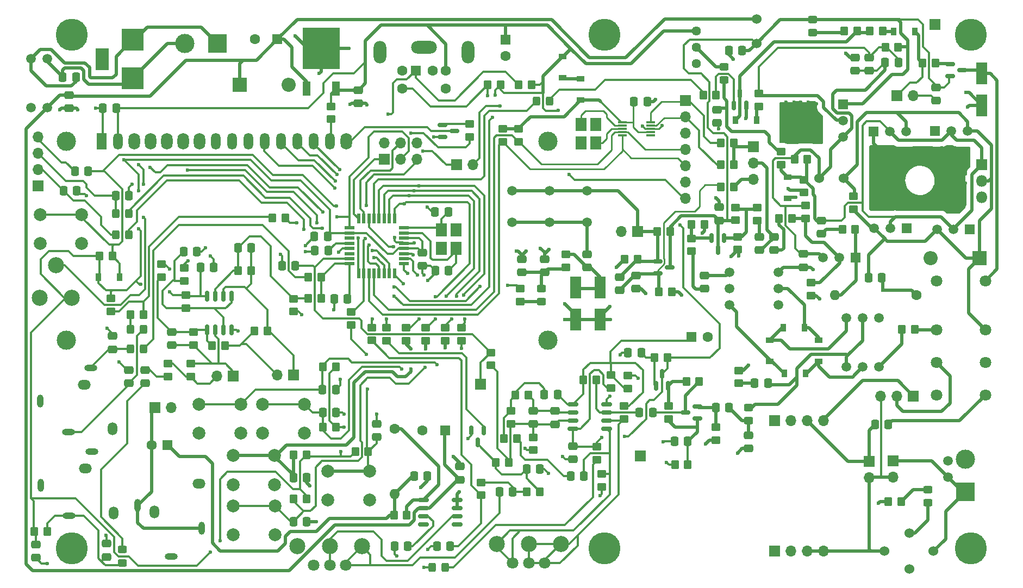
<source format=gbr>
%TF.GenerationSoftware,KiCad,Pcbnew,(6.0.11)*%
%TF.CreationDate,2023-06-15T09:06:34-05:00*%
%TF.ProjectId,RFBitBangSMT,52464269-7442-4616-9e67-534d542e6b69,rev?*%
%TF.SameCoordinates,Original*%
%TF.FileFunction,Copper,L1,Top*%
%TF.FilePolarity,Positive*%
%FSLAX46Y46*%
G04 Gerber Fmt 4.6, Leading zero omitted, Abs format (unit mm)*
G04 Created by KiCad (PCBNEW (6.0.11)) date 2023-06-15 09:06:34*
%MOMM*%
%LPD*%
G01*
G04 APERTURE LIST*
G04 Aperture macros list*
%AMRoundRect*
0 Rectangle with rounded corners*
0 $1 Rounding radius*
0 $2 $3 $4 $5 $6 $7 $8 $9 X,Y pos of 4 corners*
0 Add a 4 corners polygon primitive as box body*
4,1,4,$2,$3,$4,$5,$6,$7,$8,$9,$2,$3,0*
0 Add four circle primitives for the rounded corners*
1,1,$1+$1,$2,$3*
1,1,$1+$1,$4,$5*
1,1,$1+$1,$6,$7*
1,1,$1+$1,$8,$9*
0 Add four rect primitives between the rounded corners*
20,1,$1+$1,$2,$3,$4,$5,0*
20,1,$1+$1,$4,$5,$6,$7,0*
20,1,$1+$1,$6,$7,$8,$9,0*
20,1,$1+$1,$8,$9,$2,$3,0*%
G04 Aperture macros list end*
%TA.AperFunction,SMDPad,CuDef*%
%ADD10RoundRect,0.250000X-0.475000X0.337500X-0.475000X-0.337500X0.475000X-0.337500X0.475000X0.337500X0*%
%TD*%
%TA.AperFunction,SMDPad,CuDef*%
%ADD11RoundRect,0.250000X0.337500X0.475000X-0.337500X0.475000X-0.337500X-0.475000X0.337500X-0.475000X0*%
%TD*%
%TA.AperFunction,SMDPad,CuDef*%
%ADD12RoundRect,0.250000X-0.337500X-0.475000X0.337500X-0.475000X0.337500X0.475000X-0.337500X0.475000X0*%
%TD*%
%TA.AperFunction,ComponentPad*%
%ADD13R,1.600000X1.600000*%
%TD*%
%TA.AperFunction,ComponentPad*%
%ADD14C,1.600000*%
%TD*%
%TA.AperFunction,SMDPad,CuDef*%
%ADD15RoundRect,0.250000X0.475000X-0.337500X0.475000X0.337500X-0.475000X0.337500X-0.475000X-0.337500X0*%
%TD*%
%TA.AperFunction,ComponentPad*%
%ADD16R,2.200000X2.200000*%
%TD*%
%TA.AperFunction,ComponentPad*%
%ADD17O,2.200000X2.200000*%
%TD*%
%TA.AperFunction,SMDPad,CuDef*%
%ADD18R,0.900000X1.200000*%
%TD*%
%TA.AperFunction,SMDPad,CuDef*%
%ADD19RoundRect,0.250000X-0.325000X-0.450000X0.325000X-0.450000X0.325000X0.450000X-0.325000X0.450000X0*%
%TD*%
%TA.AperFunction,SMDPad,CuDef*%
%ADD20R,1.800000X3.500000*%
%TD*%
%TA.AperFunction,ComponentPad*%
%ADD21R,3.000000X3.000000*%
%TD*%
%TA.AperFunction,ComponentPad*%
%ADD22C,3.000000*%
%TD*%
%TA.AperFunction,ComponentPad*%
%ADD23R,3.500000X3.500000*%
%TD*%
%TA.AperFunction,ComponentPad*%
%ADD24R,2.000000X3.500000*%
%TD*%
%TA.AperFunction,ComponentPad*%
%ADD25R,1.700000X1.700000*%
%TD*%
%TA.AperFunction,ComponentPad*%
%ADD26O,1.700000X1.700000*%
%TD*%
%TA.AperFunction,SMDPad,CuDef*%
%ADD27RoundRect,0.250000X-0.450000X0.325000X-0.450000X-0.325000X0.450000X-0.325000X0.450000X0.325000X0*%
%TD*%
%TA.AperFunction,SMDPad,CuDef*%
%ADD28RoundRect,0.150000X0.587500X0.150000X-0.587500X0.150000X-0.587500X-0.150000X0.587500X-0.150000X0*%
%TD*%
%TA.AperFunction,SMDPad,CuDef*%
%ADD29RoundRect,0.150000X-0.587500X-0.150000X0.587500X-0.150000X0.587500X0.150000X-0.587500X0.150000X0*%
%TD*%
%TA.AperFunction,ComponentPad*%
%ADD30R,1.520000X1.520000*%
%TD*%
%TA.AperFunction,ComponentPad*%
%ADD31C,1.520000*%
%TD*%
%TA.AperFunction,SMDPad,CuDef*%
%ADD32RoundRect,0.150000X-0.150000X0.587500X-0.150000X-0.587500X0.150000X-0.587500X0.150000X0.587500X0*%
%TD*%
%TA.AperFunction,ComponentPad*%
%ADD33C,2.000000*%
%TD*%
%TA.AperFunction,SMDPad,CuDef*%
%ADD34R,1.200000X2.200000*%
%TD*%
%TA.AperFunction,SMDPad,CuDef*%
%ADD35R,5.800000X6.400000*%
%TD*%
%TA.AperFunction,SMDPad,CuDef*%
%ADD36R,1.800000X2.100000*%
%TD*%
%TA.AperFunction,ComponentPad*%
%ADD37C,1.500000*%
%TD*%
%TA.AperFunction,SMDPad,CuDef*%
%ADD38R,1.600000X0.550000*%
%TD*%
%TA.AperFunction,SMDPad,CuDef*%
%ADD39R,0.550000X1.600000*%
%TD*%
%TA.AperFunction,SMDPad,CuDef*%
%ADD40RoundRect,0.150000X0.675000X0.150000X-0.675000X0.150000X-0.675000X-0.150000X0.675000X-0.150000X0*%
%TD*%
%TA.AperFunction,ComponentPad*%
%ADD41C,2.500000*%
%TD*%
%TA.AperFunction,SMDPad,CuDef*%
%ADD42RoundRect,0.250000X-0.350000X-0.450000X0.350000X-0.450000X0.350000X0.450000X-0.350000X0.450000X0*%
%TD*%
%TA.AperFunction,SMDPad,CuDef*%
%ADD43RoundRect,0.250000X0.450000X-0.350000X0.450000X0.350000X-0.450000X0.350000X-0.450000X-0.350000X0*%
%TD*%
%TA.AperFunction,SMDPad,CuDef*%
%ADD44RoundRect,0.250000X-0.450000X0.350000X-0.450000X-0.350000X0.450000X-0.350000X0.450000X0.350000X0*%
%TD*%
%TA.AperFunction,SMDPad,CuDef*%
%ADD45RoundRect,0.250000X0.350000X0.450000X-0.350000X0.450000X-0.350000X-0.450000X0.350000X-0.450000X0*%
%TD*%
%TA.AperFunction,SMDPad,CuDef*%
%ADD46R,1.200000X0.900000*%
%TD*%
%TA.AperFunction,SMDPad,CuDef*%
%ADD47R,1.400000X0.300000*%
%TD*%
%TA.AperFunction,ComponentPad*%
%ADD48C,1.800000*%
%TD*%
%TA.AperFunction,ComponentPad*%
%ADD49R,1.500000X1.500000*%
%TD*%
%TA.AperFunction,ComponentPad*%
%ADD50C,1.524000*%
%TD*%
%TA.AperFunction,SMDPad,CuDef*%
%ADD51RoundRect,0.150000X0.150000X-0.587500X0.150000X0.587500X-0.150000X0.587500X-0.150000X-0.587500X0*%
%TD*%
%TA.AperFunction,ComponentPad*%
%ADD52O,2.000000X3.500000*%
%TD*%
%TA.AperFunction,ComponentPad*%
%ADD53O,4.000000X2.000000*%
%TD*%
%TA.AperFunction,SMDPad,CuDef*%
%ADD54RoundRect,0.250000X0.450000X-0.325000X0.450000X0.325000X-0.450000X0.325000X-0.450000X-0.325000X0*%
%TD*%
%TA.AperFunction,ComponentPad*%
%ADD55C,1.440000*%
%TD*%
%TA.AperFunction,ComponentPad*%
%ADD56C,5.000000*%
%TD*%
%TA.AperFunction,ComponentPad*%
%ADD57O,1.600000X1.600000*%
%TD*%
%TA.AperFunction,ComponentPad*%
%ADD58R,1.800000X1.800000*%
%TD*%
%TA.AperFunction,ComponentPad*%
%ADD59O,1.800000X1.800000*%
%TD*%
%TA.AperFunction,ComponentPad*%
%ADD60O,1.000000X2.000000*%
%TD*%
%TA.AperFunction,ComponentPad*%
%ADD61O,2.000000X1.000000*%
%TD*%
%TA.AperFunction,ComponentPad*%
%ADD62O,2.000000X1.500000*%
%TD*%
%TA.AperFunction,ComponentPad*%
%ADD63O,1.500000X2.000000*%
%TD*%
%TA.AperFunction,SMDPad,CuDef*%
%ADD64RoundRect,0.150000X0.150000X-0.675000X0.150000X0.675000X-0.150000X0.675000X-0.150000X-0.675000X0*%
%TD*%
%TA.AperFunction,SMDPad,CuDef*%
%ADD65RoundRect,0.250000X0.325000X0.450000X-0.325000X0.450000X-0.325000X-0.450000X0.325000X-0.450000X0*%
%TD*%
%TA.AperFunction,ComponentPad*%
%ADD66R,1.500000X2.600000*%
%TD*%
%TA.AperFunction,ComponentPad*%
%ADD67O,1.500000X2.600000*%
%TD*%
%TA.AperFunction,ComponentPad*%
%ADD68O,1.800000X2.600000*%
%TD*%
%TA.AperFunction,ViaPad*%
%ADD69C,0.600000*%
%TD*%
%TA.AperFunction,Conductor*%
%ADD70C,0.500000*%
%TD*%
%TA.AperFunction,Conductor*%
%ADD71C,0.350000*%
%TD*%
%TA.AperFunction,Conductor*%
%ADD72C,0.250000*%
%TD*%
G04 APERTURE END LIST*
D10*
%TO.P,C1,1*%
%TO.N,+5V*%
X100076000Y-94445000D03*
%TO.P,C1,2*%
%TO.N,GND*%
X100076000Y-96520000D03*
%TD*%
D11*
%TO.P,C2,1*%
%TO.N,RESET*%
X48027500Y-81788000D03*
%TO.P,C2,2*%
%TO.N,Net-(C2-Pad2)*%
X45952500Y-81788000D03*
%TD*%
D12*
%TO.P,C4,1*%
%TO.N,Net-(C4-Pad1)*%
X52302500Y-85598000D03*
%TO.P,C4,2*%
%TO.N,GND*%
X54377500Y-85598000D03*
%TD*%
%TO.P,C5,1*%
%TO.N,Net-(C5-Pad1)*%
X44174500Y-84836000D03*
%TO.P,C5,2*%
%TO.N,GND*%
X46249500Y-84836000D03*
%TD*%
D13*
%TO.P,C6,1*%
%TO.N,+5V*%
X113030000Y-61297500D03*
D14*
%TO.P,C6,2*%
%TO.N,GND*%
X113030000Y-63797500D03*
%TD*%
D12*
%TO.P,C8,1*%
%TO.N,GND*%
X102086500Y-97282000D03*
%TO.P,C8,2*%
%TO.N,Net-(C8-Pad2)*%
X104161500Y-97282000D03*
%TD*%
%TO.P,C9,1*%
%TO.N,GND*%
X102065000Y-88138000D03*
%TO.P,C9,2*%
%TO.N,Net-(C9-Pad2)*%
X104140000Y-88138000D03*
%TD*%
D11*
%TO.P,C10,1*%
%TO.N,GND*%
X82063500Y-129540000D03*
%TO.P,C10,2*%
%TO.N,Net-(C10-Pad2)*%
X79988500Y-129540000D03*
%TD*%
%TO.P,C11,1*%
%TO.N,GND*%
X82063500Y-136398000D03*
%TO.P,C11,2*%
%TO.N,Net-(C11-Pad2)*%
X79988500Y-136398000D03*
%TD*%
D15*
%TO.P,C12,1*%
%TO.N,Net-(C12-Pad1)*%
X119126000Y-97557500D03*
%TO.P,C12,2*%
%TO.N,GND*%
X119126000Y-95482500D03*
%TD*%
%TO.P,C13,1*%
%TO.N,Net-(C12-Pad1)*%
X115570000Y-97536000D03*
%TO.P,C13,2*%
%TO.N,GND*%
X115570000Y-95461000D03*
%TD*%
D11*
%TO.P,C15,1*%
%TO.N,Net-(C15-Pad1)*%
X97850000Y-140230000D03*
%TO.P,C15,2*%
%TO.N,GND*%
X95775000Y-140230000D03*
%TD*%
%TO.P,C16,1*%
%TO.N,GND*%
X86614000Y-115824000D03*
%TO.P,C16,2*%
%TO.N,Net-(C16-Pad2)*%
X84539000Y-115824000D03*
%TD*%
%TO.P,C17,1*%
%TO.N,GND*%
X86635500Y-119380000D03*
%TO.P,C17,2*%
%TO.N,Net-(C17-Pad2)*%
X84560500Y-119380000D03*
%TD*%
D13*
%TO.P,C19,1*%
%TO.N,Net-(C19-Pad1)*%
X60420000Y-124440000D03*
D14*
%TO.P,C19,2*%
%TO.N,SPKR*%
X57920000Y-124440000D03*
%TD*%
D15*
%TO.P,C20,1*%
%TO.N,GND*%
X159450000Y-96737500D03*
%TO.P,C20,2*%
%TO.N,Net-(C14-Pad1)*%
X159450000Y-94662500D03*
%TD*%
%TO.P,C21,1*%
%TO.N,Net-(C21-Pad1)*%
X130810000Y-100351500D03*
%TO.P,C21,2*%
%TO.N,Net-(C21-Pad2)*%
X130810000Y-98276500D03*
%TD*%
D10*
%TO.P,C22,1*%
%TO.N,Net-(C21-Pad1)*%
X133350000Y-98022500D03*
%TO.P,C22,2*%
%TO.N,GND*%
X133350000Y-100097500D03*
%TD*%
%TO.P,C25,1*%
%TO.N,+5V*%
X123550000Y-124602500D03*
%TO.P,C25,2*%
%TO.N,GND*%
X123550000Y-126677500D03*
%TD*%
D11*
%TO.P,C33,1*%
%TO.N,AUDIOFILT*%
X80285500Y-96520000D03*
%TO.P,C33,2*%
%TO.N,GND*%
X78210500Y-96520000D03*
%TD*%
%TO.P,C34,1*%
%TO.N,Net-(C34-Pad1)*%
X114170000Y-131690000D03*
%TO.P,C34,2*%
%TO.N,Net-(C34-Pad2)*%
X112095000Y-131690000D03*
%TD*%
D10*
%TO.P,C35,1*%
%TO.N,Net-(C28-Pad1)*%
X117370000Y-119080000D03*
%TO.P,C35,2*%
%TO.N,AUDIO*%
X117370000Y-121155000D03*
%TD*%
D16*
%TO.P,D1,1,K*%
%TO.N,+12V*%
X71650000Y-68330000D03*
D17*
%TO.P,D1,2,A*%
%TO.N,GND*%
X79270000Y-68330000D03*
%TD*%
D18*
%TO.P,D2,1,K*%
%TO.N,+5V*%
X49658000Y-98298000D03*
%TO.P,D2,2,A*%
%TO.N,RESET*%
X52958000Y-98298000D03*
%TD*%
D19*
%TO.P,D3,1,K*%
%TO.N,GND*%
X101582000Y-143510000D03*
%TO.P,D3,2,A*%
%TO.N,Net-(D3-Pad2)*%
X103632000Y-143510000D03*
%TD*%
D20*
%TO.P,D4,1,K*%
%TO.N,Net-(C48-Pad2)*%
X127762000Y-99862000D03*
%TO.P,D4,2,A*%
%TO.N,GND*%
X127762000Y-104862000D03*
%TD*%
%TO.P,D5,1,K*%
%TO.N,Net-(C48-Pad2)*%
X123952000Y-99862000D03*
%TO.P,D5,2,A*%
%TO.N,GND*%
X123952000Y-104862000D03*
%TD*%
D21*
%TO.P,J1,1,Pin_1*%
%TO.N,Net-(C58-Pad1)*%
X68195000Y-61835000D03*
D22*
%TO.P,J1,2,Pin_2*%
%TO.N,Net-(C58-Pad2)*%
X63115000Y-61835000D03*
%TD*%
D23*
%TO.P,J2,1*%
%TO.N,Net-(C58-Pad2)*%
X54955000Y-67305000D03*
%TO.P,J2,2*%
%TO.N,Net-(C58-Pad1)*%
X54955000Y-61305000D03*
D24*
%TO.P,J2,3*%
%TO.N,unconnected-(J2-Pad3)*%
X50255000Y-64305000D03*
%TD*%
D25*
%TO.P,J5,1,Pin_1*%
%TO.N,GND*%
X40220000Y-84090000D03*
D26*
%TO.P,J5,2,Pin_2*%
%TO.N,Net-(C5-Pad1)*%
X40220000Y-81550000D03*
%TO.P,J5,3,Pin_3*%
%TO.N,Net-(C4-Pad1)*%
X40220000Y-79010000D03*
%TO.P,J5,4,Pin_4*%
%TO.N,Net-(C2-Pad2)*%
X40220000Y-76470000D03*
%TD*%
D19*
%TO.P,L1,1,1*%
%TO.N,Net-(C4-Pad1)*%
X52306000Y-88392000D03*
%TO.P,L1,2,2*%
%TO.N,TXD*%
X54356000Y-88392000D03*
%TD*%
%TO.P,L2,1,1*%
%TO.N,Net-(C5-Pad1)*%
X52315000Y-91694000D03*
%TO.P,L2,2,2*%
%TO.N,RXD*%
X54365000Y-91694000D03*
%TD*%
D27*
%TO.P,L3,1,1*%
%TO.N,Net-(C12-Pad1)*%
X118618000Y-100067000D03*
%TO.P,L3,2,2*%
%TO.N,Net-(L3-Pad2)*%
X118618000Y-102117000D03*
%TD*%
D19*
%TO.P,L9,1,1*%
%TO.N,TRANSMIT*%
X117856000Y-70866000D03*
%TO.P,L9,2,2*%
%TO.N,Net-(L9-Pad2)*%
X119906000Y-70866000D03*
%TD*%
D28*
%TO.P,Q1,1,B*%
%TO.N,Net-(C50-Pad1)*%
X142923500Y-120330000D03*
%TO.P,Q1,2,E*%
%TO.N,Net-(C49-Pad2)*%
X142923500Y-118430000D03*
%TO.P,Q1,3,C*%
%TO.N,Net-(C54-Pad1)*%
X141048500Y-119380000D03*
%TD*%
D29*
%TO.P,Q2,1,B*%
%TO.N,Net-(C21-Pad2)*%
X136730500Y-95824000D03*
%TO.P,Q2,2,E*%
%TO.N,Net-(C21-Pad1)*%
X136730500Y-97724000D03*
%TO.P,Q2,3,C*%
%TO.N,Net-(C31-Pad2)*%
X138605500Y-96774000D03*
%TD*%
D30*
%TO.P,Q3,1,S*%
%TO.N,GND*%
X170350000Y-75630000D03*
D31*
%TO.P,Q3,2,G*%
%TO.N,Net-(C23-Pad2)*%
X172890000Y-75630000D03*
%TO.P,Q3,3,D*%
%TO.N,AMPOUT*%
X175430000Y-75630000D03*
%TD*%
D32*
%TO.P,Q4,1,B*%
%TO.N,Net-(Q4-Pad1)*%
X109650000Y-122122500D03*
%TO.P,Q4,2,E*%
%TO.N,GND*%
X107750000Y-122122500D03*
%TO.P,Q4,3,C*%
%TO.N,Net-(C18-Pad1)*%
X108700000Y-123997500D03*
%TD*%
D33*
%TO.P,SW1,1,1*%
%TO.N,GND*%
X40550000Y-93020000D03*
X47050000Y-93020000D03*
%TO.P,SW1,2,2*%
%TO.N,RESET*%
X40550000Y-88520000D03*
X47050000Y-88520000D03*
%TD*%
%TO.P,SW2,1,1*%
%TO.N,Net-(C10-Pad2)*%
X77100000Y-126080000D03*
X70600000Y-126080000D03*
%TO.P,SW2,2,2*%
%TO.N,GND*%
X77100000Y-130580000D03*
X70600000Y-130580000D03*
%TD*%
%TO.P,SW3,1,1*%
%TO.N,Net-(C16-Pad2)*%
X71778000Y-118110000D03*
X65278000Y-118110000D03*
%TO.P,SW3,2,2*%
%TO.N,GND*%
X65278000Y-122610000D03*
X71778000Y-122610000D03*
%TD*%
%TO.P,SW4,1,1*%
%TO.N,Net-(C17-Pad2)*%
X75184000Y-118110000D03*
X81684000Y-118110000D03*
%TO.P,SW4,2,2*%
%TO.N,GND*%
X81684000Y-122610000D03*
X75184000Y-122610000D03*
%TD*%
%TO.P,SW5,1,1*%
%TO.N,Net-(C11-Pad2)*%
X77130000Y-133910000D03*
X70630000Y-133910000D03*
%TO.P,SW5,2,2*%
%TO.N,GND*%
X77130000Y-138410000D03*
X70630000Y-138410000D03*
%TD*%
D34*
%TO.P,U2,1,VI*%
%TO.N,+12V*%
X82048000Y-68935000D03*
D35*
%TO.P,U2,2,GND*%
%TO.N,GND*%
X84328000Y-62635000D03*
D34*
%TO.P,U2,3,VO*%
%TO.N,+5V*%
X86608000Y-68935000D03*
%TD*%
D36*
%TO.P,Y1,1,1*%
%TO.N,Net-(C9-Pad2)*%
X103050000Y-90930000D03*
%TO.P,Y1,2,2*%
%TO.N,unconnected-(Y1-Pad2)*%
X103050000Y-93830000D03*
%TO.P,Y1,3,3*%
%TO.N,Net-(C8-Pad2)*%
X105350000Y-93830000D03*
%TO.P,Y1,4,4*%
%TO.N,unconnected-(Y1-Pad4)*%
X105350000Y-90930000D03*
%TD*%
D37*
%TO.P,Y2,1,1*%
%TO.N,Net-(C21-Pad2)*%
X125730000Y-84836000D03*
%TO.P,Y2,2,2*%
%TO.N,Net-(C48-Pad1)*%
X125730000Y-89716000D03*
%TD*%
D38*
%TO.P,U1,1,PD3*%
%TO.N,BEEPOUT*%
X97208000Y-96204000D03*
%TO.P,U1,2,PD4*%
%TO.N,MUTEAUDIO*%
X97208000Y-95404000D03*
%TO.P,U1,3,GND*%
%TO.N,GND*%
X97208000Y-94604000D03*
%TO.P,U1,4,VCC*%
%TO.N,+5V*%
X97208000Y-93804000D03*
%TO.P,U1,5,GND*%
%TO.N,GND*%
X97208000Y-93004000D03*
%TO.P,U1,6,VCC*%
%TO.N,+5V*%
X97208000Y-92204000D03*
%TO.P,U1,7,XTAL1/PB6*%
%TO.N,Net-(C8-Pad2)*%
X97208000Y-91404000D03*
%TO.P,U1,8,XTAL2/PB7*%
%TO.N,Net-(C9-Pad2)*%
X97208000Y-90604000D03*
D39*
%TO.P,U1,9,PD5*%
%TO.N,DB4*%
X95758000Y-89154000D03*
%TO.P,U1,10,PD6*%
%TO.N,DB5*%
X94958000Y-89154000D03*
%TO.P,U1,11,PD7*%
%TO.N,DB6*%
X94158000Y-89154000D03*
%TO.P,U1,12,PB0*%
%TO.N,DB7*%
X93358000Y-89154000D03*
%TO.P,U1,13,PB1*%
%TO.N,TRANSMIT*%
X92558000Y-89154000D03*
%TO.P,U1,14,PB2*%
%TO.N,TUNING*%
X91758000Y-89154000D03*
%TO.P,U1,15,PB3*%
%TO.N,MOSI*%
X90958000Y-89154000D03*
%TO.P,U1,16,PB4*%
%TO.N,MISO*%
X90158000Y-89154000D03*
D38*
%TO.P,U1,17,PB5*%
%TO.N,SCK*%
X88708000Y-90604000D03*
%TO.P,U1,18,AVCC*%
%TO.N,+5V*%
X88708000Y-91404000D03*
%TO.P,U1,19,ADC6*%
%TO.N,unconnected-(U1-Pad19)*%
X88708000Y-92204000D03*
%TO.P,U1,20,AREF*%
%TO.N,Net-(C57-Pad1)*%
X88708000Y-93004000D03*
%TO.P,U1,21,GND*%
%TO.N,GND*%
X88708000Y-93804000D03*
%TO.P,U1,22,ADC7*%
%TO.N,unconnected-(U1-Pad22)*%
X88708000Y-94604000D03*
%TO.P,U1,23,PC0*%
%TO.N,AUDIOFILT*%
X88708000Y-95404000D03*
%TO.P,U1,24,PC1*%
%TO.N,MICPADDLE*%
X88708000Y-96204000D03*
D39*
%TO.P,U1,25,PC2*%
%TO.N,E*%
X90158000Y-97654000D03*
%TO.P,U1,26,PC3*%
%TO.N,RS*%
X90958000Y-97654000D03*
%TO.P,U1,27,PC4*%
%TO.N,SDA*%
X91758000Y-97654000D03*
%TO.P,U1,28,PC5*%
%TO.N,SCL*%
X92558000Y-97654000D03*
%TO.P,U1,29,~{RESET}/PC6*%
%TO.N,RESET*%
X93358000Y-97654000D03*
%TO.P,U1,30,PD0*%
%TO.N,RXD*%
X94158000Y-97654000D03*
%TO.P,U1,31,PD1*%
%TO.N,TXD*%
X94958000Y-97654000D03*
%TO.P,U1,32,PD2*%
%TO.N,PS2CLK*%
X95758000Y-97654000D03*
%TD*%
D25*
%TO.P,J9,1,Pin_1*%
%TO.N,MISO*%
X94130000Y-79900000D03*
D26*
%TO.P,J9,2,Pin_2*%
%TO.N,Net-(J9-Pad2)*%
X94130000Y-77360000D03*
%TO.P,J9,3,Pin_3*%
%TO.N,SCK*%
X96670000Y-79900000D03*
%TO.P,J9,4,Pin_4*%
%TO.N,MOSI*%
X96670000Y-77360000D03*
%TO.P,J9,5,Pin_5*%
%TO.N,RESET*%
X99210000Y-79900000D03*
%TO.P,J9,6,Pin_6*%
%TO.N,GND*%
X99210000Y-77360000D03*
%TD*%
D15*
%TO.P,C37,1*%
%TO.N,+12V*%
X105918000Y-129837000D03*
%TO.P,C37,2*%
%TO.N,GND*%
X105918000Y-127762000D03*
%TD*%
D40*
%TO.P,U3,1*%
%TO.N,unconnected-(U3-Pad1)*%
X105495000Y-136779000D03*
%TO.P,U3,2,-*%
%TO.N,Net-(RV1-Pad2)*%
X105495000Y-135509000D03*
%TO.P,U3,3,+*%
%TO.N,GND*%
X105495000Y-134239000D03*
%TO.P,U3,4,Gnd*%
X105495000Y-132969000D03*
%TO.P,U3,5*%
%TO.N,Net-(L10-Pad1)*%
X100245000Y-132969000D03*
%TO.P,U3,6,V+*%
%TO.N,+12V*%
X100245000Y-134239000D03*
%TO.P,U3,7*%
%TO.N,Net-(C15-Pad1)*%
X100245000Y-135509000D03*
%TO.P,U3,8*%
%TO.N,unconnected-(U3-Pad8)*%
X100245000Y-136779000D03*
%TD*%
%TO.P,U4,1*%
%TO.N,Net-(C39-Pad1)*%
X128825000Y-121885000D03*
%TO.P,U4,2,-*%
%TO.N,Net-(R63-Pad1)*%
X128825000Y-120615000D03*
%TO.P,U4,3,+*%
%TO.N,Net-(C54-Pad2)*%
X128825000Y-119345000D03*
%TO.P,U4,4,V-*%
%TO.N,GND*%
X128825000Y-118075000D03*
%TO.P,U4,5,+*%
%TO.N,Net-(C40-Pad1)*%
X123575000Y-118075000D03*
%TO.P,U4,6,-*%
%TO.N,Net-(C28-Pad1)*%
X123575000Y-119345000D03*
%TO.P,U4,7*%
%TO.N,AUDIO*%
X123575000Y-120615000D03*
%TO.P,U4,8,V+*%
%TO.N,+5V*%
X123575000Y-121885000D03*
%TD*%
D30*
%TO.P,Q5,1,S*%
%TO.N,GND*%
X185340000Y-90830000D03*
D31*
%TO.P,Q5,2,G*%
%TO.N,Net-(C23-Pad2)*%
X182800000Y-90830000D03*
%TO.P,Q5,3,D*%
%TO.N,AMPOUT*%
X180260000Y-90830000D03*
%TD*%
D30*
%TO.P,Q6,1,S*%
%TO.N,GND*%
X175560000Y-90680000D03*
D31*
%TO.P,Q6,2,G*%
%TO.N,Net-(C23-Pad2)*%
X173020000Y-90680000D03*
%TO.P,Q6,3,D*%
%TO.N,AMPOUT*%
X170480000Y-90680000D03*
%TD*%
D30*
%TO.P,Q7,1,S*%
%TO.N,GND*%
X179960000Y-75520000D03*
D31*
%TO.P,Q7,2,G*%
%TO.N,Net-(C23-Pad2)*%
X182500000Y-75520000D03*
%TO.P,Q7,3,D*%
%TO.N,AMPOUT*%
X185040000Y-75520000D03*
%TD*%
D12*
%TO.P,C14,1*%
%TO.N,Net-(C14-Pad1)*%
X172162500Y-64800000D03*
%TO.P,C14,2*%
%TO.N,Net-(C14-Pad2)*%
X174237500Y-64800000D03*
%TD*%
D41*
%TO.P,RV3,1,1*%
%TO.N,GND*%
X40520000Y-101455000D03*
%TO.P,RV3,2,2*%
%TO.N,Net-(DS1-Pad3)*%
X43020000Y-96415000D03*
%TO.P,RV3,3,3*%
%TO.N,+5V*%
X45520000Y-101455000D03*
%TD*%
D11*
%TO.P,C42,1*%
%TO.N,+5V*%
X52387500Y-71930000D03*
%TO.P,C42,2*%
%TO.N,GND*%
X50312500Y-71930000D03*
%TD*%
D25*
%TO.P,JP3,1,1*%
%TO.N,Net-(J9-Pad2)*%
X105410000Y-80772000D03*
D26*
%TO.P,JP3,2,2*%
%TO.N,+5V*%
X107950000Y-80772000D03*
%TD*%
D42*
%TO.P,R1,1*%
%TO.N,+5V*%
X49800000Y-94996000D03*
%TO.P,R1,2*%
%TO.N,RESET*%
X51800000Y-94996000D03*
%TD*%
D43*
%TO.P,R2,1*%
%TO.N,Net-(DS1-Pad15)*%
X85852000Y-73660000D03*
%TO.P,R2,2*%
%TO.N,+5V*%
X85852000Y-71660000D03*
%TD*%
%TO.P,R3,1*%
%TO.N,Net-(C11-Pad2)*%
X100584000Y-108188000D03*
%TO.P,R3,2*%
%TO.N,DB5*%
X100584000Y-106188000D03*
%TD*%
D44*
%TO.P,R4,1*%
%TO.N,+5V*%
X127260000Y-124690000D03*
%TO.P,R4,2*%
%TO.N,Net-(D3-Pad2)*%
X127260000Y-126690000D03*
%TD*%
D42*
%TO.P,R6,1*%
%TO.N,Net-(C10-Pad2)*%
X80026000Y-125984000D03*
%TO.P,R6,2*%
%TO.N,+5V*%
X82026000Y-125984000D03*
%TD*%
D43*
%TO.P,R7,1*%
%TO.N,Net-(L3-Pad2)*%
X115316000Y-102092000D03*
%TO.P,R7,2*%
%TO.N,TUNING*%
X115316000Y-100092000D03*
%TD*%
D42*
%TO.P,R8,1*%
%TO.N,Net-(C14-Pad2)*%
X172200000Y-62500000D03*
%TO.P,R8,2*%
%TO.N,Net-(C31-Pad2)*%
X174200000Y-62500000D03*
%TD*%
D43*
%TO.P,R9,1*%
%TO.N,Net-(C12-Pad1)*%
X122428000Y-96758000D03*
%TO.P,R9,2*%
%TO.N,Net-(C48-Pad2)*%
X122428000Y-94758000D03*
%TD*%
D42*
%TO.P,R11,1*%
%TO.N,Net-(C19-Pad1)*%
X95670000Y-135360000D03*
%TO.P,R11,2*%
%TO.N,Net-(L10-Pad1)*%
X97670000Y-135360000D03*
%TD*%
%TO.P,R12,1*%
%TO.N,Net-(C16-Pad2)*%
X84598000Y-112268000D03*
%TO.P,R12,2*%
%TO.N,+5V*%
X86598000Y-112268000D03*
%TD*%
%TO.P,R13,1*%
%TO.N,Net-(C17-Pad2)*%
X84598000Y-121666000D03*
%TO.P,R13,2*%
%TO.N,+5V*%
X86598000Y-121666000D03*
%TD*%
D44*
%TO.P,R14,1*%
%TO.N,Net-(C14-Pad2)*%
X152475000Y-69675000D03*
%TO.P,R14,2*%
%TO.N,Net-(D18-Pad2)*%
X152475000Y-71675000D03*
%TD*%
D45*
%TO.P,R15,1*%
%TO.N,Net-(C31-Pad2)*%
X138668000Y-91186000D03*
%TO.P,R15,2*%
%TO.N,Net-(C21-Pad2)*%
X136668000Y-91186000D03*
%TD*%
D42*
%TO.P,R16,1*%
%TO.N,GND*%
X131604000Y-95504000D03*
%TO.P,R16,2*%
%TO.N,Net-(C21-Pad2)*%
X133604000Y-95504000D03*
%TD*%
D45*
%TO.P,R17,1*%
%TO.N,GND*%
X138938000Y-100584000D03*
%TO.P,R17,2*%
%TO.N,Net-(C21-Pad1)*%
X136938000Y-100584000D03*
%TD*%
D43*
%TO.P,R18,1*%
%TO.N,+5V*%
X129510000Y-115560000D03*
%TO.P,R18,2*%
%TO.N,Net-(C40-Pad1)*%
X129510000Y-113560000D03*
%TD*%
%TO.P,R19,1*%
%TO.N,Net-(C40-Pad1)*%
X132140000Y-115600000D03*
%TO.P,R19,2*%
%TO.N,GND*%
X132140000Y-113600000D03*
%TD*%
D45*
%TO.P,R20,1*%
%TO.N,Net-(Q9-Pad2)*%
X157667200Y-89128600D03*
%TO.P,R20,2*%
%TO.N,Net-(C56-Pad1)*%
X155667200Y-89128600D03*
%TD*%
D44*
%TO.P,R21,1*%
%TO.N,GND*%
X149352000Y-112808000D03*
%TO.P,R21,2*%
%TO.N,Net-(C27-Pad1)*%
X149352000Y-114808000D03*
%TD*%
D43*
%TO.P,R23,1*%
%TO.N,AUDIO*%
X113910000Y-121100000D03*
%TO.P,R23,2*%
%TO.N,Net-(C45-Pad2)*%
X113910000Y-119100000D03*
%TD*%
D45*
%TO.P,R26,1*%
%TO.N,Net-(C28-Pad1)*%
X116610000Y-116690000D03*
%TO.P,R26,2*%
%TO.N,Net-(C45-Pad2)*%
X114610000Y-116690000D03*
%TD*%
D42*
%TO.P,R27,1*%
%TO.N,Net-(C45-Pad2)*%
X112790000Y-123430000D03*
%TO.P,R27,2*%
%TO.N,Net-(C39-Pad2)*%
X114790000Y-123430000D03*
%TD*%
D43*
%TO.P,R29,1*%
%TO.N,Net-(C10-Pad2)*%
X97536000Y-108170000D03*
%TO.P,R29,2*%
%TO.N,DB4*%
X97536000Y-106170000D03*
%TD*%
%TO.P,R30,1*%
%TO.N,Net-(Q4-Pad1)*%
X94488000Y-108188000D03*
%TO.P,R30,2*%
%TO.N,MUTEAUDIO*%
X94488000Y-106188000D03*
%TD*%
%TO.P,R31,1*%
%TO.N,Net-(C60-Pad2)*%
X109220000Y-132270000D03*
%TO.P,R31,2*%
%TO.N,Net-(C34-Pad1)*%
X109220000Y-130270000D03*
%TD*%
D45*
%TO.P,R32,1*%
%TO.N,AUDIO*%
X113540000Y-127120000D03*
%TO.P,R32,2*%
%TO.N,Net-(C18-Pad1)*%
X111540000Y-127120000D03*
%TD*%
D42*
%TO.P,R33,1*%
%TO.N,Net-(C11-Pad2)*%
X80026000Y-132842000D03*
%TO.P,R33,2*%
%TO.N,+5V*%
X82026000Y-132842000D03*
%TD*%
D45*
%TO.P,R34,1*%
%TO.N,Net-(C18-Pad1)*%
X118390000Y-131690000D03*
%TO.P,R34,2*%
%TO.N,Net-(C34-Pad1)*%
X116390000Y-131690000D03*
%TD*%
D43*
%TO.P,R36,1*%
%TO.N,GND*%
X117348000Y-125222000D03*
%TO.P,R36,2*%
%TO.N,AUDIO*%
X117348000Y-123222000D03*
%TD*%
%TO.P,R37,1*%
%TO.N,GND*%
X128010000Y-130950000D03*
%TO.P,R37,2*%
%TO.N,Net-(C39-Pad1)*%
X128010000Y-128950000D03*
%TD*%
%TO.P,R46,1*%
%TO.N,Net-(C17-Pad2)*%
X106172000Y-108150000D03*
%TO.P,R46,2*%
%TO.N,DB7*%
X106172000Y-106150000D03*
%TD*%
%TO.P,R47,1*%
%TO.N,Net-(C16-Pad2)*%
X103632000Y-108188000D03*
%TO.P,R47,2*%
%TO.N,DB6*%
X103632000Y-106188000D03*
%TD*%
D44*
%TO.P,R24,1*%
%TO.N,AUDIOFILT*%
X110744000Y-110014000D03*
%TO.P,R24,2*%
%TO.N,AUDIO*%
X110744000Y-112014000D03*
%TD*%
D15*
%TO.P,C44,1*%
%TO.N,GND*%
X45060000Y-71987500D03*
%TO.P,C44,2*%
%TO.N,+12V*%
X45060000Y-69912500D03*
%TD*%
D25*
%TO.P,JP4,1,1*%
%TO.N,Net-(C26-Pad2)*%
X169660000Y-126990000D03*
D26*
%TO.P,JP4,2,2*%
%TO.N,Net-(J18-Pad3)*%
X169660000Y-129530000D03*
%TD*%
D11*
%TO.P,C47,1*%
%TO.N,GND*%
X135128000Y-70930000D03*
%TO.P,C47,2*%
%TO.N,Net-(C47-Pad2)*%
X133053000Y-70930000D03*
%TD*%
D46*
%TO.P,D10,1,K*%
%TO.N,Net-(D10-Pad1)*%
X121958000Y-67182000D03*
%TO.P,D10,2,A*%
%TO.N,+5V*%
X121958000Y-63882000D03*
%TD*%
%TO.P,D14,1,K*%
%TO.N,Net-(C47-Pad2)*%
X124768000Y-70688000D03*
%TO.P,D14,2,A*%
%TO.N,Net-(D10-Pad1)*%
X124768000Y-67388000D03*
%TD*%
D25*
%TO.P,JP5,1,1*%
%TO.N,PLLOSC*%
X151670000Y-77990000D03*
D26*
%TO.P,JP5,2,2*%
%TO.N,Net-(C51-Pad1)*%
X151670000Y-80530000D03*
%TO.P,JP5,3,3*%
%TO.N,XOSC*%
X151670000Y-83070000D03*
%TD*%
D43*
%TO.P,R35,1*%
%TO.N,SCL*%
X115062000Y-77200000D03*
%TO.P,R35,2*%
%TO.N,Net-(C47-Pad2)*%
X115062000Y-75200000D03*
%TD*%
%TO.P,R48,1*%
%TO.N,SDA*%
X112650000Y-77180000D03*
%TO.P,R48,2*%
%TO.N,Net-(C47-Pad2)*%
X112650000Y-75180000D03*
%TD*%
D42*
%TO.P,R49,1*%
%TO.N,Net-(J10-Pad1)*%
X146600000Y-77400000D03*
%TO.P,R49,2*%
%TO.N,PLLOSC*%
X148600000Y-77400000D03*
%TD*%
%TO.P,R50,1*%
%TO.N,Net-(J10-Pad2)*%
X146600000Y-80775000D03*
%TO.P,R50,2*%
%TO.N,PLLOSC*%
X148600000Y-80775000D03*
%TD*%
D47*
%TO.P,U6,1,Vdd*%
%TO.N,Net-(C47-Pad2)*%
X131220000Y-74180000D03*
%TO.P,U6,2,XA*%
%TO.N,Net-(U6-Pad2)*%
X131220000Y-74680000D03*
%TO.P,U6,3,XB*%
%TO.N,Net-(U6-Pad3)*%
X131220000Y-75180000D03*
%TO.P,U6,4,SCL*%
%TO.N,SCL*%
X131220000Y-75680000D03*
%TO.P,U6,5,SDA*%
%TO.N,SDA*%
X131220000Y-76180000D03*
%TO.P,U6,6,CLK2*%
%TO.N,unconnected-(U6-Pad6)*%
X135620000Y-76180000D03*
%TO.P,U6,7,VDDO*%
%TO.N,Net-(C47-Pad2)*%
X135620000Y-75680000D03*
%TO.P,U6,8,GND*%
%TO.N,GND*%
X135620000Y-75180000D03*
%TO.P,U6,9,CLK1*%
%TO.N,Net-(J10-Pad2)*%
X135620000Y-74680000D03*
%TO.P,U6,10,CLK0*%
%TO.N,Net-(J10-Pad1)*%
X135620000Y-74180000D03*
%TD*%
D36*
%TO.P,Y3,1,1*%
%TO.N,Net-(U6-Pad3)*%
X127134000Y-77396000D03*
%TO.P,Y3,2,2*%
%TO.N,unconnected-(Y3-Pad2)*%
X127134000Y-74496000D03*
%TO.P,Y3,3,3*%
%TO.N,Net-(U6-Pad2)*%
X124834000Y-74496000D03*
%TO.P,Y3,4,4*%
%TO.N,unconnected-(Y3-Pad4)*%
X124834000Y-77396000D03*
%TD*%
D37*
%TO.P,J12,1,In*%
%TO.N,Net-(J12-Pad1)*%
X181945000Y-129425000D03*
D21*
X184673000Y-131711000D03*
D37*
%TO.P,J12,2,Ext*%
%TO.N,GND*%
X181945000Y-126885000D03*
D22*
X184673000Y-126631000D03*
%TD*%
D48*
%TO.P,RLY1,1,Coil*%
%TO.N,TXRELAY*%
X187775000Y-98845000D03*
%TO.P,RLY1,2,Pole*%
%TO.N,AMPOUT*%
X187775000Y-106465000D03*
%TO.P,RLY1,3,NC*%
%TO.N,Net-(RLY1-Pad3)*%
X187775000Y-111545000D03*
%TO.P,RLY1,4,NO*%
%TO.N,Net-(C26-Pad1)*%
X187775000Y-116625000D03*
%TO.P,RLY1,5,Coil*%
%TO.N,GND*%
X180175000Y-98845000D03*
%TO.P,RLY1,6,Pole*%
%TO.N,RF*%
X180175000Y-106465000D03*
%TO.P,RLY1,7,NC*%
%TO.N,Net-(JP7-Pad2)*%
X180175000Y-111545000D03*
%TO.P,RLY1,8,NO*%
%TO.N,unconnected-(RLY1-Pad8)*%
X180175000Y-116625000D03*
%TD*%
D15*
%TO.P,C30,1*%
%TO.N,Net-(C30-Pad1)*%
X144070000Y-100077500D03*
%TO.P,C30,2*%
%TO.N,Net-(C30-Pad2)*%
X144070000Y-98002500D03*
%TD*%
D46*
%TO.P,D9,1,K*%
%TO.N,Net-(D11-Pad2)*%
X161852000Y-108124000D03*
%TO.P,D9,2,A*%
%TO.N,Net-(D12-Pad1)*%
X161852000Y-111424000D03*
%TD*%
D18*
%TO.P,D11,1,K*%
%TO.N,Net-(D11-Pad1)*%
X156320000Y-106120000D03*
%TO.P,D11,2,A*%
%TO.N,Net-(D11-Pad2)*%
X159620000Y-106120000D03*
%TD*%
%TO.P,D12,1,K*%
%TO.N,Net-(D12-Pad1)*%
X159766000Y-113284000D03*
%TO.P,D12,2,A*%
%TO.N,Net-(D12-Pad2)*%
X156466000Y-113284000D03*
%TD*%
D46*
%TO.P,D13,1,K*%
%TO.N,Net-(D12-Pad2)*%
X154178000Y-111378000D03*
%TO.P,D13,2,A*%
%TO.N,Net-(D11-Pad1)*%
X154178000Y-108078000D03*
%TD*%
D43*
%TO.P,R5,1*%
%TO.N,Net-(C30-Pad1)*%
X141990000Y-94240000D03*
%TO.P,R5,2*%
%TO.N,Net-(Q10-Pad2)*%
X141990000Y-92240000D03*
%TD*%
D44*
%TO.P,R22,1*%
%TO.N,Net-(C49-Pad2)*%
X145796000Y-121682000D03*
%TO.P,R22,2*%
%TO.N,GND*%
X145796000Y-123682000D03*
%TD*%
D45*
%TO.P,R25,1*%
%TO.N,RF*%
X176768000Y-106426000D03*
%TO.P,R25,2*%
%TO.N,Net-(R25-Pad2)*%
X174768000Y-106426000D03*
%TD*%
D49*
%TO.P,Q8,1,E*%
%TO.N,Net-(C31-Pad2)*%
X165608000Y-71374000D03*
D37*
%TO.P,Q8,2,B*%
%TO.N,Net-(C14-Pad2)*%
X165608000Y-73914000D03*
%TO.P,Q8,3,C*%
%TO.N,Net-(C14-Pad1)*%
X165608000Y-76454000D03*
%TD*%
D42*
%TO.P,R38,1*%
%TO.N,Net-(D18-Pad1)*%
X169790000Y-59950000D03*
%TO.P,R38,2*%
%TO.N,Net-(D15-Pad1)*%
X171790000Y-59950000D03*
%TD*%
D45*
%TO.P,R39,1*%
%TO.N,Net-(Q13-Pad1)*%
X180000000Y-64900000D03*
%TO.P,R39,2*%
%TO.N,Net-(D15-Pad2)*%
X178000000Y-64900000D03*
%TD*%
D25*
%TO.P,JP1,1,1*%
%TO.N,Net-(D15-Pad2)*%
X174030000Y-70000000D03*
D26*
%TO.P,JP1,2,2*%
%TO.N,Net-(C31-Pad1)*%
X176570000Y-70000000D03*
%TD*%
D11*
%TO.P,C39,1*%
%TO.N,Net-(C39-Pad1)*%
X125265000Y-129286000D03*
%TO.P,C39,2*%
%TO.N,Net-(C39-Pad2)*%
X123190000Y-129286000D03*
%TD*%
D13*
%TO.P,C40,1*%
%TO.N,Net-(C40-Pad1)*%
X142020000Y-107560000D03*
D14*
%TO.P,C40,2*%
%TO.N,GND*%
X144520000Y-107560000D03*
%TD*%
D25*
%TO.P,JP2,1,1*%
%TO.N,Net-(J12-Pad1)*%
X173430000Y-126910000D03*
D26*
%TO.P,JP2,2,2*%
%TO.N,Net-(J18-Pad3)*%
X173430000Y-129450000D03*
%TD*%
D50*
%TO.P,T3,1,RF*%
%TO.N,Net-(J18-Pad3)*%
X172085000Y-140970000D03*
%TO.P,T3,2,RF*%
%TO.N,Net-(J12-Pad1)*%
X179705000Y-140970000D03*
%TO.P,T3,3,SAMPLE*%
%TO.N,GND*%
X175958500Y-143764000D03*
%TO.P,T3,4,SAMPLE*%
%TO.N,Net-(D16-Pad2)*%
X175958500Y-138176000D03*
%TD*%
D27*
%TO.P,D16,1,K*%
%TO.N,Net-(D16-Pad1)*%
X178850000Y-131360000D03*
%TO.P,D16,2,A*%
%TO.N,Net-(D16-Pad2)*%
X178850000Y-133410000D03*
%TD*%
D45*
%TO.P,R28,1*%
%TO.N,Net-(D16-Pad1)*%
X174660000Y-133250000D03*
%TO.P,R28,2*%
%TO.N,GND*%
X172660000Y-133250000D03*
%TD*%
D46*
%TO.P,D17,1,K*%
%TO.N,Net-(C23-Pad2)*%
X157000000Y-82675000D03*
%TO.P,D17,2,A*%
%TO.N,GND*%
X157000000Y-85975000D03*
%TD*%
D30*
%TO.P,Q9,1,S*%
%TO.N,Net-(Q9-Pad1)*%
X167575000Y-95250000D03*
D31*
%TO.P,Q9,2,G*%
%TO.N,Net-(Q9-Pad2)*%
X165035000Y-95250000D03*
%TO.P,Q9,3,D*%
%TO.N,Net-(C14-Pad1)*%
X162495000Y-95250000D03*
%TD*%
D12*
%TO.P,C46,1*%
%TO.N,GND*%
X147806500Y-62992000D03*
%TO.P,C46,2*%
%TO.N,Net-(C31-Pad2)*%
X149881500Y-62992000D03*
%TD*%
D45*
%TO.P,R51,1*%
%TO.N,Net-(Q9-Pad1)*%
X167525000Y-90800000D03*
%TO.P,R51,2*%
%TO.N,Net-(C23-Pad1)*%
X165525000Y-90800000D03*
%TD*%
D44*
%TO.P,R52,1*%
%TO.N,Net-(C14-Pad1)*%
X159766000Y-87138000D03*
%TO.P,R52,2*%
%TO.N,Net-(Q9-Pad2)*%
X159766000Y-89138000D03*
%TD*%
D10*
%TO.P,C24,1*%
%TO.N,GND*%
X167475000Y-64032500D03*
%TO.P,C24,2*%
%TO.N,Net-(C14-Pad1)*%
X167475000Y-66107500D03*
%TD*%
D45*
%TO.P,R53,1*%
%TO.N,Net-(C23-Pad2)*%
X160050000Y-79875000D03*
%TO.P,R53,2*%
%TO.N,Net-(C14-Pad1)*%
X158050000Y-79875000D03*
%TD*%
D11*
%TO.P,C49,1*%
%TO.N,Net-(C43-Pad1)*%
X147849500Y-118618000D03*
%TO.P,C49,2*%
%TO.N,Net-(C49-Pad2)*%
X145774500Y-118618000D03*
%TD*%
%TO.P,C50,1*%
%TO.N,Net-(C50-Pad1)*%
X141450000Y-123870000D03*
%TO.P,C50,2*%
%TO.N,GND*%
X139375000Y-123870000D03*
%TD*%
D15*
%TO.P,C51,1*%
%TO.N,Net-(C51-Pad1)*%
X152625000Y-94087500D03*
%TO.P,C51,2*%
%TO.N,Net-(C51-Pad2)*%
X152625000Y-92012500D03*
%TD*%
D11*
%TO.P,C52,1*%
%TO.N,Net-(C52-Pad1)*%
X134187500Y-110060000D03*
%TO.P,C52,2*%
%TO.N,GND*%
X132112500Y-110060000D03*
%TD*%
%TO.P,C54,1*%
%TO.N,Net-(C54-Pad1)*%
X135987500Y-119330000D03*
%TO.P,C54,2*%
%TO.N,Net-(C54-Pad2)*%
X133912500Y-119330000D03*
%TD*%
D10*
%TO.P,C55,1*%
%TO.N,GND*%
X146300000Y-87387500D03*
%TO.P,C55,2*%
%TO.N,Net-(C31-Pad2)*%
X146300000Y-89462500D03*
%TD*%
D15*
%TO.P,C56,1*%
%TO.N,Net-(C56-Pad1)*%
X154850000Y-94062500D03*
%TO.P,C56,2*%
%TO.N,Net-(C51-Pad1)*%
X154850000Y-91987500D03*
%TD*%
D25*
%TO.P,JP7,1,1*%
%TO.N,Net-(J17-Pad4)*%
X176560000Y-116780000D03*
D26*
%TO.P,JP7,2,2*%
%TO.N,Net-(JP7-Pad2)*%
X174020000Y-116780000D03*
%TO.P,JP7,3,3*%
%TO.N,Net-(J18-Pad3)*%
X171480000Y-116780000D03*
%TD*%
D27*
%TO.P,L5,1,1*%
%TO.N,IF*%
X150876000Y-118609000D03*
%TO.P,L5,2,2*%
%TO.N,Net-(C43-Pad1)*%
X150876000Y-120659000D03*
%TD*%
D32*
%TO.P,Q10,1,B*%
%TO.N,Net-(Q10-Pad1)*%
X147070000Y-92142500D03*
%TO.P,Q10,2,E*%
%TO.N,Net-(Q10-Pad2)*%
X145170000Y-92142500D03*
%TO.P,Q10,3,C*%
%TO.N,Net-(C31-Pad2)*%
X146120000Y-94017500D03*
%TD*%
D51*
%TO.P,Q11,1,B*%
%TO.N,Net-(C52-Pad1)*%
X136464000Y-115237500D03*
%TO.P,Q11,2,E*%
%TO.N,Net-(Q11-Pad2)*%
X138364000Y-115237500D03*
%TO.P,Q11,3,C*%
%TO.N,+5V*%
X137414000Y-113362500D03*
%TD*%
%TO.P,Q12,1,B*%
%TO.N,Net-(Q12-Pad1)*%
X148625000Y-71512500D03*
%TO.P,Q12,2,E*%
%TO.N,GND*%
X150525000Y-71512500D03*
%TO.P,Q12,3,C*%
%TO.N,Net-(D18-Pad1)*%
X149575000Y-69637500D03*
%TD*%
D29*
%TO.P,Q13,1,B*%
%TO.N,Net-(Q13-Pad1)*%
X182312500Y-65050000D03*
%TO.P,Q13,2,E*%
%TO.N,Net-(C31-Pad2)*%
X182312500Y-66950000D03*
%TO.P,Q13,3,C*%
%TO.N,TXRELAY*%
X184187500Y-66000000D03*
%TD*%
D44*
%TO.P,R54,1*%
%TO.N,Net-(Q10-Pad1)*%
X152225000Y-87450000D03*
%TO.P,R54,2*%
%TO.N,Net-(C51-Pad2)*%
X152225000Y-89450000D03*
%TD*%
D43*
%TO.P,R55,1*%
%TO.N,Net-(C31-Pad2)*%
X148825000Y-89400000D03*
%TO.P,R55,2*%
%TO.N,Net-(Q10-Pad1)*%
X148825000Y-87400000D03*
%TD*%
D44*
%TO.P,R56,1*%
%TO.N,Net-(Q10-Pad1)*%
X149175000Y-92000000D03*
%TO.P,R56,2*%
%TO.N,GND*%
X149175000Y-94000000D03*
%TD*%
D42*
%TO.P,R57,1*%
%TO.N,Net-(Q11-Pad2)*%
X141224000Y-114554000D03*
%TO.P,R57,2*%
%TO.N,Net-(C54-Pad1)*%
X143224000Y-114554000D03*
%TD*%
D45*
%TO.P,R58,1*%
%TO.N,Net-(C50-Pad1)*%
X141430000Y-127470000D03*
%TO.P,R58,2*%
%TO.N,GND*%
X139430000Y-127470000D03*
%TD*%
%TO.P,R59,1*%
%TO.N,GND*%
X144010000Y-90100000D03*
%TO.P,R59,2*%
%TO.N,Net-(Q10-Pad2)*%
X142010000Y-90100000D03*
%TD*%
D44*
%TO.P,R60,1*%
%TO.N,Net-(Q11-Pad2)*%
X138430000Y-118380000D03*
%TO.P,R60,2*%
%TO.N,Net-(C50-Pad1)*%
X138430000Y-120380000D03*
%TD*%
D45*
%TO.P,R61,1*%
%TO.N,+5V*%
X138240000Y-110800000D03*
%TO.P,R61,2*%
%TO.N,Net-(C52-Pad1)*%
X136240000Y-110800000D03*
%TD*%
D42*
%TO.P,R62,1*%
%TO.N,Net-(C40-Pad1)*%
X125190000Y-114260000D03*
%TO.P,R62,2*%
%TO.N,Net-(C54-Pad2)*%
X127190000Y-114260000D03*
%TD*%
D43*
%TO.P,R63,1*%
%TO.N,Net-(R63-Pad1)*%
X131520000Y-120370000D03*
%TO.P,R63,2*%
%TO.N,Net-(C40-Pad1)*%
X131520000Y-118370000D03*
%TD*%
D45*
%TO.P,R65,1*%
%TO.N,Net-(Q12-Pad1)*%
X145830000Y-69920000D03*
%TO.P,R65,2*%
%TO.N,Net-(L9-Pad2)*%
X143830000Y-69920000D03*
%TD*%
D44*
%TO.P,R66,1*%
%TO.N,Net-(Q9-Pad2)*%
X160625000Y-99150000D03*
%TO.P,R66,2*%
%TO.N,GND*%
X160625000Y-101150000D03*
%TD*%
D43*
%TO.P,R67,1*%
%TO.N,GND*%
X159550000Y-85100000D03*
%TO.P,R67,2*%
%TO.N,Net-(C23-Pad2)*%
X159550000Y-83100000D03*
%TD*%
D45*
%TO.P,R68,1*%
%TO.N,XOSC*%
X148600000Y-84250000D03*
%TO.P,R68,2*%
%TO.N,Net-(C21-Pad1)*%
X146600000Y-84250000D03*
%TD*%
D37*
%TO.P,Y4,1,1*%
%TO.N,Net-(C21-Pad2)*%
X119888000Y-84836000D03*
%TO.P,Y4,2,2*%
%TO.N,Net-(C48-Pad1)*%
X119888000Y-89716000D03*
%TD*%
D13*
%TO.P,P1,1*%
%TO.N,MISO*%
X99075000Y-66075000D03*
D14*
%TO.P,P1,2*%
%TO.N,N/C*%
X101675000Y-66075000D03*
%TO.P,P1,3*%
%TO.N,GND*%
X96975000Y-66075000D03*
%TO.P,P1,4*%
%TO.N,+5V*%
X103775000Y-66075000D03*
%TO.P,P1,5*%
%TO.N,PS2CLK*%
X96975000Y-68875000D03*
%TO.P,P1,6*%
%TO.N,N/C*%
X103775000Y-68875000D03*
D52*
%TO.P,P1,7*%
%TO.N,GND*%
X93525000Y-63225000D03*
X107225000Y-63225000D03*
D53*
X100375000Y-62425000D03*
%TD*%
D42*
%TO.P,R64,1*%
%TO.N,PS2CLK*%
X110268000Y-68326000D03*
%TO.P,R64,2*%
%TO.N,+5V*%
X112268000Y-68326000D03*
%TD*%
D45*
%TO.P,R70,1*%
%TO.N,+5V*%
X117078000Y-68326000D03*
%TO.P,R70,2*%
%TO.N,MISO*%
X115078000Y-68326000D03*
%TD*%
D10*
%TO.P,C43,1*%
%TO.N,Net-(C43-Pad1)*%
X150876000Y-122914500D03*
%TO.P,C43,2*%
%TO.N,GND*%
X150876000Y-124989500D03*
%TD*%
D54*
%TO.P,D19,1,K*%
%TO.N,Net-(D19-Pad1)*%
X160880000Y-60207000D03*
%TO.P,D19,2,A*%
%TO.N,Net-(C31-Pad2)*%
X160880000Y-58157000D03*
%TD*%
D45*
%TO.P,R71,1*%
%TO.N,Net-(D18-Pad1)*%
X167810000Y-59930000D03*
%TO.P,R71,2*%
%TO.N,Net-(D19-Pad1)*%
X165810000Y-59930000D03*
%TD*%
D12*
%TO.P,C32,1*%
%TO.N,AMPOUT*%
X169587500Y-98350000D03*
%TO.P,C32,2*%
%TO.N,GND*%
X171662500Y-98350000D03*
%TD*%
D29*
%TO.P,Q14,1,B*%
%TO.N,Net-(Q14-Pad1)*%
X103202500Y-74530000D03*
%TO.P,Q14,2,E*%
%TO.N,GND*%
X103202500Y-76430000D03*
%TO.P,Q14,3,C*%
%TO.N,Net-(DS1-Pad16)*%
X105077500Y-75480000D03*
%TD*%
D44*
%TO.P,R72,1*%
%TO.N,Net-(Q14-Pad1)*%
X107442000Y-74438000D03*
%TO.P,R72,2*%
%TO.N,MOSI*%
X107442000Y-76438000D03*
%TD*%
D10*
%TO.P,C38,1*%
%TO.N,Net-(C38-Pad1)*%
X145975000Y-72162500D03*
%TO.P,C38,2*%
%TO.N,GND*%
X145975000Y-74237500D03*
%TD*%
D44*
%TO.P,R73,1*%
%TO.N,Net-(C38-Pad1)*%
X155975000Y-78750000D03*
%TO.P,R73,2*%
%TO.N,Net-(C23-Pad2)*%
X155975000Y-80750000D03*
%TD*%
D55*
%TO.P,RV4,1,1*%
%TO.N,+5V*%
X142790000Y-59940000D03*
%TO.P,RV4,2,2*%
%TO.N,Net-(L11-Pad2)*%
X142790000Y-62480000D03*
%TO.P,RV4,3,3*%
%TO.N,GND*%
X142790000Y-65020000D03*
%TD*%
D44*
%TO.P,R74,1*%
%TO.N,AMPOUT*%
X167225000Y-85675000D03*
%TO.P,R74,2*%
X167225000Y-87675000D03*
%TD*%
D54*
%TO.P,L11,1,1*%
%TO.N,Net-(C38-Pad1)*%
X147066000Y-67573000D03*
%TO.P,L11,2,2*%
%TO.N,Net-(L11-Pad2)*%
X147066000Y-65523000D03*
%TD*%
D56*
%TO.P,J3,1,Pin_1*%
%TO.N,GND*%
X45500000Y-60500000D03*
%TD*%
%TO.P,J4,1,Pin_1*%
%TO.N,GND*%
X185500000Y-60500000D03*
%TD*%
%TO.P,J6,1,Pin_1*%
%TO.N,GND*%
X185500000Y-140500000D03*
%TD*%
%TO.P,J7,1,Pin_1*%
%TO.N,GND*%
X45500000Y-140500000D03*
%TD*%
D12*
%TO.P,C41,1*%
%TO.N,Net-(C19-Pad1)*%
X98784500Y-129286000D03*
%TO.P,C41,2*%
%TO.N,GND*%
X100859500Y-129286000D03*
%TD*%
D11*
%TO.P,C58,1*%
%TO.N,Net-(C58-Pad1)*%
X46127500Y-67100000D03*
%TO.P,C58,2*%
%TO.N,Net-(C58-Pad2)*%
X44052500Y-67100000D03*
%TD*%
D37*
%TO.P,T4,1*%
%TO.N,Net-(C58-Pad2)*%
X41656000Y-64262000D03*
%TO.P,T4,2*%
%TO.N,+12V*%
X41656000Y-71882000D03*
%TO.P,T4,3*%
%TO.N,Net-(C58-Pad1)*%
X39116000Y-64262000D03*
%TO.P,T4,4*%
%TO.N,GND*%
X39116000Y-71882000D03*
%TD*%
%TO.P,Y5,1,1*%
%TO.N,Net-(C21-Pad2)*%
X114046000Y-84836000D03*
%TO.P,Y5,2,2*%
%TO.N,Net-(C48-Pad1)*%
X114046000Y-89716000D03*
%TD*%
D12*
%TO.P,C27,1*%
%TO.N,Net-(C27-Pad1)*%
X151849000Y-114808000D03*
%TO.P,C27,2*%
%TO.N,IF*%
X153924000Y-114808000D03*
%TD*%
D16*
%TO.P,D6,1,K*%
%TO.N,AMPOUT*%
X186880000Y-95330000D03*
D17*
%TO.P,D6,2,A*%
%TO.N,GND*%
X179260000Y-95330000D03*
%TD*%
D11*
%TO.P,C59,1*%
%TO.N,+5V*%
X85360000Y-91940000D03*
%TO.P,C59,2*%
%TO.N,GND*%
X83285000Y-91940000D03*
%TD*%
D44*
%TO.P,R76,1*%
%TO.N,Net-(C66-Pad2)*%
X64450000Y-106840000D03*
%TO.P,R76,2*%
%TO.N,Net-(C66-Pad1)*%
X64450000Y-108840000D03*
%TD*%
D14*
%TO.P,R41,1*%
%TO.N,GND*%
X177075000Y-101100000D03*
D57*
%TO.P,R41,2*%
%TO.N,Net-(Q9-Pad1)*%
X164375000Y-101100000D03*
%TD*%
D12*
%TO.P,C7,1*%
%TO.N,GND*%
X86362500Y-101660000D03*
%TO.P,C7,2*%
%TO.N,MICPADDLE*%
X88437500Y-101660000D03*
%TD*%
D14*
%TO.P,L10,1,1*%
%TO.N,Net-(L10-Pad1)*%
X95758000Y-121920000D03*
D57*
%TO.P,L10,2,2*%
%TO.N,Net-(C19-Pad1)*%
X95758000Y-132080000D03*
%TD*%
D25*
%TO.P,J14,1,Pin_1*%
%TO.N,AUDIOFILT*%
X109190000Y-114970000D03*
%TD*%
%TO.P,J15,1,Pin_1*%
%TO.N,GND*%
X134080000Y-126160000D03*
%TD*%
%TO.P,J16,1,Pin_1*%
%TO.N,GND*%
X179900000Y-58900000D03*
%TD*%
D13*
%TO.P,C3,1*%
%TO.N,+12V*%
X77530000Y-61230000D03*
D14*
%TO.P,C3,2*%
%TO.N,GND*%
X74030000Y-61230000D03*
%TD*%
D50*
%TO.P,L4,1,1*%
%TO.N,+12V*%
X152146000Y-58039000D03*
%TO.P,L4,2,2*%
%TO.N,Net-(C31-Pad2)*%
X152146000Y-61849000D03*
%TD*%
%TO.P,L6,1,1*%
%TO.N,Net-(C14-Pad1)*%
X161895000Y-82875000D03*
%TO.P,L6,2,2*%
%TO.N,AMPOUT*%
X165705000Y-82875000D03*
%TD*%
D37*
%TO.P,T1,1*%
%TO.N,GND*%
X155560000Y-97500000D03*
%TO.P,T1,2*%
%TO.N,Net-(C30-Pad2)*%
X147940000Y-97500000D03*
%TO.P,T1,3*%
%TO.N,Net-(D11-Pad2)*%
X155560000Y-100040000D03*
%TO.P,T1,4*%
%TO.N,GND*%
X147940000Y-100040000D03*
%TO.P,T1,5*%
X155560000Y-102580000D03*
%TO.P,T1,6*%
%TO.N,Net-(D12-Pad2)*%
X147940000Y-102580000D03*
%TD*%
%TO.P,T2,1*%
%TO.N,Net-(R25-Pad2)*%
X171196000Y-112267997D03*
%TO.P,T2,2*%
%TO.N,GND*%
X171196000Y-104647997D03*
%TO.P,T2,3*%
%TO.N,Net-(D12-Pad1)*%
X168656000Y-112267997D03*
%TO.P,T2,4*%
%TO.N,IF*%
X168656000Y-104647997D03*
%TO.P,T2,5*%
X166116000Y-112267997D03*
%TO.P,T2,6*%
%TO.N,Net-(D11-Pad1)*%
X166116000Y-104647997D03*
%TD*%
D58*
%TO.P,Q15,1,G*%
%TO.N,Net-(C23-Pad2)*%
X187210000Y-80770000D03*
D59*
%TO.P,Q15,2,D*%
%TO.N,AMPOUT*%
X187210000Y-83310000D03*
%TO.P,Q15,3,S*%
%TO.N,GND*%
X187210000Y-85850000D03*
%TD*%
D11*
%TO.P,C57,1*%
%TO.N,Net-(C57-Pad1)*%
X85447500Y-94130000D03*
%TO.P,C57,2*%
%TO.N,GND*%
X83372500Y-94130000D03*
%TD*%
%TO.P,C45,1*%
%TO.N,Net-(C40-Pad1)*%
X121145000Y-116530000D03*
%TO.P,C45,2*%
%TO.N,Net-(C45-Pad2)*%
X119070000Y-116530000D03*
%TD*%
D12*
%TO.P,C18,1*%
%TO.N,Net-(C18-Pad1)*%
X116312500Y-128190000D03*
%TO.P,C18,2*%
%TO.N,GND*%
X118387500Y-128190000D03*
%TD*%
%TO.P,C60,1*%
%TO.N,GND*%
X102340500Y-140208000D03*
%TO.P,C60,2*%
%TO.N,Net-(C60-Pad2)*%
X104415500Y-140208000D03*
%TD*%
D44*
%TO.P,R10,1*%
%TO.N,BEEPOUT*%
X92240000Y-106140000D03*
%TO.P,R10,2*%
%TO.N,Net-(C60-Pad2)*%
X92240000Y-108140000D03*
%TD*%
D25*
%TO.P,JP8,1,1*%
%TO.N,Net-(C21-Pad2)*%
X133609000Y-91186000D03*
D26*
%TO.P,JP8,2,2*%
%TO.N,GND*%
X131069000Y-91186000D03*
%TD*%
D56*
%TO.P,J20,1,Pin_1*%
%TO.N,GND*%
X128500000Y-60500000D03*
%TD*%
%TO.P,J21,1,Pin_1*%
%TO.N,GND*%
X128500000Y-140500000D03*
%TD*%
D18*
%TO.P,D15,1,K*%
%TO.N,Net-(D15-Pad1)*%
X173530000Y-59990000D03*
%TO.P,D15,2,A*%
%TO.N,Net-(D15-Pad2)*%
X176830000Y-59990000D03*
%TD*%
%TO.P,D18,1,K*%
%TO.N,Net-(D18-Pad1)*%
X148875000Y-73850000D03*
%TO.P,D18,2,A*%
%TO.N,Net-(D18-Pad2)*%
X152175000Y-73850000D03*
%TD*%
D48*
%TO.P,RV1,1,1*%
%TO.N,Net-(C34-Pad2)*%
X88160000Y-143190000D03*
D41*
X90660000Y-140190000D03*
D48*
%TO.P,RV1,2,2*%
%TO.N,Net-(RV1-Pad2)*%
X85660000Y-143190000D03*
D41*
X85660000Y-140190000D03*
D48*
%TO.P,RV1,3,3*%
%TO.N,GND*%
X83160000Y-143190000D03*
D41*
X80660000Y-140190000D03*
%TD*%
%TO.P,RV2,1,1*%
%TO.N,Net-(R63-Pad1)*%
X121660000Y-139840000D03*
D48*
X119160000Y-142840000D03*
D41*
%TO.P,RV2,2,2*%
X116660000Y-139840000D03*
D48*
X116660000Y-142840000D03*
%TO.P,RV2,3,3*%
%TO.N,Net-(C39-Pad1)*%
X114160000Y-142840000D03*
D41*
X111660000Y-139840000D03*
%TD*%
D10*
%TO.P,C48,1*%
%TO.N,Net-(C48-Pad1)*%
X125730000Y-94720500D03*
%TO.P,C48,2*%
%TO.N,Net-(C48-Pad2)*%
X125730000Y-96795500D03*
%TD*%
D20*
%TO.P,D8,1,K*%
%TO.N,TXRELAY*%
X187250000Y-66500000D03*
%TO.P,D8,2,A*%
%TO.N,GND*%
X187250000Y-71500000D03*
%TD*%
D25*
%TO.P,J10,1,Pin_1*%
%TO.N,Net-(J10-Pad1)*%
X141110000Y-70780000D03*
D26*
%TO.P,J10,2,Pin_2*%
%TO.N,Net-(J10-Pad2)*%
X141110000Y-73320000D03*
%TO.P,J10,3,Pin_3*%
%TO.N,unconnected-(J10-Pad3)*%
X141110000Y-75860000D03*
%TO.P,J10,4,Pin_4*%
%TO.N,SCL*%
X141110000Y-78400000D03*
%TO.P,J10,5,Pin_5*%
%TO.N,SDA*%
X141110000Y-80940000D03*
%TO.P,J10,6,Pin_6*%
%TO.N,GND*%
X141110000Y-83480000D03*
%TO.P,J10,7,Pin_7*%
%TO.N,+5V*%
X141110000Y-86020000D03*
%TD*%
D10*
%TO.P,C61,1*%
%TO.N,GND*%
X92964000Y-121136500D03*
%TO.P,C61,2*%
%TO.N,Net-(C61-Pad2)*%
X92964000Y-123211500D03*
%TD*%
D43*
%TO.P,R40,1*%
%TO.N,Net-(C61-Pad2)*%
X88990000Y-105690000D03*
%TO.P,R40,2*%
%TO.N,RS*%
X88990000Y-103690000D03*
%TD*%
D45*
%TO.P,R75,1*%
%TO.N,Net-(C61-Pad2)*%
X91660000Y-125480000D03*
%TO.P,R75,2*%
%TO.N,+5V*%
X89660000Y-125480000D03*
%TD*%
D33*
%TO.P,SW6,1,1*%
%TO.N,Net-(C61-Pad2)*%
X85344000Y-128524000D03*
X91844000Y-128524000D03*
%TO.P,SW6,2,2*%
%TO.N,GND*%
X91844000Y-133024000D03*
X85344000Y-133024000D03*
%TD*%
D13*
%TO.P,C53,1*%
%TO.N,+12V*%
X103632000Y-122174000D03*
D14*
%TO.P,C53,2*%
%TO.N,GND*%
X100132000Y-122174000D03*
%TD*%
D25*
%TO.P,J17,1,Pin_1*%
%TO.N,GND*%
X154940000Y-120650000D03*
D26*
%TO.P,J17,2,Pin_2*%
X157480000Y-120650000D03*
%TO.P,J17,3,Pin_3*%
%TO.N,Net-(C26-Pad2)*%
X160020000Y-120650000D03*
%TO.P,J17,4,Pin_4*%
%TO.N,Net-(J17-Pad4)*%
X162560000Y-120650000D03*
%TD*%
D25*
%TO.P,J18,1,Pin_1*%
%TO.N,GND*%
X154940000Y-140970000D03*
D26*
%TO.P,J18,2,Pin_2*%
X157480000Y-140970000D03*
%TO.P,J18,3,Pin_3*%
%TO.N,Net-(J18-Pad3)*%
X160020000Y-140970000D03*
%TO.P,J18,4,Pin_4*%
X162560000Y-140970000D03*
%TD*%
D11*
%TO.P,C26,1*%
%TO.N,Net-(C26-Pad1)*%
X172657500Y-121240000D03*
%TO.P,C26,2*%
%TO.N,Net-(C26-Pad2)*%
X170582500Y-121240000D03*
%TD*%
D15*
%TO.P,C23,1*%
%TO.N,Net-(C23-Pad1)*%
X162250000Y-91525000D03*
%TO.P,C23,2*%
%TO.N,Net-(C23-Pad2)*%
X162250000Y-89450000D03*
%TD*%
D60*
%TO.P,J19,G*%
%TO.N,GND*%
X40562000Y-117602000D03*
D61*
%TO.P,J19,S1*%
%TO.N,Net-(C68-Pad2)*%
X48462000Y-112402000D03*
D62*
%TO.P,J19,SN1*%
%TO.N,unconnected-(J19-PadSN1)*%
X47462000Y-115002000D03*
D61*
%TO.P,J19,T1*%
%TO.N,Net-(C67-Pad2)*%
X44962000Y-122402000D03*
D63*
%TO.P,J19,TN1*%
%TO.N,unconnected-(J19-PadTN1)*%
X51862000Y-121902000D03*
%TD*%
D15*
%TO.P,C36,1*%
%TO.N,GND*%
X39878000Y-142007500D03*
%TO.P,C36,2*%
%TO.N,+5V*%
X39878000Y-139932500D03*
%TD*%
D45*
%TO.P,R80,1*%
%TO.N,Net-(R80-Pad1)*%
X56626000Y-104140000D03*
%TO.P,R80,2*%
%TO.N,Net-(L8-Pad1)*%
X54626000Y-104140000D03*
%TD*%
D64*
%TO.P,U5,1*%
%TO.N,Net-(C66-Pad2)*%
X66525000Y-106465000D03*
%TO.P,U5,2,-*%
%TO.N,Net-(C66-Pad1)*%
X67795000Y-106465000D03*
%TO.P,U5,3,+*%
%TO.N,Net-(C64-Pad2)*%
X69065000Y-106465000D03*
%TO.P,U5,4,V-*%
%TO.N,GND*%
X70335000Y-106465000D03*
%TO.P,U5,5,+*%
%TO.N,Net-(C64-Pad2)*%
X70335000Y-101215000D03*
%TO.P,U5,6,-*%
%TO.N,Net-(C69-Pad1)*%
X69065000Y-101215000D03*
%TO.P,U5,7*%
%TO.N,Net-(C69-Pad2)*%
X67795000Y-101215000D03*
%TO.P,U5,8,V+*%
%TO.N,+5V*%
X66525000Y-101215000D03*
%TD*%
D11*
%TO.P,C69,1*%
%TO.N,Net-(C69-Pad1)*%
X73449000Y-93726000D03*
%TO.P,C69,2*%
%TO.N,Net-(C69-Pad2)*%
X71374000Y-93726000D03*
%TD*%
D10*
%TO.P,C67,1*%
%TO.N,GND*%
X54356000Y-112754500D03*
%TO.P,C67,2*%
%TO.N,Net-(C67-Pad2)*%
X54356000Y-114829500D03*
%TD*%
D65*
%TO.P,L12,1,1*%
%TO.N,Net-(L12-Pad1)*%
X56651000Y-109474000D03*
%TO.P,L12,2,2*%
%TO.N,Net-(C68-Pad2)*%
X54601000Y-109474000D03*
%TD*%
D42*
%TO.P,R42,1*%
%TO.N,+5V*%
X39656000Y-137922000D03*
%TO.P,R42,2*%
%TO.N,Net-(C62-Pad2)*%
X41656000Y-137922000D03*
%TD*%
D43*
%TO.P,R77,1*%
%TO.N,Net-(C66-Pad2)*%
X59436000Y-98266000D03*
%TO.P,R77,2*%
%TO.N,GND*%
X59436000Y-96266000D03*
%TD*%
D44*
%TO.P,R69,1*%
%TO.N,Net-(C66-Pad1)*%
X64008000Y-111776000D03*
%TO.P,R69,2*%
%TO.N,Net-(JP6-Pad2)*%
X64008000Y-113776000D03*
%TD*%
D22*
%TO.P,DS1,*%
%TO.N,*%
X44620900Y-77070000D03*
X44620900Y-108070700D03*
X119620000Y-77070000D03*
X119619480Y-108070700D03*
D66*
%TO.P,DS1,1,VSS*%
%TO.N,GND*%
X50120000Y-77070000D03*
D67*
%TO.P,DS1,2,VDD*%
%TO.N,+5V*%
X52660000Y-77070000D03*
D68*
%TO.P,DS1,3,VO*%
%TO.N,Net-(DS1-Pad3)*%
X55200000Y-77070000D03*
%TO.P,DS1,4,RS*%
%TO.N,RS*%
X57740000Y-77070000D03*
%TO.P,DS1,5,R/W*%
%TO.N,GND*%
X60280000Y-77070000D03*
%TO.P,DS1,6,E*%
%TO.N,E*%
X62820000Y-77070000D03*
%TO.P,DS1,7,D0*%
%TO.N,unconnected-(DS1-Pad7)*%
X65360000Y-77070000D03*
D67*
%TO.P,DS1,8,D1*%
%TO.N,unconnected-(DS1-Pad8)*%
X67900000Y-77070000D03*
%TO.P,DS1,9,D2*%
%TO.N,unconnected-(DS1-Pad9)*%
X70440000Y-77070000D03*
%TO.P,DS1,10,D3*%
%TO.N,unconnected-(DS1-Pad10)*%
X72980000Y-77070000D03*
%TO.P,DS1,11,D4*%
%TO.N,DB4*%
X75520000Y-77070000D03*
%TO.P,DS1,12,D5*%
%TO.N,DB5*%
X78060000Y-77070000D03*
%TO.P,DS1,13,D6*%
%TO.N,DB6*%
X80600000Y-77070000D03*
%TO.P,DS1,14,D7*%
%TO.N,DB7*%
X83140000Y-77070000D03*
%TO.P,DS1,15,LED(+)*%
%TO.N,Net-(DS1-Pad15)*%
X85680000Y-77070000D03*
D68*
%TO.P,DS1,16,LED(-)*%
%TO.N,Net-(DS1-Pad16)*%
X88220000Y-77070000D03*
%TD*%
D43*
%TO.P,R43,1*%
%TO.N,Net-(C63-Pad2)*%
X60452000Y-113776000D03*
%TO.P,R43,2*%
%TO.N,Net-(JP6-Pad2)*%
X60452000Y-111776000D03*
%TD*%
%TO.P,R44,1*%
%TO.N,Net-(C64-Pad2)*%
X63020000Y-98840000D03*
%TO.P,R44,2*%
%TO.N,GND*%
X63020000Y-96840000D03*
%TD*%
D15*
%TO.P,C63,1*%
%TO.N,Net-(C63-Pad1)*%
X56896000Y-114829500D03*
%TO.P,C63,2*%
%TO.N,Net-(C63-Pad2)*%
X56896000Y-112754500D03*
%TD*%
D25*
%TO.P,J22,1,Pin_1*%
%TO.N,SPKR*%
X58420000Y-118618000D03*
D26*
%TO.P,J22,2,Pin_2*%
%TO.N,GND*%
X60960000Y-118618000D03*
%TD*%
D25*
%TO.P,JP9,1,1*%
%TO.N,Net-(C69-Pad1)*%
X80010000Y-113538000D03*
D26*
%TO.P,JP9,2,2*%
%TO.N,Net-(JP9-Pad2)*%
X77470000Y-113538000D03*
%TD*%
D27*
%TO.P,L7,1,1*%
%TO.N,Net-(C63-Pad1)*%
X53370000Y-140735000D03*
%TO.P,L7,2,2*%
%TO.N,Net-(C62-Pad2)*%
X53370000Y-142785000D03*
%TD*%
D11*
%TO.P,C65,1*%
%TO.N,GND*%
X67585500Y-96774000D03*
%TO.P,C65,2*%
%TO.N,+5V*%
X65510500Y-96774000D03*
%TD*%
D45*
%TO.P,R81,1*%
%TO.N,MICPADDLE*%
X84328000Y-98298000D03*
%TO.P,R81,2*%
%TO.N,Net-(L12-Pad1)*%
X82328000Y-98298000D03*
%TD*%
%TO.P,R84,1*%
%TO.N,MICPADDLE*%
X84312000Y-101600000D03*
%TO.P,R84,2*%
%TO.N,Net-(C69-Pad2)*%
X82312000Y-101600000D03*
%TD*%
D61*
%TO.P,J8,G*%
%TO.N,GND*%
X60960000Y-141776000D03*
D60*
%TO.P,J8,S1*%
%TO.N,SPKR*%
X55760000Y-133876000D03*
D63*
%TO.P,J8,SN1*%
%TO.N,unconnected-(J8-PadSN1)*%
X58360000Y-134876000D03*
D60*
%TO.P,J8,T1*%
%TO.N,SPKR*%
X65760000Y-137376000D03*
D62*
%TO.P,J8,TN1*%
%TO.N,unconnected-(J8-PadTN1)*%
X65260000Y-130476000D03*
%TD*%
D10*
%TO.P,C68,1*%
%TO.N,GND*%
X51840000Y-107442500D03*
%TO.P,C68,2*%
%TO.N,Net-(C68-Pad2)*%
X51840000Y-109517500D03*
%TD*%
D42*
%TO.P,R83,1*%
%TO.N,Net-(C69-Pad2)*%
X71390000Y-97282000D03*
%TO.P,R83,2*%
%TO.N,Net-(C69-Pad1)*%
X73390000Y-97282000D03*
%TD*%
D10*
%TO.P,C62,1*%
%TO.N,GND*%
X50880000Y-139792500D03*
%TO.P,C62,2*%
%TO.N,Net-(C62-Pad2)*%
X50880000Y-141867500D03*
%TD*%
D44*
%TO.P,R85,1*%
%TO.N,Net-(C69-Pad2)*%
X80010000Y-101632000D03*
%TO.P,R85,2*%
%TO.N,GND*%
X80010000Y-103632000D03*
%TD*%
D15*
%TO.P,C70,1*%
%TO.N,GND*%
X90070000Y-71187500D03*
%TO.P,C70,2*%
%TO.N,+5V*%
X90070000Y-69112500D03*
%TD*%
D45*
%TO.P,R79,1*%
%TO.N,Net-(C69-Pad1)*%
X75930000Y-106680000D03*
%TO.P,R79,2*%
%TO.N,Net-(JP9-Pad2)*%
X73930000Y-106680000D03*
%TD*%
D15*
%TO.P,C29,1*%
%TO.N,Net-(C14-Pad1)*%
X169720000Y-66107500D03*
%TO.P,C29,2*%
%TO.N,Net-(C14-Pad2)*%
X169720000Y-64032500D03*
%TD*%
D25*
%TO.P,JP6,1,1*%
%TO.N,Net-(C66-Pad1)*%
X70670000Y-113670000D03*
D26*
%TO.P,JP6,2,2*%
%TO.N,Net-(JP6-Pad2)*%
X68130000Y-113670000D03*
%TD*%
D60*
%TO.P,J11,G*%
%TO.N,GND*%
X40689000Y-130683000D03*
D61*
%TO.P,J11,S1*%
%TO.N,unconnected-(J11-PadS1)*%
X48589000Y-125483000D03*
D62*
%TO.P,J11,SN1*%
%TO.N,unconnected-(J11-PadSN1)*%
X47589000Y-128083000D03*
D61*
%TO.P,J11,T1*%
%TO.N,Net-(C62-Pad2)*%
X45089000Y-135483000D03*
D63*
%TO.P,J11,TN1*%
%TO.N,unconnected-(J11-PadTN1)*%
X51989000Y-134983000D03*
%TD*%
D15*
%TO.P,C66,1*%
%TO.N,Net-(C66-Pad1)*%
X61060000Y-108897500D03*
%TO.P,C66,2*%
%TO.N,Net-(C66-Pad2)*%
X61060000Y-106822500D03*
%TD*%
D44*
%TO.P,R45,1*%
%TO.N,+5V*%
X63246000Y-101108000D03*
%TO.P,R45,2*%
%TO.N,Net-(C64-Pad2)*%
X63246000Y-103108000D03*
%TD*%
D15*
%TO.P,C31,1*%
%TO.N,Net-(C31-Pad1)*%
X180090000Y-70787500D03*
%TO.P,C31,2*%
%TO.N,Net-(C31-Pad2)*%
X180090000Y-68712500D03*
%TD*%
D19*
%TO.P,L8,1,1*%
%TO.N,Net-(L8-Pad1)*%
X54601000Y-106426000D03*
%TO.P,L8,2,2*%
%TO.N,Net-(C67-Pad2)*%
X56651000Y-106426000D03*
%TD*%
D44*
%TO.P,R82,1*%
%TO.N,+5V*%
X51562000Y-101616000D03*
%TO.P,R82,2*%
%TO.N,Net-(R80-Pad1)*%
X51562000Y-103616000D03*
%TD*%
D10*
%TO.P,C28,1*%
%TO.N,Net-(C28-Pad1)*%
X120740000Y-119112500D03*
%TO.P,C28,2*%
%TO.N,AUDIO*%
X120740000Y-121187500D03*
%TD*%
D42*
%TO.P,R78,1*%
%TO.N,Net-(C66-Pad2)*%
X67326000Y-108966000D03*
%TO.P,R78,2*%
%TO.N,Net-(JP9-Pad2)*%
X69326000Y-108966000D03*
%TD*%
D11*
%TO.P,C64,1*%
%TO.N,GND*%
X64995000Y-94310000D03*
%TO.P,C64,2*%
%TO.N,Net-(C64-Pad2)*%
X62920000Y-94310000D03*
%TD*%
D42*
%TO.P,R86,1*%
%TO.N,Net-(R80-Pad1)*%
X76760000Y-89070000D03*
%TO.P,R86,2*%
%TO.N,SCK*%
X78760000Y-89070000D03*
%TD*%
D69*
%TO.N,GND*%
X166075000Y-63375000D03*
X150500000Y-73525000D03*
%TO.N,+5V*%
X112190000Y-71600000D03*
X87884000Y-121666000D03*
X55880000Y-90720000D03*
X55880000Y-84840000D03*
X111460000Y-69940000D03*
X87376000Y-125476000D03*
X60730000Y-100590000D03*
X128060000Y-123250000D03*
X67110000Y-141080000D03*
X68580000Y-139300000D03*
X121285000Y-72263000D03*
X122960000Y-82290000D03*
X131600000Y-123090000D03*
X53594000Y-80010000D03*
X56235500Y-99340000D03*
X140220000Y-90150000D03*
%TO.N,GND*%
X149352000Y-94996000D03*
X172240000Y-81780000D03*
X175070000Y-87320000D03*
X178620000Y-87470000D03*
X81920000Y-94320000D03*
X119730000Y-128880000D03*
X71374000Y-106680000D03*
X116230000Y-94190000D03*
X171270000Y-87600000D03*
X105890000Y-131680000D03*
X157075000Y-84500000D03*
X100310000Y-97910000D03*
X179690000Y-80510000D03*
X173180000Y-83130000D03*
X83566000Y-136398000D03*
X122240000Y-102430000D03*
X98670000Y-94770000D03*
X63570000Y-95730000D03*
X119800000Y-93960000D03*
X87020000Y-94410000D03*
X169990000Y-79850000D03*
X47752000Y-85598000D03*
X81280000Y-104140000D03*
X86300000Y-103320000D03*
X180848000Y-87376000D03*
X114740000Y-94220000D03*
X127762000Y-132334000D03*
X143725000Y-91393000D03*
X121920000Y-126238000D03*
X181430000Y-86550000D03*
X174190000Y-78220000D03*
X176784000Y-87376000D03*
X91490000Y-71410000D03*
X129290000Y-102850000D03*
X96080000Y-141740000D03*
X129398000Y-104862000D03*
X50858500Y-138498500D03*
X158250000Y-76750000D03*
X184650000Y-83670000D03*
X171170000Y-133460000D03*
X46440000Y-72180000D03*
X140460000Y-101040000D03*
X184070000Y-87550000D03*
X181020000Y-78150000D03*
X183170000Y-86570000D03*
X129286000Y-116840000D03*
X159500000Y-75250000D03*
X184630000Y-78280000D03*
X122270000Y-104850000D03*
X172500000Y-78230000D03*
X182610000Y-78370000D03*
X161950000Y-101675000D03*
X183930000Y-80800000D03*
X159000000Y-71000000D03*
X81880000Y-93330000D03*
X158242000Y-85852000D03*
X100838000Y-87376000D03*
X66294000Y-93726000D03*
X87884000Y-119634000D03*
X171775000Y-100300000D03*
X161500000Y-72750000D03*
X183060000Y-80250000D03*
X179970000Y-86010000D03*
X181864000Y-81280000D03*
X158000000Y-73500000D03*
X171196000Y-82804000D03*
X172130000Y-79680000D03*
X150876000Y-112014000D03*
X177330000Y-79680000D03*
X179520000Y-78190000D03*
X184650000Y-82230000D03*
X54864000Y-83820000D03*
X161500000Y-74000000D03*
X77978000Y-94742000D03*
X49190000Y-71980000D03*
X176710000Y-78170000D03*
X137620000Y-123960000D03*
X134874000Y-100838000D03*
X50980000Y-106200000D03*
X133690000Y-114040000D03*
X160250000Y-71000000D03*
X104902000Y-126238000D03*
X87290000Y-114220000D03*
X134390000Y-74780000D03*
X174780000Y-86100000D03*
X183190000Y-84310000D03*
X144190000Y-124280000D03*
X180870000Y-79420000D03*
X92964000Y-119634000D03*
X169950000Y-86120000D03*
X161500000Y-76500000D03*
X130302000Y-96774000D03*
X158000000Y-71000000D03*
X43650000Y-72240000D03*
X67056000Y-94996000D03*
X160000000Y-72000000D03*
X170080000Y-83540000D03*
X107188000Y-123444000D03*
X173140000Y-84550000D03*
X181820000Y-82660000D03*
X99822000Y-131064000D03*
X148500000Y-64300000D03*
X88705000Y-62635000D03*
X80264000Y-60706000D03*
X98860000Y-92980000D03*
X184750000Y-69500000D03*
X177370000Y-86260000D03*
X100330000Y-143510000D03*
X156750000Y-76500000D03*
X148200000Y-95025000D03*
X100950000Y-98820000D03*
X95752000Y-92134000D03*
X160975000Y-97125000D03*
X156750000Y-72500000D03*
X60706000Y-97028000D03*
X161500000Y-71250000D03*
X175260000Y-79756000D03*
X160500000Y-73750000D03*
X88870000Y-71380000D03*
X146225000Y-75175500D03*
X156500000Y-74500000D03*
X101870944Y-76437056D03*
X118460000Y-93750000D03*
X157750000Y-75000000D03*
X173228000Y-86868000D03*
X182370000Y-85790000D03*
X145852750Y-85947250D03*
X41660000Y-142870000D03*
X138150000Y-127120000D03*
X171196000Y-80772000D03*
X171140000Y-78230000D03*
X137449416Y-74653762D03*
X130900000Y-110360000D03*
X159750000Y-76750000D03*
X100970000Y-140730000D03*
X149190000Y-125700000D03*
X183170000Y-82730000D03*
X173850000Y-81150000D03*
X184990000Y-71740000D03*
X52832000Y-111506000D03*
X170040000Y-81630000D03*
X136398000Y-70612000D03*
X82550000Y-130810000D03*
X116078000Y-124968000D03*
X181356000Y-84328000D03*
X171196000Y-85344000D03*
X156750000Y-71000000D03*
X84050000Y-66530000D03*
%TO.N,RESET*%
X91360000Y-87070000D03*
X91795000Y-93265000D03*
X86680000Y-87220000D03*
%TO.N,Net-(C11-Pad2)*%
X100550000Y-112300000D03*
X100570000Y-109475500D03*
%TO.N,SCK*%
X80550000Y-89770000D03*
X86825000Y-88915000D03*
%TO.N,MOSI*%
X98340000Y-75800000D03*
%TO.N,TXD*%
X92304500Y-94166000D03*
X84520000Y-90650000D03*
%TO.N,RXD*%
X81620000Y-90830000D03*
X92520000Y-95250000D03*
%TO.N,TUNING*%
X113382000Y-99568000D03*
X109090000Y-99750000D03*
X95700000Y-99790000D03*
X95590000Y-93570000D03*
%TO.N,MUTEAUDIO*%
X94488000Y-104814500D03*
X99308000Y-97976000D03*
%TO.N,BEEPOUT*%
X92330000Y-104820000D03*
X97784000Y-97722000D03*
%TO.N,Net-(C10-Pad2)*%
X98280000Y-112550000D03*
X98280000Y-109475500D03*
%TO.N,Net-(C17-Pad2)*%
X106180000Y-109370000D03*
X96910000Y-112560000D03*
%TO.N,MISO*%
X94742000Y-72898000D03*
%TO.N,DB5*%
X86525000Y-83315000D03*
X98044000Y-85598000D03*
X103798000Y-101252000D03*
X102108000Y-104814500D03*
%TO.N,DB4*%
X97282000Y-86868000D03*
X86465000Y-84425000D03*
X102110000Y-101300000D03*
X99568000Y-104814500D03*
%TO.N,DB7*%
X99568000Y-84074000D03*
X106553000Y-101037000D03*
X87230000Y-81550000D03*
X106680000Y-104814500D03*
%TO.N,DB6*%
X98806000Y-84836000D03*
X105410000Y-101240000D03*
X104648000Y-104814500D03*
X86770000Y-82310000D03*
%TO.N,Net-(DS1-Pad3)*%
X56642000Y-83842000D03*
X56642000Y-88928000D03*
X55880000Y-80772000D03*
%TO.N,RS*%
X84560000Y-88110000D03*
X91227500Y-92287960D03*
X57700000Y-81150000D03*
%TO.N,E*%
X63500000Y-81610000D03*
X83650000Y-89840000D03*
X90132000Y-92166000D03*
%TO.N,Net-(C16-Pad2)*%
X103640000Y-109300000D03*
X102410000Y-111950000D03*
%TO.N,Net-(J9-Pad2)*%
X100140000Y-78600000D03*
%TO.N,PS2CLK*%
X110998000Y-73406000D03*
X97100000Y-99324000D03*
X95730000Y-101210000D03*
X110290000Y-69960000D03*
%TO.N,Net-(C61-Pad2)*%
X91390000Y-110300000D03*
X91510000Y-115740000D03*
%TD*%
D70*
%TO.N,GND*%
X147806500Y-63606500D02*
X147806500Y-62992000D01*
X148500000Y-64300000D02*
X147806500Y-63606500D01*
X166732500Y-64032500D02*
X166075000Y-63375000D01*
X167475000Y-64032500D02*
X166732500Y-64032500D01*
D71*
%TO.N,Net-(C14-Pad1)*%
X167475000Y-66107500D02*
X169720000Y-66107500D01*
%TO.N,Net-(C14-Pad2)*%
X152475000Y-65525000D02*
X152475000Y-69675000D01*
X155480000Y-62520000D02*
X152475000Y-65525000D01*
X169720000Y-63310000D02*
X168930000Y-62520000D01*
X169720000Y-64032500D02*
X169720000Y-63310000D01*
X168930000Y-62520000D02*
X155480000Y-62520000D01*
D70*
%TO.N,Net-(D18-Pad2)*%
X152175000Y-71975000D02*
X152175000Y-73850000D01*
X152475000Y-71675000D02*
X152175000Y-71975000D01*
%TO.N,Net-(C14-Pad2)*%
X164570000Y-73820000D02*
X165730000Y-73820000D01*
X162590000Y-71840000D02*
X164570000Y-73820000D01*
X161660000Y-70000000D02*
X162590000Y-70930000D01*
X152800000Y-70000000D02*
X161660000Y-70000000D01*
X152475000Y-69675000D02*
X152800000Y-70000000D01*
X162590000Y-70930000D02*
X162590000Y-71840000D01*
%TO.N,Net-(D18-Pad1)*%
X149575000Y-66950000D02*
X149575000Y-69637500D01*
X154915000Y-61610000D02*
X149575000Y-66950000D01*
X166130000Y-61610000D02*
X154915000Y-61610000D01*
X167810000Y-59930000D02*
X166130000Y-61610000D01*
X149575000Y-73150000D02*
X148875000Y-73850000D01*
X149575000Y-69637500D02*
X149575000Y-73150000D01*
%TO.N,GND*%
X150525000Y-73500000D02*
X150500000Y-73525000D01*
X150525000Y-71512500D02*
X150525000Y-73500000D01*
D71*
%TO.N,Net-(Q12-Pad1)*%
X148625000Y-67473117D02*
X148625000Y-71512500D01*
X147726883Y-66575000D02*
X148625000Y-67473117D01*
X145830000Y-66995000D02*
X146250000Y-66575000D01*
X145830000Y-69920000D02*
X145830000Y-66995000D01*
X146250000Y-66575000D02*
X147726883Y-66575000D01*
D70*
%TO.N,Net-(C38-Pad1)*%
X148300000Y-75575000D02*
X147525000Y-74800000D01*
X147525000Y-74800000D02*
X147525000Y-71975000D01*
X155600000Y-78750000D02*
X154150000Y-77300000D01*
X153475000Y-75575000D02*
X148300000Y-75575000D01*
X155975000Y-78750000D02*
X155600000Y-78750000D01*
X154150000Y-77300000D02*
X154150000Y-76250000D01*
X154150000Y-76250000D02*
X153475000Y-75575000D01*
%TO.N,PLLOSC*%
X148580000Y-77990000D02*
X148580000Y-77600000D01*
X151670000Y-77990000D02*
X148580000Y-77990000D01*
X148580000Y-77420000D02*
X148580000Y-77600000D01*
D71*
%TO.N,Net-(J10-Pad1)*%
X143925000Y-73125000D02*
X141580000Y-70780000D01*
X143925000Y-76375000D02*
X143925000Y-73125000D01*
X144950000Y-77400000D02*
X143925000Y-76375000D01*
X141580000Y-70780000D02*
X141110000Y-70780000D01*
D70*
%TO.N,PLLOSC*%
X148600000Y-77400000D02*
X148580000Y-77420000D01*
D71*
%TO.N,Net-(J10-Pad1)*%
X146600000Y-77400000D02*
X144950000Y-77400000D01*
D70*
%TO.N,PLLOSC*%
X148580000Y-80755000D02*
X148600000Y-80775000D01*
D71*
%TO.N,Net-(J10-Pad2)*%
X143225000Y-75435000D02*
X141110000Y-73320000D01*
D70*
%TO.N,PLLOSC*%
X148580000Y-77600000D02*
X148580000Y-80755000D01*
D71*
%TO.N,Net-(J10-Pad2)*%
X143225000Y-78050000D02*
X143225000Y-75435000D01*
X145950000Y-80775000D02*
X143225000Y-78050000D01*
X146600000Y-80775000D02*
X145950000Y-80775000D01*
%TO.N,GND*%
X146225000Y-74487500D02*
X145975000Y-74237500D01*
X146225000Y-75175500D02*
X146225000Y-74487500D01*
D70*
%TO.N,Net-(C38-Pad1)*%
X147525000Y-71975000D02*
X147525000Y-70825000D01*
X147462500Y-70762500D02*
X147066000Y-70366000D01*
X147525000Y-70825000D02*
X147462500Y-70762500D01*
X147525000Y-71975000D02*
X146162500Y-71975000D01*
X147066000Y-70366000D02*
X147066000Y-67573000D01*
X146162500Y-71975000D02*
X145975000Y-72162500D01*
D71*
%TO.N,Net-(C31-Pad2)*%
X152099000Y-61849000D02*
X152146000Y-61849000D01*
X151490000Y-61240000D02*
X152099000Y-61849000D01*
X141750000Y-61240000D02*
X151490000Y-61240000D01*
X140840000Y-62150000D02*
X141750000Y-61240000D01*
X140840000Y-65800000D02*
X140840000Y-62150000D01*
X141590000Y-66550000D02*
X140840000Y-65800000D01*
X143512000Y-66550000D02*
X141590000Y-66550000D01*
X144805000Y-67843000D02*
X143512000Y-66550000D01*
X144805000Y-70875000D02*
X144805000Y-67843000D01*
X144550000Y-71130000D02*
X144805000Y-70875000D01*
X145425000Y-75850000D02*
X144550000Y-74975000D01*
X147595000Y-76395000D02*
X147050000Y-75850000D01*
X147595000Y-89330000D02*
X147595000Y-76395000D01*
X144550000Y-74975000D02*
X144550000Y-71130000D01*
X147575000Y-89350000D02*
X147595000Y-89330000D01*
X147050000Y-75850000D02*
X145425000Y-75850000D01*
X147625000Y-89400000D02*
X147575000Y-89350000D01*
X148825000Y-89400000D02*
X147625000Y-89400000D01*
D70*
%TO.N,Net-(L11-Pad2)*%
X147066000Y-65523000D02*
X145833000Y-65523000D01*
X145833000Y-65523000D02*
X142790000Y-62480000D01*
%TO.N,Net-(C31-Pad2)*%
X152146000Y-61849000D02*
X151003000Y-62992000D01*
X151003000Y-62992000D02*
X149881500Y-62992000D01*
D71*
%TO.N,+5V*%
X88708000Y-91404000D02*
X85896000Y-91404000D01*
X51562000Y-100584000D02*
X51816000Y-100330000D01*
X49800000Y-98156000D02*
X49658000Y-98298000D01*
X87884000Y-121666000D02*
X86598000Y-121666000D01*
X81026000Y-131318000D02*
X81026000Y-126984000D01*
X138240000Y-112536500D02*
X137414000Y-113362500D01*
X40640000Y-97790000D02*
X40640000Y-95504000D01*
X41910000Y-94234000D02*
X44958000Y-94234000D01*
D70*
X132572000Y-65040000D02*
X125570000Y-65040000D01*
D71*
X56235500Y-99340000D02*
X55980000Y-99340000D01*
X126190000Y-120410000D02*
X126190000Y-113390000D01*
X88902000Y-126238000D02*
X87376000Y-126238000D01*
D70*
X91186000Y-61468000D02*
X91186000Y-64770000D01*
D71*
X97208000Y-93804000D02*
X96376000Y-93804000D01*
X124715000Y-121885000D02*
X126190000Y-120410000D01*
X108966000Y-79756000D02*
X107950000Y-80772000D01*
X55880000Y-84840000D02*
X55880000Y-82296000D01*
X95530000Y-94650000D02*
X94660000Y-94650000D01*
X85852000Y-69691000D02*
X85852000Y-71660000D01*
X39580000Y-137846000D02*
X39656000Y-137922000D01*
X137414000Y-116156000D02*
X137414000Y-113362500D01*
X87376000Y-126238000D02*
X87376000Y-125476000D01*
X134940000Y-117970000D02*
X135520000Y-117390000D01*
X89660000Y-125480000D02*
X88902000Y-126238000D01*
X127570000Y-112760000D02*
X128330000Y-113520000D01*
X122960000Y-82290000D02*
X123790000Y-83120000D01*
D70*
X113030000Y-59132000D02*
X112928000Y-59030000D01*
D71*
X39116000Y-106934000D02*
X44595000Y-101455000D01*
X127260000Y-124050000D02*
X128060000Y-123250000D01*
X52640000Y-72182500D02*
X52387500Y-71930000D01*
D70*
X118872000Y-69596000D02*
X118872000Y-67818000D01*
D71*
X84690000Y-69580000D02*
X84690000Y-68050000D01*
X97208000Y-93804000D02*
X99435000Y-93804000D01*
X136180000Y-117390000D02*
X137414000Y-116156000D01*
X123575000Y-121885000D02*
X123575000Y-124577500D01*
X85360000Y-91940000D02*
X85720000Y-91580000D01*
X132220000Y-123090000D02*
X134940000Y-120370000D01*
X52733000Y-141760000D02*
X52110000Y-141137000D01*
D70*
X90167500Y-69112500D02*
X90070000Y-69112500D01*
X119560000Y-59030000D02*
X112928000Y-59030000D01*
D71*
X81160000Y-83220000D02*
X76530000Y-83220000D01*
X128900000Y-115560000D02*
X129510000Y-115560000D01*
X49658000Y-98298000D02*
X49658000Y-99188000D01*
X67110000Y-141080000D02*
X67080000Y-141080000D01*
X39116000Y-106934000D02*
X39116000Y-132726000D01*
X73320000Y-80010000D02*
X53594000Y-80010000D01*
X54000000Y-100330000D02*
X55485000Y-98845000D01*
X88729783Y-91382217D02*
X88708000Y-91404000D01*
X144920000Y-110800000D02*
X138240000Y-110800000D01*
X140220000Y-90150000D02*
X140700000Y-90630000D01*
X87376000Y-126238000D02*
X82280000Y-126238000D01*
X65510500Y-96774000D02*
X65510500Y-101070500D01*
X44595000Y-101455000D02*
X45520000Y-101455000D01*
X81026000Y-126984000D02*
X82026000Y-125984000D01*
D70*
X91186000Y-68094000D02*
X90167500Y-69112500D01*
D71*
X127260000Y-124690000D02*
X127260000Y-124050000D01*
X39878000Y-138144000D02*
X39656000Y-137922000D01*
X61248000Y-101108000D02*
X60730000Y-100590000D01*
X127260000Y-124690000D02*
X123637500Y-124690000D01*
X52640000Y-77262500D02*
X52640000Y-72182500D01*
D70*
X103775000Y-61945000D02*
X100860000Y-59030000D01*
D71*
X110020000Y-71600000D02*
X108966000Y-72654000D01*
X146390000Y-109330000D02*
X144920000Y-110800000D01*
X81026000Y-131318000D02*
X79928000Y-131318000D01*
X123790000Y-83120000D02*
X137950000Y-83120000D01*
X64950000Y-143210000D02*
X55790000Y-143210000D01*
X111460000Y-69134000D02*
X112268000Y-68326000D01*
X55980000Y-99340000D02*
X55485000Y-98845000D01*
X55880000Y-90720000D02*
X56220000Y-91060000D01*
X97208000Y-92204000D02*
X99604000Y-92204000D01*
D70*
X142790000Y-59940000D02*
X137672000Y-59940000D01*
D71*
X51562000Y-101616000D02*
X51562000Y-100584000D01*
D70*
X100860000Y-59030000D02*
X112928000Y-59030000D01*
D71*
X140850000Y-86020000D02*
X141110000Y-86020000D01*
X108966000Y-72654000D02*
X108966000Y-79756000D01*
X49658000Y-99188000D02*
X50800000Y-100330000D01*
D70*
X90070000Y-69112500D02*
X86785500Y-69112500D01*
D71*
X131600000Y-123090000D02*
X132220000Y-123090000D01*
X39878000Y-139932500D02*
X39878000Y-138144000D01*
X50800000Y-100330000D02*
X51816000Y-100330000D01*
X121285000Y-72263000D02*
X121158000Y-72390000D01*
X45520000Y-101455000D02*
X44305000Y-101455000D01*
X84690000Y-68050000D02*
X86192000Y-66548000D01*
X85720000Y-87780000D02*
X81160000Y-83220000D01*
X77220000Y-128610000D02*
X69710000Y-128610000D01*
X140700000Y-90630000D02*
X140700000Y-99867405D01*
X52387500Y-71930000D02*
X82340000Y-71930000D01*
D70*
X91186000Y-64770000D02*
X91186000Y-68094000D01*
D71*
X111460000Y-69940000D02*
X111460000Y-69134000D01*
X40640000Y-95504000D02*
X41910000Y-94234000D01*
D70*
X125570000Y-65040000D02*
X123229000Y-62699000D01*
D71*
X128330000Y-113520000D02*
X128330000Y-114990000D01*
D70*
X123229000Y-62699000D02*
X119560000Y-59030000D01*
D71*
X56220000Y-98110000D02*
X55485000Y-98845000D01*
X94660000Y-94650000D02*
X91392217Y-91382217D01*
D70*
X100860000Y-59030000D02*
X93624000Y-59030000D01*
D71*
X112268000Y-68326000D02*
X112268000Y-69088000D01*
X137950000Y-83120000D02*
X140850000Y-86020000D01*
X138240000Y-110800000D02*
X138240000Y-112536500D01*
X44958000Y-94234000D02*
X45720000Y-94996000D01*
X86598000Y-121666000D02*
X86598000Y-121650000D01*
X85598000Y-113268000D02*
X86598000Y-112268000D01*
X117078000Y-68326000D02*
X118364000Y-68326000D01*
X123575000Y-121885000D02*
X124715000Y-121885000D01*
X140700000Y-99867405D02*
X146390000Y-105557405D01*
X91392217Y-91382217D02*
X88729783Y-91382217D01*
X52110000Y-138724000D02*
X46101000Y-132715000D01*
X85720000Y-91580000D02*
X85720000Y-87780000D01*
X56220000Y-91060000D02*
X56220000Y-98110000D01*
X123575000Y-124577500D02*
X123550000Y-124602500D01*
X121158000Y-72390000D02*
X119290000Y-72390000D01*
X89408000Y-66548000D02*
X91186000Y-64770000D01*
X39580000Y-133190000D02*
X39580000Y-137846000D01*
X126190000Y-113390000D02*
X126820000Y-112760000D01*
X63246000Y-101108000D02*
X61248000Y-101108000D01*
X99604000Y-92204000D02*
X100076000Y-92676000D01*
D70*
X93624000Y-59030000D02*
X91186000Y-61468000D01*
D71*
X66525000Y-101215000D02*
X65655000Y-101215000D01*
X39127000Y-132715000D02*
X39116000Y-132726000D01*
X49800000Y-94996000D02*
X49800000Y-98156000D01*
X86192000Y-66548000D02*
X89408000Y-66548000D01*
D70*
X103775000Y-61945000D02*
X103775000Y-65195000D01*
D71*
X44305000Y-101455000D02*
X40640000Y-97790000D01*
D70*
X118872000Y-66968000D02*
X121958000Y-63882000D01*
X86785500Y-69112500D02*
X86608000Y-68935000D01*
D71*
X118364000Y-68326000D02*
X118872000Y-67818000D01*
X85598000Y-120650000D02*
X85598000Y-113268000D01*
D70*
X103775000Y-65195000D02*
X103775000Y-66075000D01*
D71*
X52110000Y-141137000D02*
X52110000Y-138724000D01*
X126820000Y-112760000D02*
X127570000Y-112760000D01*
D70*
X137672000Y-59940000D02*
X132572000Y-65040000D01*
D71*
X55790000Y-143210000D02*
X54340000Y-141760000D01*
D70*
X113030000Y-61297500D02*
X113030000Y-59132000D01*
D71*
X100076000Y-92676000D02*
X100076000Y-94445000D01*
X65510500Y-101070500D02*
X65655000Y-101215000D01*
X112190000Y-71600000D02*
X110020000Y-71600000D01*
X67080000Y-141080000D02*
X64950000Y-143210000D01*
X85896000Y-91404000D02*
X85360000Y-91940000D01*
X54340000Y-141760000D02*
X52733000Y-141760000D01*
X99435000Y-93804000D02*
X100076000Y-94445000D01*
D70*
X121958000Y-63882000D02*
X122046000Y-63882000D01*
X118872000Y-67818000D02*
X118872000Y-66968000D01*
D71*
X79928000Y-131318000D02*
X77220000Y-128610000D01*
X69710000Y-128610000D02*
X68580000Y-129740000D01*
X118872000Y-71972000D02*
X118872000Y-69596000D01*
X45720000Y-94996000D02*
X49800000Y-94996000D01*
X39116000Y-132726000D02*
X39580000Y-133190000D01*
X63353000Y-101215000D02*
X63246000Y-101108000D01*
X112776000Y-69596000D02*
X118872000Y-69596000D01*
X86598000Y-121650000D02*
X85598000Y-120650000D01*
X86608000Y-68935000D02*
X85852000Y-69691000D01*
X82026000Y-132842000D02*
X82026000Y-132318000D01*
X82340000Y-71930000D02*
X84690000Y-69580000D01*
X96376000Y-93804000D02*
X95530000Y-94650000D01*
X51816000Y-100330000D02*
X54000000Y-100330000D01*
X112268000Y-69088000D02*
X112776000Y-69596000D01*
X146390000Y-105557405D02*
X146390000Y-109330000D01*
X123637500Y-124690000D02*
X123550000Y-124602500D01*
X82026000Y-132318000D02*
X81026000Y-131318000D01*
X76530000Y-83220000D02*
X73320000Y-80010000D01*
X119290000Y-72390000D02*
X118872000Y-71972000D01*
X135520000Y-117390000D02*
X136180000Y-117390000D01*
X65655000Y-101215000D02*
X63353000Y-101215000D01*
X68580000Y-129740000D02*
X68580000Y-139300000D01*
X134940000Y-120370000D02*
X134940000Y-117970000D01*
X82280000Y-126238000D02*
X82026000Y-125984000D01*
X128330000Y-114990000D02*
X128900000Y-115560000D01*
X55880000Y-82296000D02*
X53594000Y-80010000D01*
D70*
X122046000Y-63882000D02*
X123229000Y-62699000D01*
D71*
X46101000Y-132715000D02*
X39127000Y-132715000D01*
D70*
%TO.N,GND*%
X169990000Y-79380000D02*
X171140000Y-78230000D01*
D71*
X81920000Y-94320000D02*
X83202500Y-94320000D01*
X101870944Y-76437056D02*
X101878000Y-76430000D01*
X41660000Y-142870000D02*
X40740500Y-142870000D01*
X102086500Y-97683500D02*
X100950000Y-98820000D01*
D70*
X119126000Y-94634000D02*
X119800000Y-93960000D01*
X172550000Y-78280000D02*
X172500000Y-78230000D01*
X135128000Y-70930000D02*
X136080000Y-70930000D01*
D71*
X159500000Y-72000000D02*
X160000000Y-72000000D01*
D70*
X184670000Y-78320000D02*
X184670000Y-82210000D01*
X171775000Y-98462500D02*
X171662500Y-98350000D01*
X123952000Y-104142000D02*
X122240000Y-102430000D01*
X181560000Y-79420000D02*
X182610000Y-78370000D01*
X46247500Y-71987500D02*
X46440000Y-72180000D01*
D71*
X49240000Y-71930000D02*
X49190000Y-71980000D01*
X50292000Y-71950500D02*
X50292000Y-76708000D01*
X70335000Y-106465000D02*
X71159000Y-106465000D01*
D70*
X156322500Y-96737500D02*
X155560000Y-97500000D01*
X84328000Y-62635000D02*
X82193000Y-62635000D01*
X181864000Y-81280000D02*
X181864000Y-82616000D01*
X171775000Y-100300000D02*
X176275000Y-100300000D01*
X170350000Y-77440000D02*
X170350000Y-75630000D01*
X172496000Y-87600000D02*
X173228000Y-86868000D01*
X144010000Y-91108000D02*
X144010000Y-90100000D01*
X181864000Y-82616000D02*
X181820000Y-82660000D01*
X171775000Y-100300000D02*
X171775000Y-98462500D01*
X183170000Y-84290000D02*
X183190000Y-84310000D01*
D71*
X47752000Y-85598000D02*
X47498000Y-85344000D01*
X63020000Y-96280000D02*
X63570000Y-95730000D01*
D70*
X175244000Y-79756000D02*
X173850000Y-81150000D01*
X174780000Y-86100000D02*
X177210000Y-86100000D01*
D71*
X96033000Y-92854000D02*
X97058000Y-92854000D01*
D70*
X105495000Y-132969000D02*
X105495000Y-132075000D01*
X171196000Y-85344000D02*
X170726000Y-85344000D01*
X149352000Y-112808000D02*
X150082000Y-112808000D01*
X161425000Y-101150000D02*
X160625000Y-101150000D01*
D71*
X98504000Y-94604000D02*
X98670000Y-94770000D01*
X101600000Y-88138000D02*
X100838000Y-87376000D01*
X78210500Y-94974500D02*
X77978000Y-94742000D01*
X88708000Y-93804000D02*
X87626000Y-93804000D01*
D70*
X176784000Y-87376000D02*
X175126000Y-87376000D01*
X171196000Y-82804000D02*
X171216000Y-82804000D01*
D71*
X101878000Y-76430000D02*
X103202500Y-76430000D01*
X102065000Y-88138000D02*
X101600000Y-88138000D01*
X156750000Y-71000000D02*
X156750000Y-72500000D01*
D70*
X82193000Y-62635000D02*
X80264000Y-60706000D01*
D71*
X54080500Y-112754500D02*
X52832000Y-111506000D01*
D70*
X171196000Y-82804000D02*
X171196000Y-80772000D01*
D71*
X87626000Y-93804000D02*
X87020000Y-94410000D01*
D70*
X169990000Y-79850000D02*
X169990000Y-79380000D01*
D71*
X54377500Y-84306500D02*
X54864000Y-83820000D01*
D70*
X114740000Y-94220000D02*
X115010000Y-94220000D01*
X134133500Y-100097500D02*
X134874000Y-100838000D01*
X184630000Y-78280000D02*
X182700000Y-78280000D01*
X174780000Y-86100000D02*
X176056000Y-87376000D01*
X178526000Y-87376000D02*
X178620000Y-87470000D01*
X175260000Y-79756000D02*
X175244000Y-79756000D01*
X183170000Y-86570000D02*
X183150000Y-86570000D01*
X172130000Y-79680000D02*
X175184000Y-79680000D01*
D72*
X136923178Y-75180000D02*
X137449416Y-74653762D01*
D71*
X161250000Y-71000000D02*
X161500000Y-71250000D01*
X100076000Y-97676000D02*
X100076000Y-96520000D01*
X87630000Y-119380000D02*
X86635500Y-119380000D01*
D70*
X181864000Y-81280000D02*
X182030000Y-81280000D01*
D71*
X119040000Y-128190000D02*
X119730000Y-128880000D01*
D70*
X172720000Y-86868000D02*
X171196000Y-85344000D01*
D71*
X100310000Y-97910000D02*
X100076000Y-97676000D01*
D70*
X181356000Y-84328000D02*
X181356000Y-84776000D01*
D71*
X65710000Y-94310000D02*
X66294000Y-93726000D01*
D72*
X135620000Y-75180000D02*
X134790000Y-75180000D01*
D71*
X95775000Y-140230000D02*
X95775000Y-141435000D01*
X98836000Y-93004000D02*
X98860000Y-92980000D01*
D70*
X105918000Y-127762000D02*
X105918000Y-127254000D01*
X176056000Y-87376000D02*
X176784000Y-87376000D01*
D71*
X139430000Y-127470000D02*
X138500000Y-127470000D01*
D70*
X184630000Y-83690000D02*
X184630000Y-86990000D01*
D71*
X107750000Y-122122500D02*
X107750000Y-122882000D01*
X133690000Y-114040000D02*
X133250000Y-113600000D01*
D70*
X89062500Y-71187500D02*
X88870000Y-71380000D01*
X105495000Y-134239000D02*
X105495000Y-132969000D01*
D71*
X133250000Y-113600000D02*
X132140000Y-113600000D01*
X101582000Y-143510000D02*
X100330000Y-143510000D01*
X80772000Y-103632000D02*
X81280000Y-104140000D01*
D70*
X184630000Y-78280000D02*
X184670000Y-78320000D01*
X182700000Y-78280000D02*
X182610000Y-78370000D01*
X173180000Y-84510000D02*
X173140000Y-84550000D01*
D71*
X102086500Y-97282000D02*
X102086500Y-97683500D01*
D70*
X175126000Y-87376000D02*
X175070000Y-87320000D01*
D71*
X160000000Y-76500000D02*
X161500000Y-76500000D01*
D70*
X184650000Y-81520000D02*
X183930000Y-80800000D01*
X182030000Y-81280000D02*
X183060000Y-80250000D01*
X123952000Y-104862000D02*
X123952000Y-104142000D01*
X183150000Y-86570000D02*
X182370000Y-85790000D01*
X184750000Y-69500000D02*
X185250000Y-69500000D01*
D71*
X40740500Y-142870000D02*
X39878000Y-142007500D01*
D70*
X157000000Y-85975000D02*
X157123000Y-85852000D01*
D71*
X59436000Y-96266000D02*
X59690000Y-96266000D01*
X160500000Y-73750000D02*
X159500000Y-74750000D01*
X78210500Y-96520000D02*
X78210500Y-94974500D01*
D70*
X149900500Y-124989500D02*
X149190000Y-125700000D01*
X133350000Y-100097500D02*
X134133500Y-100097500D01*
X183060000Y-80250000D02*
X183060000Y-82620000D01*
D71*
X87290000Y-114220000D02*
X87290000Y-115148000D01*
X158000000Y-73500000D02*
X159500000Y-72000000D01*
D70*
X90070000Y-71187500D02*
X89062500Y-71187500D01*
X157075000Y-84500000D02*
X157325000Y-84750000D01*
X122270000Y-104850000D02*
X123940000Y-104850000D01*
D71*
X50858500Y-138498500D02*
X50880000Y-138520000D01*
X51840000Y-107060000D02*
X50980000Y-106200000D01*
X128010000Y-132086000D02*
X127762000Y-132334000D01*
X83202500Y-94320000D02*
X83372500Y-94150000D01*
D70*
X127762000Y-104862000D02*
X127762000Y-104378000D01*
X157325000Y-84750000D02*
X159200000Y-84750000D01*
X100859500Y-129286000D02*
X100859500Y-130026500D01*
X184650000Y-83670000D02*
X184630000Y-83690000D01*
D71*
X51840000Y-107442500D02*
X51840000Y-107060000D01*
D70*
X184650000Y-82230000D02*
X184650000Y-81520000D01*
X171216000Y-82804000D02*
X172240000Y-81780000D01*
X82063500Y-130323500D02*
X82550000Y-130810000D01*
X170080000Y-83540000D02*
X170080000Y-81670000D01*
D71*
X50880000Y-138520000D02*
X50880000Y-139792500D01*
D70*
X175184000Y-79680000D02*
X175260000Y-79756000D01*
D71*
X46757500Y-85344000D02*
X46249500Y-84836000D01*
D70*
X43902500Y-71987500D02*
X43650000Y-72240000D01*
D71*
X118387500Y-128190000D02*
X119040000Y-128190000D01*
X54356000Y-112754500D02*
X54080500Y-112754500D01*
D70*
X159450000Y-96737500D02*
X160587500Y-96737500D01*
X84328000Y-62635000D02*
X84328000Y-66252000D01*
X119126000Y-94416000D02*
X119126000Y-95482500D01*
D71*
X123550000Y-126677500D02*
X122359500Y-126677500D01*
X130900000Y-110360000D02*
X131200000Y-110060000D01*
D70*
X105918000Y-127254000D02*
X104902000Y-126238000D01*
X149175000Y-94050000D02*
X149175000Y-94000000D01*
D71*
X138500000Y-127470000D02*
X138150000Y-127120000D01*
D70*
X127762000Y-104862000D02*
X123952000Y-104862000D01*
D71*
X102340500Y-140208000D02*
X101492000Y-140208000D01*
D70*
X90070000Y-71187500D02*
X91267500Y-71187500D01*
X176784000Y-87376000D02*
X178526000Y-87376000D01*
D72*
X135620000Y-75180000D02*
X136923178Y-75180000D01*
D71*
X122359500Y-126677500D02*
X121920000Y-126238000D01*
X128825000Y-117301000D02*
X129286000Y-116840000D01*
D70*
X118460000Y-93750000D02*
X119126000Y-94416000D01*
X178620000Y-87470000D02*
X178620000Y-87360000D01*
X145796000Y-123682000D02*
X144788000Y-123682000D01*
D71*
X50312500Y-71930000D02*
X49240000Y-71930000D01*
D70*
X159450000Y-96737500D02*
X156322500Y-96737500D01*
X84328000Y-66252000D02*
X84050000Y-66530000D01*
X116230000Y-94190000D02*
X115570000Y-94850000D01*
X149175000Y-94000000D02*
X149352000Y-94177000D01*
X159200000Y-84750000D02*
X159550000Y-85100000D01*
X148200000Y-95025000D02*
X149175000Y-94050000D01*
X115570000Y-94850000D02*
X115570000Y-95461000D01*
D71*
X107750000Y-122882000D02*
X107188000Y-123444000D01*
D70*
X172660000Y-133250000D02*
X171380000Y-133250000D01*
X181356000Y-84776000D02*
X182370000Y-85790000D01*
D71*
X80010000Y-103632000D02*
X80772000Y-103632000D01*
X139375000Y-123870000D02*
X137710000Y-123870000D01*
D70*
X130334000Y-96774000D02*
X131604000Y-95504000D01*
X180848000Y-87376000D02*
X180848000Y-87132000D01*
X146300000Y-86394500D02*
X146300000Y-87387500D01*
X115010000Y-94220000D02*
X115570000Y-94780000D01*
D71*
X117348000Y-125222000D02*
X116332000Y-125222000D01*
D70*
X82063500Y-129540000D02*
X82063500Y-130323500D01*
X171270000Y-87600000D02*
X172496000Y-87600000D01*
X183060000Y-82620000D02*
X183170000Y-82730000D01*
X140004000Y-100584000D02*
X138938000Y-100584000D01*
D71*
X54377500Y-85598000D02*
X54377500Y-84306500D01*
X59436000Y-96266000D02*
X59944000Y-96266000D01*
X157750000Y-75000000D02*
X157250000Y-74500000D01*
D70*
X150082000Y-112808000D02*
X150876000Y-112014000D01*
D71*
X158000000Y-76500000D02*
X158250000Y-76750000D01*
X97208000Y-94604000D02*
X98504000Y-94604000D01*
X159750000Y-76750000D02*
X160000000Y-76500000D01*
X81880000Y-93330000D02*
X83270000Y-91940000D01*
D70*
X129398000Y-104862000D02*
X127762000Y-104862000D01*
X184630000Y-86990000D02*
X184070000Y-87550000D01*
D71*
X116332000Y-125222000D02*
X116078000Y-124968000D01*
X97058000Y-92854000D02*
X97208000Y-93004000D01*
D70*
X171140000Y-78230000D02*
X170350000Y-77440000D01*
X149352000Y-94177000D02*
X149352000Y-94996000D01*
D71*
X95752000Y-92134000D02*
X95752000Y-92573000D01*
D70*
X144788000Y-123682000D02*
X144190000Y-124280000D01*
X176710000Y-78170000D02*
X179500000Y-78170000D01*
X171380000Y-133250000D02*
X171170000Y-133460000D01*
X179500000Y-78170000D02*
X179520000Y-78190000D01*
D72*
X134790000Y-75180000D02*
X134390000Y-74780000D01*
D70*
X105495000Y-132075000D02*
X105890000Y-131680000D01*
X184670000Y-82210000D02*
X184650000Y-82230000D01*
X136080000Y-70930000D02*
X136398000Y-70612000D01*
D71*
X158000000Y-71000000D02*
X159000000Y-71000000D01*
D70*
X150876000Y-124989500D02*
X149900500Y-124989500D01*
D71*
X71159000Y-106465000D02*
X71374000Y-106680000D01*
D70*
X123940000Y-104850000D02*
X123952000Y-104862000D01*
D71*
X86300000Y-103320000D02*
X86362500Y-103257500D01*
D70*
X180870000Y-79420000D02*
X181560000Y-79420000D01*
X179520000Y-78190000D02*
X179430000Y-78280000D01*
D71*
X100076000Y-96520000D02*
X101324500Y-96520000D01*
D70*
X183170000Y-82730000D02*
X183170000Y-84290000D01*
X172500000Y-78230000D02*
X174180000Y-78230000D01*
X45060000Y-71987500D02*
X43902500Y-71987500D01*
D71*
X101324500Y-96520000D02*
X102086500Y-97282000D01*
D70*
X175260000Y-79756000D02*
X177254000Y-79756000D01*
X176275000Y-100300000D02*
X177075000Y-101100000D01*
D71*
X128825000Y-118075000D02*
X128825000Y-117301000D01*
X92964000Y-121136500D02*
X92964000Y-119634000D01*
X156750000Y-76500000D02*
X158000000Y-76500000D01*
X128010000Y-130950000D02*
X128010000Y-132086000D01*
X87884000Y-119634000D02*
X87630000Y-119380000D01*
X47498000Y-85344000D02*
X46757500Y-85344000D01*
D70*
X127762000Y-104378000D02*
X129290000Y-102850000D01*
D71*
X161500000Y-74000000D02*
X161500000Y-72750000D01*
X67585500Y-95525500D02*
X67056000Y-94996000D01*
D70*
X174180000Y-78230000D02*
X174190000Y-78220000D01*
D71*
X131200000Y-110060000D02*
X132112500Y-110060000D01*
D70*
X161950000Y-101675000D02*
X161425000Y-101150000D01*
X140460000Y-101040000D02*
X140004000Y-100584000D01*
X170080000Y-81670000D02*
X170040000Y-81630000D01*
X173180000Y-83130000D02*
X173180000Y-84510000D01*
D71*
X87290000Y-115148000D02*
X86614000Y-115824000D01*
X95775000Y-141435000D02*
X96080000Y-141740000D01*
D70*
X170726000Y-85344000D02*
X169950000Y-86120000D01*
X177210000Y-86100000D02*
X177370000Y-86260000D01*
D71*
X101492000Y-140208000D02*
X100970000Y-140730000D01*
X157250000Y-74500000D02*
X156500000Y-74500000D01*
D70*
X45060000Y-71987500D02*
X46247500Y-71987500D01*
X143725000Y-91393000D02*
X144010000Y-91108000D01*
X173228000Y-86868000D02*
X172720000Y-86868000D01*
X160587500Y-96737500D02*
X160975000Y-97125000D01*
D71*
X50312500Y-71930000D02*
X50292000Y-71950500D01*
D70*
X157123000Y-85852000D02*
X158242000Y-85852000D01*
X177254000Y-79756000D02*
X177330000Y-79680000D01*
X180848000Y-87132000D02*
X181430000Y-86550000D01*
D71*
X86362500Y-103257500D02*
X86362500Y-101660000D01*
D70*
X130302000Y-96774000D02*
X130334000Y-96774000D01*
D71*
X63020000Y-96840000D02*
X63020000Y-96280000D01*
X97208000Y-93004000D02*
X98836000Y-93004000D01*
D70*
X115570000Y-94780000D02*
X115570000Y-95461000D01*
X187250000Y-71500000D02*
X185230000Y-71500000D01*
D71*
X160250000Y-71000000D02*
X161250000Y-71000000D01*
D70*
X119126000Y-95482500D02*
X119126000Y-94634000D01*
X145852750Y-85947250D02*
X146300000Y-86394500D01*
X178620000Y-87360000D02*
X179970000Y-86010000D01*
D71*
X83270000Y-91940000D02*
X83285000Y-91940000D01*
D70*
X185250000Y-69500000D02*
X187250000Y-71500000D01*
D71*
X64995000Y-94310000D02*
X65710000Y-94310000D01*
X137710000Y-123870000D02*
X137620000Y-123960000D01*
X159500000Y-74750000D02*
X159500000Y-75250000D01*
D70*
X82063500Y-136398000D02*
X83566000Y-136398000D01*
X88705000Y-62635000D02*
X84328000Y-62635000D01*
D71*
X67585500Y-96774000D02*
X67585500Y-95525500D01*
D70*
X91267500Y-71187500D02*
X91490000Y-71410000D01*
D71*
X95752000Y-92573000D02*
X96033000Y-92854000D01*
D70*
X100859500Y-130026500D02*
X99822000Y-131064000D01*
D71*
X59944000Y-96266000D02*
X60706000Y-97028000D01*
D70*
X185230000Y-71500000D02*
X184990000Y-71740000D01*
D71*
%TO.N,RESET*%
X52070000Y-93218000D02*
X51308000Y-93218000D01*
X52832000Y-93218000D02*
X52070000Y-93218000D01*
X91360000Y-87070000D02*
X91380000Y-87050000D01*
X91630000Y-95820000D02*
X92008000Y-96198000D01*
X53340000Y-84582000D02*
X53340000Y-92710000D01*
X93358000Y-96629000D02*
X93358000Y-97654000D01*
X51308000Y-93218000D02*
X47050000Y-88960000D01*
X52832000Y-79248000D02*
X50292000Y-81788000D01*
X92600000Y-82300000D02*
X97190000Y-82300000D01*
X48027500Y-81788000D02*
X50546000Y-81788000D01*
X91795000Y-93265000D02*
X91630000Y-93430000D01*
X91380000Y-87050000D02*
X91380000Y-83520000D01*
X47050000Y-88960000D02*
X47050000Y-88520000D01*
X76830000Y-82360000D02*
X73718000Y-79248000D01*
X73718000Y-79248000D02*
X52832000Y-79248000D01*
X91380000Y-83520000D02*
X92600000Y-82300000D01*
X91630000Y-93430000D02*
X91630000Y-95820000D01*
X50546000Y-81788000D02*
X53340000Y-84582000D01*
X51800000Y-94996000D02*
X52958000Y-96154000D01*
X92008000Y-96198000D02*
X92927000Y-96198000D01*
X52958000Y-96154000D02*
X52958000Y-98298000D01*
X86290000Y-87220000D02*
X81430000Y-82360000D01*
X86680000Y-87220000D02*
X86290000Y-87220000D01*
X81430000Y-82360000D02*
X76830000Y-82360000D01*
X50292000Y-81788000D02*
X48027500Y-81788000D01*
X51800000Y-94996000D02*
X51800000Y-93488000D01*
X51800000Y-93488000D02*
X52070000Y-93218000D01*
X99210000Y-80280000D02*
X99210000Y-79900000D01*
X92927000Y-96198000D02*
X93358000Y-96629000D01*
X97190000Y-82300000D02*
X99210000Y-80280000D01*
X47050000Y-88520000D02*
X40550000Y-88520000D01*
X53340000Y-92710000D02*
X52832000Y-93218000D01*
%TO.N,Net-(C2-Pad2)*%
X44544500Y-80380000D02*
X43860000Y-80380000D01*
X45952500Y-81788000D02*
X44544500Y-80380000D01*
X43860000Y-80380000D02*
X40220000Y-76740000D01*
X40220000Y-76740000D02*
X40220000Y-76470000D01*
D70*
%TO.N,+12V*%
X105918000Y-129837000D02*
X105621000Y-129837000D01*
X79756000Y-62484000D02*
X78502000Y-61230000D01*
X100245000Y-134239000D02*
X99491000Y-134239000D01*
X137831000Y-58039000D02*
X131800000Y-64070000D01*
X82048000Y-67824000D02*
X79756000Y-65532000D01*
X43625500Y-69912500D02*
X41656000Y-71882000D01*
X72136000Y-64516000D02*
X63246000Y-64516000D01*
X98034000Y-136906000D02*
X86434000Y-136906000D01*
X78502000Y-61230000D02*
X77530000Y-61230000D01*
X45060000Y-69912500D02*
X43625500Y-69912500D01*
X79322000Y-144018000D02*
X39370000Y-144018000D01*
X131800000Y-64070000D02*
X126120000Y-64070000D01*
X98790000Y-136150000D02*
X98034000Y-136906000D01*
X71650000Y-68330000D02*
X71650000Y-65002000D01*
X86434000Y-136906000D02*
X79322000Y-144018000D01*
X79756000Y-65532000D02*
X79756000Y-62484000D01*
X126120000Y-64070000D02*
X120220000Y-58170000D01*
X120220000Y-58170000D02*
X80590000Y-58170000D01*
X103570000Y-127489000D02*
X103570000Y-122236000D01*
X105918000Y-129837000D02*
X103570000Y-127489000D01*
X39370000Y-144018000D02*
X38354000Y-143002000D01*
X99491000Y-134239000D02*
X98790000Y-134940000D01*
X63246000Y-64516000D02*
X57658000Y-70104000D01*
X152146000Y-58039000D02*
X137831000Y-58039000D01*
X71650000Y-65002000D02*
X72136000Y-64516000D01*
X101219000Y-134239000D02*
X105621000Y-129837000D01*
X38354000Y-75184000D02*
X41656000Y-71882000D01*
X82048000Y-68935000D02*
X82048000Y-67824000D01*
X38354000Y-143002000D02*
X38354000Y-75184000D01*
X74244000Y-64516000D02*
X77530000Y-61230000D01*
X57658000Y-70104000D02*
X45251500Y-70104000D01*
X80590000Y-58170000D02*
X77530000Y-61230000D01*
X100245000Y-134239000D02*
X101219000Y-134239000D01*
X45251500Y-70104000D02*
X45060000Y-69912500D01*
X103570000Y-122236000D02*
X103632000Y-122174000D01*
X72136000Y-64516000D02*
X74244000Y-64516000D01*
X98790000Y-134940000D02*
X98790000Y-136150000D01*
D71*
%TO.N,Net-(C4-Pad1)*%
X52302500Y-85598000D02*
X49022000Y-85598000D01*
X49022000Y-85598000D02*
X47752000Y-84328000D01*
X52302500Y-85598000D02*
X52302500Y-88388500D01*
X44522000Y-83312000D02*
X40220000Y-79010000D01*
X52302500Y-88388500D02*
X52306000Y-88392000D01*
X47752000Y-84328000D02*
X47752000Y-83820000D01*
X47752000Y-83820000D02*
X47244000Y-83312000D01*
X47244000Y-83312000D02*
X44522000Y-83312000D01*
%TO.N,Net-(C5-Pad1)*%
X50038000Y-88900000D02*
X47498000Y-86360000D01*
X45720000Y-86360000D02*
X44196000Y-84836000D01*
X50038000Y-90170000D02*
X50038000Y-88900000D01*
X51562000Y-91694000D02*
X50038000Y-90170000D01*
X52315000Y-91694000D02*
X51562000Y-91694000D01*
X40220000Y-81550000D02*
X40888500Y-81550000D01*
X44196000Y-84836000D02*
X44174500Y-84836000D01*
X40888500Y-81550000D02*
X44174500Y-84836000D01*
X47498000Y-86360000D02*
X45720000Y-86360000D01*
%TO.N,Net-(C8-Pad2)*%
X105350000Y-93830000D02*
X105350000Y-96093500D01*
X100134000Y-91404000D02*
X97208000Y-91404000D01*
X105350000Y-93830000D02*
X105350000Y-94230000D01*
X101400000Y-95310000D02*
X101400000Y-92670000D01*
X103990000Y-95590000D02*
X101680000Y-95590000D01*
X101680000Y-95590000D02*
X101400000Y-95310000D01*
X105350000Y-96093500D02*
X104161500Y-97282000D01*
X101400000Y-92670000D02*
X100134000Y-91404000D01*
X105350000Y-94230000D02*
X103990000Y-95590000D01*
%TO.N,Net-(C11-Pad2)*%
X90685000Y-126335000D02*
X90100000Y-126920000D01*
X79988500Y-136398000D02*
X79618000Y-136398000D01*
X95030000Y-113960000D02*
X91550000Y-113960000D01*
X80026000Y-133156000D02*
X81590000Y-134720000D01*
X82270000Y-134720000D02*
X81666500Y-134720000D01*
X81590000Y-134720000D02*
X82270000Y-134720000D01*
X83460000Y-133920000D02*
X82660000Y-134720000D01*
X90685000Y-123995000D02*
X90685000Y-126335000D01*
X98010000Y-114840000D02*
X95910000Y-114840000D01*
X82660000Y-134720000D02*
X82270000Y-134720000D01*
X83460000Y-127880000D02*
X83460000Y-133920000D01*
X95910000Y-114840000D02*
X95030000Y-113960000D01*
X91550000Y-113960000D02*
X90424000Y-115086000D01*
X100550000Y-112300000D02*
X98010000Y-114840000D01*
X81666500Y-134720000D02*
X79988500Y-136398000D01*
X70630000Y-133910000D02*
X77130000Y-133910000D01*
X90424000Y-115086000D02*
X90424000Y-123734000D01*
D70*
X100570000Y-109475500D02*
X100570000Y-108202000D01*
X100570000Y-108202000D02*
X100584000Y-108188000D01*
D71*
X80026000Y-132842000D02*
X80026000Y-133156000D01*
X90424000Y-123734000D02*
X90685000Y-123995000D01*
X79618000Y-136398000D02*
X77130000Y-133910000D01*
X84420000Y-126920000D02*
X83460000Y-127880000D01*
X90100000Y-126920000D02*
X84420000Y-126920000D01*
D70*
%TO.N,Net-(C21-Pad2)*%
X136730500Y-91248500D02*
X136668000Y-91186000D01*
X130556000Y-84836000D02*
X125730000Y-84836000D01*
X133609000Y-87889000D02*
X130556000Y-84836000D01*
X133609000Y-91186000D02*
X133609000Y-87889000D01*
X130831500Y-98276500D02*
X133604000Y-95504000D01*
X136668000Y-91186000D02*
X133609000Y-91186000D01*
X136730500Y-95824000D02*
X136730500Y-91248500D01*
X133924000Y-95824000D02*
X133604000Y-95504000D01*
X136730500Y-95824000D02*
X133924000Y-95824000D01*
X119888000Y-84836000D02*
X114046000Y-84836000D01*
X130810000Y-98276500D02*
X130831500Y-98276500D01*
X125730000Y-84836000D02*
X119888000Y-84836000D01*
D71*
%TO.N,Net-(C23-Pad2)*%
X168650000Y-74630000D02*
X169270000Y-74010000D01*
D70*
X159125000Y-82675000D02*
X159550000Y-83100000D01*
D71*
X165900000Y-87150000D02*
X165900000Y-88925000D01*
D70*
X182800000Y-90830000D02*
X182800000Y-90758000D01*
X161200000Y-85650000D02*
X160950000Y-85400000D01*
X159975000Y-79950000D02*
X160050000Y-79875000D01*
X181058000Y-76962000D02*
X182500000Y-75520000D01*
D71*
X168650000Y-86275000D02*
X168650000Y-74630000D01*
X165900000Y-88925000D02*
X165375000Y-89450000D01*
D70*
X186000000Y-76920000D02*
X187210000Y-78130000D01*
X182500000Y-76090000D02*
X183330000Y-76920000D01*
X182500000Y-75520000D02*
X182500000Y-76090000D01*
D71*
X168525000Y-86675000D02*
X166375000Y-86675000D01*
D70*
X182800000Y-90758000D02*
X185674000Y-87884000D01*
X173020000Y-89616000D02*
X173020000Y-90680000D01*
X173736000Y-88900000D02*
X173020000Y-89616000D01*
D71*
X165375000Y-89450000D02*
X162250000Y-89450000D01*
X168650000Y-87975000D02*
X168650000Y-86275000D01*
D70*
X157000000Y-82675000D02*
X159125000Y-82675000D01*
X185674000Y-82306000D02*
X187210000Y-80770000D01*
X160950000Y-84500000D02*
X159550000Y-83100000D01*
X172890000Y-75630000D02*
X174222000Y-76962000D01*
X160950000Y-85400000D02*
X160950000Y-84500000D01*
X161500000Y-89450000D02*
X161200000Y-89150000D01*
X187210000Y-78130000D02*
X187210000Y-80770000D01*
X174222000Y-76962000D02*
X181058000Y-76962000D01*
X159975000Y-82675000D02*
X159975000Y-79950000D01*
D71*
X169270000Y-74010000D02*
X171390000Y-74010000D01*
X166375000Y-86675000D02*
X165900000Y-87150000D01*
X171390000Y-74010000D02*
X172890000Y-75510000D01*
D70*
X161200000Y-89150000D02*
X161200000Y-85650000D01*
X185674000Y-87884000D02*
X185674000Y-82306000D01*
X173736000Y-88900000D02*
X173746000Y-88910000D01*
D71*
X168650000Y-86275000D02*
X168650000Y-86550000D01*
D70*
X155975000Y-81650000D02*
X157000000Y-82675000D01*
X155975000Y-80750000D02*
X155975000Y-81650000D01*
D71*
X172890000Y-75510000D02*
X172890000Y-75630000D01*
D70*
X162250000Y-89450000D02*
X161500000Y-89450000D01*
D71*
X168650000Y-86550000D02*
X168525000Y-86675000D01*
D70*
X183330000Y-76920000D02*
X186000000Y-76920000D01*
X180880000Y-88910000D02*
X182800000Y-90830000D01*
X173746000Y-88910000D02*
X180880000Y-88910000D01*
D71*
X169575000Y-88900000D02*
X168650000Y-87975000D01*
D70*
X159550000Y-83100000D02*
X159975000Y-82675000D01*
D71*
X173736000Y-88900000D02*
X169575000Y-88900000D01*
D70*
%TO.N,Net-(C26-Pad1)*%
X183780000Y-120620000D02*
X187775000Y-116625000D01*
X173277500Y-120620000D02*
X183780000Y-120620000D01*
X172657500Y-121240000D02*
X173277500Y-120620000D01*
%TO.N,Net-(C26-Pad2)*%
X166360000Y-126990000D02*
X160020000Y-120650000D01*
X169660000Y-126990000D02*
X166360000Y-126990000D01*
X169660000Y-122162500D02*
X170582500Y-121240000D01*
X169660000Y-126990000D02*
X169660000Y-122162500D01*
D71*
%TO.N,Net-(C34-Pad1)*%
X116390000Y-131690000D02*
X114170000Y-131690000D01*
X109220000Y-130270000D02*
X113506000Y-130270000D01*
X113506000Y-130270000D02*
X114170000Y-130934000D01*
X114170000Y-130934000D02*
X114170000Y-131690000D01*
%TO.N,Net-(C34-Pad2)*%
X90660000Y-140190000D02*
X88160000Y-142690000D01*
X105156000Y-141986000D02*
X112095000Y-135047000D01*
X91980000Y-141510000D02*
X90660000Y-140190000D01*
X91980000Y-143190000D02*
X88160000Y-143190000D01*
X88160000Y-142690000D02*
X88160000Y-143190000D01*
X98540000Y-143190000D02*
X99744000Y-141986000D01*
X91980000Y-143190000D02*
X98540000Y-143190000D01*
X112095000Y-135047000D02*
X112095000Y-131690000D01*
X91980000Y-143190000D02*
X91980000Y-141510000D01*
X99744000Y-141986000D02*
X105156000Y-141986000D01*
%TO.N,Net-(D3-Pad2)*%
X104902000Y-143510000D02*
X103632000Y-143510000D01*
X126640000Y-132540000D02*
X122274000Y-136906000D01*
X111506000Y-136906000D02*
X104902000Y-143510000D01*
X127452000Y-126690000D02*
X126640000Y-127502000D01*
X122274000Y-136906000D02*
X111506000Y-136906000D01*
X127260000Y-126690000D02*
X127452000Y-126690000D01*
X126640000Y-127502000D02*
X126640000Y-132540000D01*
%TO.N,SCK*%
X86825000Y-88915000D02*
X86852000Y-88888000D01*
X88708000Y-88888000D02*
X88708000Y-90604000D01*
X97940000Y-78630000D02*
X97940000Y-76620000D01*
X86852000Y-88888000D02*
X88708000Y-88888000D01*
X80550000Y-89770000D02*
X79460000Y-89770000D01*
X92528000Y-75620000D02*
X91694000Y-76454000D01*
X91694000Y-76454000D02*
X91694000Y-79656000D01*
X79460000Y-89770000D02*
X78760000Y-89070000D01*
X91694000Y-79656000D02*
X88708000Y-82642000D01*
X88708000Y-82642000D02*
X88708000Y-88888000D01*
X96940000Y-75620000D02*
X92528000Y-75620000D01*
X97940000Y-76620000D02*
X96940000Y-75620000D01*
X96670000Y-79900000D02*
X97940000Y-78630000D01*
%TO.N,MOSI*%
X92020000Y-81650000D02*
X95080000Y-81650000D01*
X102520000Y-78040000D02*
X100280000Y-75800000D01*
X90460000Y-83210000D02*
X92020000Y-81650000D01*
X107442000Y-77458000D02*
X106860000Y-78040000D01*
X95445000Y-78585000D02*
X96670000Y-77360000D01*
X95445000Y-81285000D02*
X95445000Y-78585000D01*
X90460000Y-87631000D02*
X90460000Y-83210000D01*
X90958000Y-88129000D02*
X90460000Y-87631000D01*
X95080000Y-81650000D02*
X95445000Y-81285000D01*
X90958000Y-89154000D02*
X90958000Y-88129000D01*
X100280000Y-75800000D02*
X98340000Y-75800000D01*
X107442000Y-76438000D02*
X107442000Y-77458000D01*
X106860000Y-78040000D02*
X102520000Y-78040000D01*
%TO.N,TXD*%
X72220000Y-82440000D02*
X59830000Y-82440000D01*
X82670000Y-89110000D02*
X79440000Y-85880000D01*
X83090000Y-90650000D02*
X82670000Y-90230000D01*
X59830000Y-82440000D02*
X54356000Y-87914000D01*
X54356000Y-87914000D02*
X54356000Y-88392000D01*
X82670000Y-90230000D02*
X82670000Y-89110000D01*
X79440000Y-85880000D02*
X75660000Y-85880000D01*
X94958000Y-96166000D02*
X94958000Y-97654000D01*
X84520000Y-90650000D02*
X83090000Y-90650000D01*
X92304500Y-94166000D02*
X92958000Y-94166000D01*
X75660000Y-85880000D02*
X72220000Y-82440000D01*
X92958000Y-94166000D02*
X94958000Y-96166000D01*
%TO.N,RXD*%
X55626000Y-89614000D02*
X54365000Y-90875000D01*
X55626000Y-87884000D02*
X55626000Y-89614000D01*
X60320000Y-83190000D02*
X55626000Y-87884000D01*
X94158000Y-96458000D02*
X94158000Y-97654000D01*
X92520000Y-95250000D02*
X92946682Y-95250000D01*
X92946682Y-95250000D02*
X93491682Y-95795000D01*
X71580000Y-83190000D02*
X60320000Y-83190000D01*
X81620000Y-90830000D02*
X81620000Y-89300000D01*
X78990000Y-86670000D02*
X75060000Y-86670000D01*
X75060000Y-86670000D02*
X71580000Y-83190000D01*
X93491682Y-95795000D02*
X93495000Y-95795000D01*
X54365000Y-90875000D02*
X54365000Y-91694000D01*
X81620000Y-89300000D02*
X78990000Y-86670000D01*
X93495000Y-95795000D02*
X94158000Y-96458000D01*
%TO.N,TUNING*%
X114792000Y-99568000D02*
X115316000Y-100092000D01*
X94840000Y-93570000D02*
X91758000Y-90488000D01*
X98180000Y-102010000D02*
X106830000Y-102010000D01*
X113382000Y-99568000D02*
X114792000Y-99568000D01*
X95960000Y-99790000D02*
X98180000Y-102010000D01*
X91758000Y-90488000D02*
X91758000Y-89154000D01*
X95590000Y-93570000D02*
X94840000Y-93570000D01*
X95700000Y-99790000D02*
X95960000Y-99790000D01*
X106830000Y-102010000D02*
X109090000Y-99750000D01*
D70*
%TO.N,Net-(L3-Pad2)*%
X115341000Y-102117000D02*
X115316000Y-102092000D01*
X118618000Y-102117000D02*
X115341000Y-102117000D01*
D71*
%TO.N,TRANSMIT*%
X109728000Y-73152000D02*
X110490000Y-72390000D01*
X109220000Y-83058000D02*
X109728000Y-82550000D01*
X116332000Y-72390000D02*
X117856000Y-70866000D01*
X109728000Y-82550000D02*
X109728000Y-73152000D01*
X92558000Y-83718000D02*
X93218000Y-83058000D01*
X93218000Y-83058000D02*
X109220000Y-83058000D01*
X110490000Y-72390000D02*
X116332000Y-72390000D01*
X92558000Y-89154000D02*
X92558000Y-83718000D01*
%TO.N,MUTEAUDIO*%
X98620000Y-95791000D02*
X98233000Y-95404000D01*
X99308000Y-97976000D02*
X98620000Y-97288000D01*
X98620000Y-97288000D02*
X98620000Y-95791000D01*
X94488000Y-104814500D02*
X94488000Y-106188000D01*
X98233000Y-95404000D02*
X97208000Y-95404000D01*
%TO.N,BEEPOUT*%
X92240000Y-104910000D02*
X92330000Y-104820000D01*
X97784000Y-97722000D02*
X97208000Y-97146000D01*
X92240000Y-106140000D02*
X92240000Y-104910000D01*
X97208000Y-97146000D02*
X97208000Y-96204000D01*
%TO.N,Net-(RV1-Pad2)*%
X105495000Y-135509000D02*
X104775000Y-135509000D01*
X85660000Y-140190000D02*
X85660000Y-143190000D01*
X86868000Y-137922000D02*
X85660000Y-139130000D01*
X93726000Y-139192000D02*
X92456000Y-137922000D01*
X93726000Y-141732000D02*
X93726000Y-139192000D01*
X97790000Y-142494000D02*
X94488000Y-142494000D01*
X94488000Y-142494000D02*
X93726000Y-141732000D01*
X92456000Y-137922000D02*
X86868000Y-137922000D01*
X85660000Y-139130000D02*
X85660000Y-140190000D01*
X104775000Y-135509000D02*
X97790000Y-142494000D01*
%TO.N,AUDIO*%
X113815000Y-126845000D02*
X113540000Y-127120000D01*
X113965000Y-121155000D02*
X113910000Y-121100000D01*
X113540000Y-126748000D02*
X111760000Y-124968000D01*
X117348000Y-123222000D02*
X117348000Y-121177000D01*
X117402500Y-121187500D02*
X117370000Y-121155000D01*
X113815000Y-121195000D02*
X113815000Y-126845000D01*
X113910000Y-121100000D02*
X113815000Y-121195000D01*
X117348000Y-121177000D02*
X117370000Y-121155000D01*
X120740000Y-121187500D02*
X117402500Y-121187500D01*
X121312500Y-120615000D02*
X120740000Y-121187500D01*
X117370000Y-121155000D02*
X113965000Y-121155000D01*
X111760000Y-124968000D02*
X111760000Y-113030000D01*
X123575000Y-120615000D02*
X121312500Y-120615000D01*
X111760000Y-113030000D02*
X110744000Y-112014000D01*
X113540000Y-127120000D02*
X113540000Y-126748000D01*
%TO.N,Net-(C9-Pad2)*%
X102724000Y-90604000D02*
X103050000Y-90930000D01*
X97208000Y-90604000D02*
X102724000Y-90604000D01*
X103050000Y-90930000D02*
X103050000Y-89228000D01*
X103050000Y-89228000D02*
X104140000Y-88138000D01*
D70*
%TO.N,Net-(C12-Pad1)*%
X122158000Y-97028000D02*
X119655500Y-97028000D01*
X118618000Y-98065500D02*
X119126000Y-97557500D01*
X122428000Y-96758000D02*
X122158000Y-97028000D01*
X115591500Y-97557500D02*
X115570000Y-97536000D01*
X118618000Y-100067000D02*
X118618000Y-98065500D01*
X119126000Y-97557500D02*
X115591500Y-97557500D01*
X119655500Y-97028000D02*
X119126000Y-97557500D01*
%TO.N,Net-(D11-Pad1)*%
X156136000Y-106120000D02*
X154178000Y-108078000D01*
X156320000Y-106120000D02*
X156136000Y-106120000D01*
X166116000Y-106644000D02*
X166116000Y-104647997D01*
X157330000Y-109420000D02*
X163340000Y-109420000D01*
X163340000Y-109420000D02*
X166116000Y-106644000D01*
X154178000Y-108078000D02*
X155988000Y-108078000D01*
X155988000Y-108078000D02*
X157330000Y-109420000D01*
D71*
%TO.N,AUDIOFILT*%
X107893000Y-107163000D02*
X110744000Y-110014000D01*
X90260000Y-104690000D02*
X90640000Y-105070000D01*
X109190000Y-111568000D02*
X110744000Y-110014000D01*
X83108000Y-96520000D02*
X83337000Y-96749000D01*
X84624000Y-104690000D02*
X90260000Y-104690000D01*
X84624000Y-104690000D02*
X83337000Y-103403000D01*
X91579117Y-107163000D02*
X107893000Y-107163000D01*
X83337000Y-96749000D02*
X84682000Y-95404000D01*
X90640000Y-105070000D02*
X90640000Y-106223883D01*
X84682000Y-95404000D02*
X88708000Y-95404000D01*
X80285500Y-96520000D02*
X83108000Y-96520000D01*
X90640000Y-106223883D02*
X91579117Y-107163000D01*
X109190000Y-114970000D02*
X109190000Y-111568000D01*
X83337000Y-103403000D02*
X83337000Y-96749000D01*
D70*
%TO.N,Net-(C10-Pad2)*%
X91170000Y-113010000D02*
X89450000Y-114730000D01*
X97490000Y-113760000D02*
X96210000Y-113760000D01*
X78952000Y-124460000D02*
X77332000Y-126080000D01*
X77100000Y-126210000D02*
X77100000Y-126080000D01*
X97536000Y-108731500D02*
X97536000Y-108170000D01*
X98280000Y-112550000D02*
X98280000Y-112970000D01*
X98280000Y-112970000D02*
X97490000Y-113760000D01*
X89450000Y-114730000D02*
X89450000Y-123275000D01*
X98280000Y-109475500D02*
X97536000Y-108731500D01*
X96210000Y-113760000D02*
X95460000Y-113010000D01*
X80026000Y-125984000D02*
X80026000Y-129502500D01*
X88265000Y-124460000D02*
X78952000Y-124460000D01*
X77332000Y-126080000D02*
X77100000Y-126080000D01*
X89450000Y-123275000D02*
X88265000Y-124460000D01*
X79988500Y-129098500D02*
X77100000Y-126210000D01*
X77100000Y-126080000D02*
X70600000Y-126080000D01*
X95460000Y-113010000D02*
X91170000Y-113010000D01*
X79988500Y-129540000D02*
X79988500Y-129098500D01*
X80026000Y-129502500D02*
X79988500Y-129540000D01*
D71*
%TO.N,Net-(C17-Pad2)*%
X96910000Y-112560000D02*
X96570000Y-112220000D01*
X75184000Y-118110000D02*
X81684000Y-118110000D01*
X106172000Y-109362000D02*
X106172000Y-108150000D01*
X106180000Y-109370000D02*
X106172000Y-109362000D01*
X88646000Y-114304000D02*
X88646000Y-122174000D01*
X88646000Y-122174000D02*
X87376000Y-123444000D01*
X84560500Y-121628500D02*
X84598000Y-121666000D01*
X84560500Y-119380000D02*
X84560500Y-121628500D01*
X85852000Y-123444000D02*
X84598000Y-122190000D01*
X87376000Y-123444000D02*
X85852000Y-123444000D01*
X84598000Y-122190000D02*
X84598000Y-121666000D01*
X96570000Y-112220000D02*
X90730000Y-112220000D01*
X84560500Y-119380000D02*
X82954000Y-119380000D01*
X82954000Y-119380000D02*
X81684000Y-118110000D01*
X90730000Y-112220000D02*
X88646000Y-114304000D01*
%TO.N,MISO*%
X99330000Y-67420000D02*
X99350000Y-67420000D01*
X89420000Y-88416000D02*
X89420000Y-83160000D01*
X94742000Y-72898000D02*
X95232000Y-72898000D01*
X109586000Y-66294000D02*
X113046000Y-66294000D01*
X96110000Y-67480000D02*
X97670000Y-67480000D01*
X105160000Y-70720000D02*
X109586000Y-66294000D01*
X95530000Y-68060000D02*
X96110000Y-67480000D01*
X92650000Y-79930000D02*
X94100000Y-79930000D01*
X99075000Y-67165000D02*
X99330000Y-67420000D01*
X97670000Y-67480000D02*
X99075000Y-66075000D01*
X95530000Y-72600000D02*
X95530000Y-68060000D01*
X90158000Y-89154000D02*
X89420000Y-88416000D01*
X99350000Y-67420000D02*
X102650000Y-70720000D01*
X99075000Y-66075000D02*
X99075000Y-67165000D01*
X113046000Y-66294000D02*
X115078000Y-68326000D01*
X95232000Y-72898000D02*
X95530000Y-72600000D01*
X89420000Y-83160000D02*
X92650000Y-79930000D01*
X94100000Y-79930000D02*
X94130000Y-79900000D01*
X102650000Y-70720000D02*
X105160000Y-70720000D01*
%TO.N,Net-(C64-Pad2)*%
X70335000Y-101215000D02*
X70335000Y-102225000D01*
X67640000Y-103130000D02*
X63268000Y-103130000D01*
X61502000Y-98840000D02*
X61450000Y-98788000D01*
X61450000Y-98788000D02*
X61450000Y-95780000D01*
X60238000Y-103108000D02*
X59650000Y-102520000D01*
X59650000Y-100390000D02*
X61252000Y-98788000D01*
X59650000Y-102520000D02*
X59650000Y-100390000D01*
X70335000Y-102225000D02*
X69430000Y-103130000D01*
X69430000Y-103130000D02*
X67640000Y-103130000D01*
X69065000Y-104555000D02*
X67640000Y-103130000D01*
X63246000Y-103108000D02*
X60238000Y-103108000D01*
X61252000Y-98788000D02*
X61450000Y-98788000D01*
X63268000Y-103130000D02*
X63246000Y-103108000D01*
X61450000Y-95780000D02*
X62920000Y-94310000D01*
X63020000Y-98840000D02*
X61502000Y-98840000D01*
X69065000Y-106465000D02*
X69065000Y-104555000D01*
%TO.N,DB5*%
X108140000Y-86420000D02*
X108140000Y-96910000D01*
X108140000Y-96910000D02*
X103798000Y-101252000D01*
X102108000Y-104814500D02*
X100734500Y-106188000D01*
X100734500Y-106188000D02*
X100584000Y-106188000D01*
X98044000Y-85598000D02*
X107318000Y-85598000D01*
X94958000Y-86144000D02*
X94958000Y-89154000D01*
X107318000Y-85598000D02*
X108140000Y-86420000D01*
X83270000Y-80060000D02*
X80777500Y-80060000D01*
X80777500Y-80060000D02*
X78020000Y-77302500D01*
X86525000Y-83315000D02*
X83270000Y-80060000D01*
X98044000Y-85598000D02*
X95504000Y-85598000D01*
X95504000Y-85598000D02*
X94958000Y-86144000D01*
%TO.N,DB4*%
X77780000Y-80940000D02*
X75480000Y-78640000D01*
X97282000Y-86868000D02*
X96520000Y-86868000D01*
X96520000Y-86868000D02*
X95758000Y-87630000D01*
X99568000Y-104814500D02*
X98212500Y-106170000D01*
X107124000Y-86614000D02*
X107450000Y-86940000D01*
X98212500Y-106170000D02*
X97536000Y-106170000D01*
X97282000Y-86868000D02*
X97536000Y-86614000D01*
X102350000Y-101300000D02*
X102110000Y-101300000D01*
X75480000Y-78640000D02*
X75480000Y-77302500D01*
X95758000Y-87630000D02*
X95758000Y-89154000D01*
X97536000Y-86614000D02*
X107124000Y-86614000D01*
X107450000Y-86940000D02*
X107450000Y-96200000D01*
X86465000Y-84425000D02*
X82980000Y-80940000D01*
X107450000Y-96200000D02*
X102350000Y-101300000D01*
X82980000Y-80940000D02*
X77780000Y-80940000D01*
%TO.N,DB7*%
X106680000Y-105410000D02*
X106172000Y-105918000D01*
X83100000Y-77420000D02*
X83100000Y-77302500D01*
X106680000Y-104814500D02*
X106680000Y-105410000D01*
X109750000Y-97768000D02*
X106553000Y-100965000D01*
X106553000Y-100965000D02*
X106553000Y-101037000D01*
X99568000Y-84074000D02*
X93980000Y-84074000D01*
X93980000Y-84074000D02*
X93358000Y-84696000D01*
X108234000Y-84074000D02*
X109750000Y-85590000D01*
X99568000Y-84074000D02*
X108234000Y-84074000D01*
X93358000Y-84696000D02*
X93358000Y-89154000D01*
X109750000Y-85590000D02*
X109750000Y-97768000D01*
X87230000Y-81550000D02*
X83100000Y-77420000D01*
X106172000Y-105918000D02*
X106172000Y-106150000D01*
%TO.N,DB6*%
X98806000Y-84836000D02*
X107766000Y-84836000D01*
X108990000Y-97310000D02*
X105410000Y-100890000D01*
X105410000Y-100890000D02*
X105410000Y-101240000D01*
X107766000Y-84836000D02*
X108990000Y-86060000D01*
X82547500Y-79290000D02*
X80560000Y-77302500D01*
X98806000Y-84836000D02*
X94742000Y-84836000D01*
X94158000Y-85420000D02*
X94158000Y-89154000D01*
X83750000Y-79290000D02*
X82547500Y-79290000D01*
X108990000Y-86060000D02*
X108990000Y-97310000D01*
X86770000Y-82310000D02*
X83750000Y-79290000D01*
X94742000Y-84836000D02*
X94158000Y-85420000D01*
X104648000Y-104814500D02*
X103632000Y-105830500D01*
X103632000Y-105830500D02*
X103632000Y-106188000D01*
%TO.N,Net-(DS1-Pad3)*%
X56642000Y-88928000D02*
X56910000Y-89196000D01*
X44345000Y-96415000D02*
X43020000Y-96415000D01*
X50546000Y-102616000D02*
X44345000Y-96415000D01*
X53070182Y-102616000D02*
X50546000Y-102616000D01*
X56910000Y-100125500D02*
X55943500Y-101092000D01*
X56910000Y-89196000D02*
X56910000Y-100125500D01*
X56642000Y-81534000D02*
X55880000Y-80772000D01*
X56642000Y-83842000D02*
X56642000Y-81534000D01*
X55943500Y-101092000D02*
X54594182Y-101092000D01*
X54594182Y-101092000D02*
X53070182Y-102616000D01*
%TO.N,RS*%
X80730000Y-84270000D02*
X76340000Y-84270000D01*
X76340000Y-84270000D02*
X72870000Y-80800000D01*
X91227500Y-92287960D02*
X90958000Y-92557460D01*
X60410000Y-80800000D02*
X59260000Y-81950000D01*
X84560000Y-88110000D02*
X84560000Y-88100000D01*
X88990000Y-103690000D02*
X89240000Y-103690000D01*
X90958000Y-92557460D02*
X90958000Y-97654000D01*
X59260000Y-81950000D02*
X58500000Y-81950000D01*
X90958000Y-101972000D02*
X90958000Y-97654000D01*
X58500000Y-81950000D02*
X57700000Y-81150000D01*
X72870000Y-80800000D02*
X60410000Y-80800000D01*
X89240000Y-103690000D02*
X90958000Y-101972000D01*
X84560000Y-88100000D02*
X80730000Y-84270000D01*
%TO.N,E*%
X90132000Y-97628000D02*
X90132000Y-92166000D01*
X83650000Y-88610000D02*
X80050000Y-85010000D01*
X80050000Y-85010000D02*
X75890000Y-85010000D01*
X83650000Y-89840000D02*
X83650000Y-88610000D01*
X72490000Y-81610000D02*
X63500000Y-81610000D01*
X75890000Y-85010000D02*
X72490000Y-81610000D01*
X90158000Y-97654000D02*
X90132000Y-97628000D01*
%TO.N,Net-(C16-Pad2)*%
X84598000Y-111998000D02*
X84598000Y-112268000D01*
D70*
X103640000Y-109300000D02*
X103640000Y-108196000D01*
X103640000Y-108196000D02*
X103632000Y-108188000D01*
D71*
X74064000Y-115824000D02*
X84539000Y-115824000D01*
X102010000Y-111550000D02*
X89130000Y-111550000D01*
X102410000Y-111950000D02*
X102010000Y-111550000D01*
X89130000Y-111550000D02*
X88578000Y-110998000D01*
X85598000Y-110998000D02*
X84598000Y-111998000D01*
X84539000Y-115824000D02*
X84539000Y-112327000D01*
X71778000Y-118110000D02*
X74064000Y-115824000D01*
X88578000Y-110998000D02*
X85598000Y-110998000D01*
X71778000Y-118110000D02*
X65278000Y-118110000D01*
X84539000Y-112327000D02*
X84598000Y-112268000D01*
%TO.N,Net-(J9-Pad2)*%
X105410000Y-80772000D02*
X103822000Y-80772000D01*
X101650000Y-78600000D02*
X100140000Y-78600000D01*
X103822000Y-80772000D02*
X101650000Y-78600000D01*
%TO.N,Net-(C45-Pad2)*%
X113910000Y-117390000D02*
X114610000Y-116690000D01*
X112790000Y-123430000D02*
X112790000Y-120220000D01*
X118290000Y-114820000D02*
X116010000Y-114820000D01*
X113910000Y-119100000D02*
X113910000Y-117390000D01*
X114610000Y-116220000D02*
X114610000Y-116690000D01*
X119070000Y-115600000D02*
X118290000Y-114820000D01*
X119070000Y-116530000D02*
X119070000Y-115600000D01*
X112790000Y-120220000D02*
X113910000Y-119100000D01*
X116010000Y-114820000D02*
X114610000Y-116220000D01*
%TO.N,SDA*%
X91758000Y-101968000D02*
X91758000Y-97654000D01*
D72*
X131220000Y-78620000D02*
X131220000Y-78076000D01*
D71*
X112014000Y-100838000D02*
X112014000Y-77724000D01*
D72*
X116900000Y-81430000D02*
X128410000Y-81430000D01*
X112650000Y-77180000D02*
X116900000Y-81430000D01*
X131220000Y-78330000D02*
X132646000Y-79756000D01*
D71*
X108712000Y-104140000D02*
X112014000Y-100838000D01*
D72*
X131220000Y-76180000D02*
X131220000Y-78076000D01*
X139926000Y-79756000D02*
X141110000Y-80940000D01*
D71*
X93930000Y-104140000D02*
X91758000Y-101968000D01*
X112558000Y-77180000D02*
X112650000Y-77180000D01*
D72*
X131220000Y-78076000D02*
X131220000Y-78330000D01*
X128410000Y-81430000D02*
X131220000Y-78620000D01*
D71*
X93930000Y-104140000D02*
X108712000Y-104140000D01*
X112014000Y-77724000D02*
X112558000Y-77180000D01*
D72*
X132646000Y-79756000D02*
X139926000Y-79756000D01*
%TO.N,SCL*%
X115140000Y-77200000D02*
X115062000Y-77200000D01*
X118640000Y-80700000D02*
X115140000Y-77200000D01*
X130066000Y-75674000D02*
X129540000Y-76200000D01*
D71*
X111252000Y-100584000D02*
X111252000Y-76568000D01*
D72*
X134808000Y-78420000D02*
X141090000Y-78420000D01*
D71*
X111640000Y-76180000D02*
X114042000Y-76180000D01*
X108458000Y-103378000D02*
X111252000Y-100584000D01*
X114042000Y-76180000D02*
X115062000Y-77200000D01*
X92558000Y-101108000D02*
X94828000Y-103378000D01*
D72*
X131214000Y-75674000D02*
X130066000Y-75674000D01*
D71*
X111252000Y-76568000D02*
X111640000Y-76180000D01*
D72*
X129540000Y-78486000D02*
X127326000Y-80700000D01*
D71*
X92558000Y-97654000D02*
X92558000Y-101108000D01*
D72*
X131220000Y-75680000D02*
X131214000Y-75674000D01*
X141090000Y-78420000D02*
X141110000Y-78400000D01*
D71*
X94828000Y-103378000D02*
X108458000Y-103378000D01*
D72*
X129540000Y-76200000D02*
X129540000Y-78486000D01*
X127326000Y-80700000D02*
X118640000Y-80700000D01*
X132068000Y-75680000D02*
X134808000Y-78420000D01*
X131220000Y-75680000D02*
X132068000Y-75680000D01*
D70*
%TO.N,Net-(C23-Pad1)*%
X165525000Y-90800000D02*
X162975000Y-90800000D01*
X162975000Y-90800000D02*
X162250000Y-91525000D01*
D72*
%TO.N,Net-(C47-Pad2)*%
X131220000Y-74180000D02*
X131092500Y-74180000D01*
D70*
X112650000Y-75180000D02*
X115010000Y-75180000D01*
X124768000Y-70712000D02*
X124768000Y-70688000D01*
D72*
X135620000Y-75680000D02*
X133690000Y-75680000D01*
X132930000Y-74180000D02*
X131220000Y-74180000D01*
X133690000Y-75680000D02*
X132930000Y-74920000D01*
X131092500Y-74180000D02*
X127842500Y-70930000D01*
D70*
X127600500Y-70688000D02*
X127842500Y-70930000D01*
X116911000Y-73279000D02*
X122201000Y-73279000D01*
D72*
X132930000Y-71053000D02*
X133053000Y-70930000D01*
X132930000Y-74180000D02*
X132930000Y-71053000D01*
X132930000Y-74920000D02*
X132930000Y-74180000D01*
D70*
X122201000Y-73279000D02*
X124768000Y-70712000D01*
X124768000Y-70688000D02*
X127600500Y-70688000D01*
X115010000Y-75180000D02*
X116911000Y-73279000D01*
%TO.N,Net-(D10-Pad1)*%
X124768000Y-67388000D02*
X122164000Y-67388000D01*
X122164000Y-67388000D02*
X121958000Y-67182000D01*
D72*
%TO.N,Net-(U6-Pad2)*%
X125476000Y-72390000D02*
X124834000Y-73032000D01*
X131220000Y-74680000D02*
X130052000Y-74680000D01*
X124834000Y-73032000D02*
X124834000Y-74496000D01*
X128778000Y-72898000D02*
X128270000Y-72390000D01*
X128778000Y-73406000D02*
X128778000Y-72898000D01*
X128270000Y-72390000D02*
X125476000Y-72390000D01*
X130052000Y-74680000D02*
X128778000Y-73406000D01*
D70*
%TO.N,Net-(C27-Pad1)*%
X151849000Y-114808000D02*
X149352000Y-114808000D01*
%TO.N,Net-(C30-Pad2)*%
X144070000Y-98002500D02*
X147437500Y-98002500D01*
X147437500Y-98002500D02*
X147940000Y-97500000D01*
%TO.N,Net-(D11-Pad2)*%
X161852000Y-108124000D02*
X161852000Y-107708000D01*
X155560000Y-100040000D02*
X157020000Y-100040000D01*
X160264000Y-106120000D02*
X159620000Y-106120000D01*
X159600000Y-106100000D02*
X159620000Y-106120000D01*
X161852000Y-107708000D02*
X160264000Y-106120000D01*
X159600000Y-102620000D02*
X159600000Y-106100000D01*
X157020000Y-100040000D02*
X159600000Y-102620000D01*
%TO.N,Net-(D12-Pad1)*%
X167410000Y-113560000D02*
X167410000Y-113513997D01*
X159992000Y-113284000D02*
X161852000Y-111424000D01*
X159766000Y-113284000D02*
X159992000Y-113284000D01*
X167410000Y-113513997D02*
X168656000Y-112267997D01*
X161852000Y-111424000D02*
X161852000Y-112202000D01*
X163490000Y-113840000D02*
X167130000Y-113840000D01*
X167130000Y-113840000D02*
X167410000Y-113560000D01*
X161852000Y-112202000D02*
X163490000Y-113840000D01*
%TO.N,Net-(D12-Pad2)*%
X154560000Y-111378000D02*
X156466000Y-113284000D01*
X149060000Y-105990000D02*
X154178000Y-111108000D01*
X149060000Y-103700000D02*
X149060000Y-105990000D01*
X154178000Y-111378000D02*
X154560000Y-111378000D01*
X147940000Y-102580000D02*
X149060000Y-103700000D01*
X154178000Y-111108000D02*
X154178000Y-111378000D01*
%TO.N,Net-(R25-Pad2)*%
X174768000Y-108695997D02*
X171196000Y-112267997D01*
X174768000Y-106426000D02*
X174768000Y-108695997D01*
%TO.N,Net-(C30-Pad1)*%
X142230000Y-99700000D02*
X142660000Y-100130000D01*
X142230000Y-94480000D02*
X142230000Y-99700000D01*
X142660000Y-100130000D02*
X144017500Y-100130000D01*
X141990000Y-94240000D02*
X142230000Y-94480000D01*
X144017500Y-100130000D02*
X144070000Y-100077500D01*
%TO.N,Net-(D15-Pad2)*%
X176830000Y-59990000D02*
X177410000Y-60570000D01*
X177410000Y-60570000D02*
X177410000Y-64310000D01*
D71*
X178000000Y-67080000D02*
X178000000Y-64900000D01*
X174030000Y-70000000D02*
X176030000Y-68000000D01*
X177080000Y-68000000D02*
X178000000Y-67080000D01*
D70*
X177410000Y-64310000D02*
X178000000Y-64900000D01*
D71*
X176030000Y-68000000D02*
X177080000Y-68000000D01*
%TO.N,Net-(L9-Pad2)*%
X121412000Y-69088000D02*
X127000000Y-69088000D01*
X119906000Y-70866000D02*
X119906000Y-70594000D01*
X143830000Y-69450000D02*
X143830000Y-69920000D01*
X119906000Y-70594000D02*
X121412000Y-69088000D01*
X127000000Y-69088000D02*
X128524000Y-67564000D01*
X128524000Y-67564000D02*
X141944000Y-67564000D01*
X141944000Y-67564000D02*
X143830000Y-69450000D01*
%TO.N,Net-(C40-Pad1)*%
X141376000Y-108204000D02*
X142020000Y-107560000D01*
X122690000Y-118075000D02*
X121145000Y-116530000D01*
X126240000Y-111620000D02*
X129400000Y-111620000D01*
X129440000Y-111620000D02*
X133290000Y-111620000D01*
X125190000Y-114260000D02*
X125190000Y-112670000D01*
X125190000Y-112670000D02*
X126240000Y-111620000D01*
X134460000Y-116190000D02*
X132280000Y-118370000D01*
X129440000Y-113490000D02*
X129440000Y-111620000D01*
X132280000Y-118370000D02*
X131520000Y-118370000D01*
X131550000Y-115600000D02*
X129510000Y-113560000D01*
X129400000Y-111620000D02*
X129400000Y-109868000D01*
X125190000Y-116460000D02*
X123575000Y-118075000D01*
X129510000Y-113560000D02*
X129440000Y-113490000D01*
X133290000Y-111620000D02*
X134460000Y-112790000D01*
X129400000Y-111620000D02*
X129440000Y-111620000D01*
X132140000Y-115600000D02*
X131550000Y-115600000D01*
X134460000Y-112790000D02*
X134460000Y-116190000D01*
X129400000Y-109868000D02*
X131064000Y-108204000D01*
X125190000Y-114260000D02*
X125190000Y-116460000D01*
X123575000Y-118075000D02*
X122690000Y-118075000D01*
X131064000Y-108204000D02*
X141376000Y-108204000D01*
D70*
%TO.N,Net-(J12-Pad1)*%
X181620000Y-139055000D02*
X181620000Y-134764000D01*
X173430000Y-126910000D02*
X179430000Y-126910000D01*
X179705000Y-140970000D02*
X181620000Y-139055000D01*
X181620000Y-134764000D02*
X184673000Y-131711000D01*
X184673000Y-131711000D02*
X184231000Y-131711000D01*
X179430000Y-126910000D02*
X181945000Y-129425000D01*
X184231000Y-131711000D02*
X181945000Y-129425000D01*
%TO.N,Net-(D16-Pad2)*%
X176784000Y-138176000D02*
X178800000Y-136160000D01*
X178800000Y-136160000D02*
X178800000Y-133220000D01*
X175958500Y-138176000D02*
X176784000Y-138176000D01*
%TO.N,Net-(D16-Pad1)*%
X176550000Y-131360000D02*
X174660000Y-133250000D01*
X178850000Y-131360000D02*
X176550000Y-131360000D01*
%TO.N,Net-(Q9-Pad2)*%
X162685000Y-92900000D02*
X165035000Y-95250000D01*
X160825000Y-92900000D02*
X162685000Y-92900000D01*
X159766000Y-89138000D02*
X159766000Y-91841000D01*
X165100000Y-96075000D02*
X165100000Y-95315000D01*
X159766000Y-89138000D02*
X157676600Y-89138000D01*
X157676600Y-89138000D02*
X157667200Y-89128600D01*
X160625000Y-99150000D02*
X162025000Y-99150000D01*
X165100000Y-95315000D02*
X165035000Y-95250000D01*
X162025000Y-99150000D02*
X165100000Y-96075000D01*
X159766000Y-91841000D02*
X160825000Y-92900000D01*
%TO.N,Net-(Q9-Pad1)*%
X167600000Y-95225000D02*
X167600000Y-90875000D01*
X167640000Y-98760000D02*
X165300000Y-101100000D01*
X167575000Y-95250000D02*
X167600000Y-95225000D01*
X165300000Y-101100000D02*
X164375000Y-101100000D01*
X167575000Y-95250000D02*
X167640000Y-95315000D01*
X167640000Y-95315000D02*
X167640000Y-98760000D01*
X167600000Y-90875000D02*
X167525000Y-90800000D01*
%TO.N,Net-(C48-Pad1)*%
X125730000Y-89716000D02*
X119888000Y-89716000D01*
X119888000Y-89716000D02*
X114046000Y-89716000D01*
X125730000Y-94720500D02*
X125730000Y-89716000D01*
%TO.N,Net-(C48-Pad2)*%
X126259500Y-96795500D02*
X127762000Y-98298000D01*
X123692500Y-94758000D02*
X125730000Y-96795500D01*
X125730000Y-96795500D02*
X126259500Y-96795500D01*
X127762000Y-98298000D02*
X127762000Y-99862000D01*
X122428000Y-94758000D02*
X123692500Y-94758000D01*
X124166000Y-100076000D02*
X123952000Y-99862000D01*
X127762000Y-99862000D02*
X127548000Y-100076000D01*
X127548000Y-100076000D02*
X124166000Y-100076000D01*
%TO.N,XOSC*%
X151670000Y-83070000D02*
X149780000Y-83070000D01*
X149780000Y-83070000D02*
X148600000Y-84250000D01*
%TO.N,IF*%
X158390000Y-115168000D02*
X155448000Y-118110000D01*
X160640000Y-110260000D02*
X158390000Y-112510000D01*
X158390000Y-113898000D02*
X158390000Y-115168000D01*
X158390000Y-113898000D02*
X157226000Y-115062000D01*
X154178000Y-115062000D02*
X153924000Y-114808000D01*
X157226000Y-115062000D02*
X154178000Y-115062000D01*
X166325000Y-110475000D02*
X166110000Y-110260000D01*
X151393000Y-118609000D02*
X150876000Y-118609000D01*
X168656000Y-108144000D02*
X168656000Y-104647997D01*
X166116000Y-112267997D02*
X166116000Y-110684000D01*
X158390000Y-112510000D02*
X158390000Y-113898000D01*
X166110000Y-110260000D02*
X160640000Y-110260000D01*
X166116000Y-110684000D02*
X166325000Y-110475000D01*
X151892000Y-118110000D02*
X151393000Y-118609000D01*
X166325000Y-110475000D02*
X168656000Y-108144000D01*
X155448000Y-118110000D02*
X151892000Y-118110000D01*
%TO.N,Net-(C43-Pad1)*%
X150876000Y-120659000D02*
X149890500Y-120659000D01*
X149890500Y-120659000D02*
X147849500Y-118618000D01*
X150876000Y-120659000D02*
X150876000Y-122914500D01*
%TO.N,Net-(C50-Pad1)*%
X138430000Y-120380000D02*
X138430000Y-120650000D01*
X142923500Y-121093500D02*
X142923500Y-122396500D01*
X138430000Y-120650000D02*
X139446000Y-121666000D01*
X139446000Y-121666000D02*
X142748000Y-121666000D01*
X142923500Y-120330000D02*
X142923500Y-121093500D01*
X142748000Y-121666000D02*
X142923500Y-121490500D01*
X142923500Y-121093500D02*
X142923500Y-121490500D01*
D71*
X141430000Y-127470000D02*
X141430000Y-123890000D01*
X141430000Y-123890000D02*
X141450000Y-123870000D01*
D70*
X142923500Y-122396500D02*
X141450000Y-123870000D01*
%TO.N,Net-(C51-Pad1)*%
X154850000Y-92105000D02*
X152867500Y-94087500D01*
X151670000Y-80530000D02*
X152990000Y-80530000D01*
X152990000Y-80530000D02*
X153750000Y-81290000D01*
X153750000Y-81290000D02*
X153750000Y-90887500D01*
X154850000Y-91987500D02*
X154850000Y-92105000D01*
X152867500Y-94087500D02*
X152625000Y-94087500D01*
X153750000Y-90887500D02*
X154850000Y-91987500D01*
%TO.N,Net-(C51-Pad2)*%
X152625000Y-89850000D02*
X152225000Y-89450000D01*
X152625000Y-92012500D02*
X152625000Y-89850000D01*
D71*
%TO.N,Net-(C52-Pad1)*%
X134927500Y-110800000D02*
X134187500Y-110060000D01*
X136240000Y-115013500D02*
X136464000Y-115237500D01*
X136240000Y-110800000D02*
X134927500Y-110800000D01*
X136240000Y-110800000D02*
X136240000Y-115013500D01*
D70*
%TO.N,Net-(C54-Pad1)*%
X141048500Y-119380000D02*
X141048500Y-116729500D01*
D71*
X135987500Y-119330000D02*
X136037500Y-119380000D01*
D70*
X141048500Y-116729500D02*
X143224000Y-114554000D01*
D71*
X136037500Y-119380000D02*
X141048500Y-119380000D01*
%TO.N,Net-(C54-Pad2)*%
X128825000Y-119345000D02*
X127715000Y-119345000D01*
X133862500Y-119380000D02*
X128860000Y-119380000D01*
X127170000Y-118800000D02*
X127170000Y-114280000D01*
X127715000Y-119345000D02*
X127170000Y-118800000D01*
X128860000Y-119380000D02*
X128825000Y-119345000D01*
X127170000Y-114280000D02*
X127190000Y-114260000D01*
X133912500Y-119330000D02*
X133862500Y-119380000D01*
D70*
%TO.N,Net-(C56-Pad1)*%
X155667200Y-89128600D02*
X155667200Y-90137200D01*
X156087500Y-94062500D02*
X154850000Y-94062500D01*
X156400000Y-90870000D02*
X156400000Y-93750000D01*
X156400000Y-93750000D02*
X156087500Y-94062500D01*
X155667200Y-90137200D02*
X156400000Y-90870000D01*
%TO.N,TXRELAY*%
X189620000Y-97000000D02*
X189620000Y-67590000D01*
X187775000Y-98845000D02*
X189620000Y-97000000D01*
X187240000Y-66000000D02*
X184187500Y-66000000D01*
X188530000Y-66500000D02*
X187250000Y-66500000D01*
X187250000Y-66010000D02*
X187240000Y-66000000D01*
X187250000Y-66500000D02*
X187250000Y-66010000D01*
X189620000Y-67590000D02*
X188530000Y-66500000D01*
%TO.N,Net-(D15-Pad1)*%
X171830000Y-59990000D02*
X171790000Y-59950000D01*
X173530000Y-59990000D02*
X171830000Y-59990000D01*
%TO.N,Net-(D18-Pad1)*%
X169542000Y-60198000D02*
X168078000Y-60198000D01*
X169790000Y-59950000D02*
X169542000Y-60198000D01*
X168078000Y-60198000D02*
X167810000Y-59930000D01*
%TO.N,Net-(JP7-Pad2)*%
X182290000Y-117890000D02*
X182290000Y-113660000D01*
X180950000Y-119230000D02*
X182290000Y-117890000D01*
X174020000Y-118280000D02*
X174970000Y-119230000D01*
X174020000Y-116780000D02*
X174020000Y-118280000D01*
X182290000Y-113660000D02*
X180175000Y-111545000D01*
X174970000Y-119230000D02*
X180950000Y-119230000D01*
%TO.N,AMPOUT*%
X173990000Y-72644000D02*
X183642000Y-72644000D01*
X188290000Y-83310000D02*
X188730000Y-82870000D01*
X167225000Y-85675000D02*
X167420000Y-85480000D01*
X170480000Y-90680000D02*
X172107000Y-92307000D01*
X172510000Y-92710000D02*
X178380000Y-92710000D01*
X185166000Y-97044000D02*
X186880000Y-95330000D01*
X187210000Y-83310000D02*
X188290000Y-83310000D01*
X169587500Y-98350000D02*
X169587500Y-94826500D01*
X169587500Y-94826500D02*
X172107000Y-92307000D01*
X167850000Y-74100000D02*
X169306000Y-72644000D01*
X167225000Y-87775000D02*
X170130000Y-90680000D01*
X185166000Y-103856000D02*
X185166000Y-97044000D01*
X175430000Y-75630000D02*
X175430000Y-74084000D01*
X188730000Y-77710000D02*
X186540000Y-75520000D01*
X185040000Y-74042000D02*
X185040000Y-75520000D01*
X169306000Y-72644000D02*
X173990000Y-72644000D01*
X167850000Y-80730000D02*
X167850000Y-74100000D01*
X188730000Y-82870000D02*
X188730000Y-77710000D01*
X167420000Y-85480000D02*
X167420000Y-84590000D01*
X175430000Y-74084000D02*
X173990000Y-72644000D01*
X186540000Y-75520000D02*
X185040000Y-75520000D01*
X186880000Y-95330000D02*
X186880000Y-89472000D01*
X187775000Y-106465000D02*
X185166000Y-103856000D01*
X184760000Y-95330000D02*
X186880000Y-95330000D01*
X165705000Y-82875000D02*
X167850000Y-80730000D01*
X178380000Y-92710000D02*
X180260000Y-90830000D01*
X167420000Y-84590000D02*
X165705000Y-82875000D01*
X183642000Y-72644000D02*
X185040000Y-74042000D01*
X170130000Y-90680000D02*
X170480000Y-90680000D01*
X172107000Y-92307000D02*
X172510000Y-92710000D01*
X186880000Y-89472000D02*
X188730000Y-87622000D01*
X180260000Y-90830000D02*
X184760000Y-95330000D01*
X167225000Y-87675000D02*
X167225000Y-87775000D01*
X188730000Y-87622000D02*
X188730000Y-82870000D01*
%TO.N,RF*%
X180175000Y-106465000D02*
X176807000Y-106465000D01*
X176807000Y-106465000D02*
X176768000Y-106426000D01*
D71*
%TO.N,Net-(R63-Pad1)*%
X116660000Y-139840000D02*
X116660000Y-142840000D01*
X128825000Y-120615000D02*
X131275000Y-120615000D01*
X130650000Y-121240000D02*
X130650000Y-132130000D01*
X121660000Y-139840000D02*
X119160000Y-142340000D01*
X119160000Y-142840000D02*
X116660000Y-142840000D01*
X124720000Y-138060000D02*
X122940000Y-139840000D01*
X131520000Y-120370000D02*
X130650000Y-121240000D01*
X116660000Y-139840000D02*
X121660000Y-139840000D01*
X124720000Y-138060000D02*
X124300000Y-138480000D01*
X124300000Y-140080000D02*
X121540000Y-142840000D01*
X122940000Y-139840000D02*
X121660000Y-139840000D01*
X130650000Y-132130000D02*
X124720000Y-138060000D01*
X131275000Y-120615000D02*
X131520000Y-120370000D01*
X124300000Y-138480000D02*
X124300000Y-140080000D01*
X119160000Y-142340000D02*
X119160000Y-142840000D01*
X121540000Y-142840000D02*
X119160000Y-142840000D01*
%TO.N,PS2CLK*%
X110490000Y-99822000D02*
X107696000Y-102616000D01*
X96975000Y-68875000D02*
X98593000Y-68875000D01*
X106934000Y-71660000D02*
X110268000Y-68326000D01*
X101378000Y-71660000D02*
X106934000Y-71660000D01*
X97136000Y-102616000D02*
X95730000Y-101210000D01*
X107696000Y-102616000D02*
X97136000Y-102616000D01*
X110490000Y-73914000D02*
X110490000Y-99822000D01*
X95758000Y-97982000D02*
X95758000Y-97654000D01*
X110290000Y-69960000D02*
X110268000Y-69938000D01*
X110998000Y-73406000D02*
X110490000Y-73914000D01*
X110268000Y-69938000D02*
X110268000Y-68326000D01*
X97100000Y-99324000D02*
X95758000Y-97982000D01*
X98593000Y-68875000D02*
X101378000Y-71660000D01*
D72*
%TO.N,Net-(C21-Pad1)*%
X146275000Y-83925000D02*
X146600000Y-84250000D01*
X143250000Y-84825000D02*
X144150000Y-83925000D01*
X136730500Y-97233251D02*
X137793000Y-96170751D01*
X144150000Y-83925000D02*
X146275000Y-83925000D01*
D70*
X136938000Y-100584000D02*
X136938000Y-97931500D01*
D72*
X137668000Y-95352249D02*
X137668000Y-89792000D01*
X137793000Y-95477249D02*
X137668000Y-95352249D01*
X143250000Y-87300000D02*
X143250000Y-84825000D01*
X139460000Y-88000000D02*
X142550000Y-88000000D01*
D70*
X136938000Y-97931500D02*
X136730500Y-97724000D01*
X133350000Y-98022500D02*
X133582500Y-97790000D01*
X133648500Y-97724000D02*
X133350000Y-98022500D01*
X133582500Y-97790000D02*
X136664500Y-97790000D01*
D72*
X137668000Y-89792000D02*
X139460000Y-88000000D01*
D70*
X136664500Y-97790000D02*
X136730500Y-97724000D01*
D72*
X137793000Y-96170751D02*
X137793000Y-95477249D01*
X136730500Y-97724000D02*
X136730500Y-97233251D01*
D70*
X133139000Y-98022500D02*
X130810000Y-100351500D01*
D72*
X142550000Y-88000000D02*
X143250000Y-87300000D01*
D70*
X133350000Y-98022500D02*
X133139000Y-98022500D01*
%TO.N,Net-(D19-Pad1)*%
X165810000Y-59930000D02*
X165533000Y-60207000D01*
X165533000Y-60207000D02*
X160880000Y-60207000D01*
D71*
%TO.N,Net-(DS1-Pad15)*%
X85852000Y-73660000D02*
X85852000Y-76708000D01*
D70*
%TO.N,Net-(C58-Pad1)*%
X52390000Y-66660000D02*
X51850000Y-67200000D01*
X41520000Y-68510000D02*
X45430000Y-68510000D01*
X65670000Y-59310000D02*
X68195000Y-61835000D01*
X48460000Y-67200000D02*
X48260000Y-67000000D01*
X46127500Y-67812500D02*
X46127500Y-67100000D01*
X55281000Y-61305000D02*
X57276000Y-59310000D01*
X57276000Y-59310000D02*
X65670000Y-59310000D01*
X54955000Y-61305000D02*
X55281000Y-61305000D01*
X45430000Y-68510000D02*
X46127500Y-67812500D01*
X40588000Y-62790000D02*
X39116000Y-64262000D01*
X39116000Y-64262000D02*
X39116000Y-66106000D01*
X51850000Y-67200000D02*
X48460000Y-67200000D01*
X52390000Y-63870000D02*
X52390000Y-66660000D01*
X47540000Y-64910000D02*
X44380000Y-64910000D01*
X54955000Y-61305000D02*
X52390000Y-63870000D01*
X48260000Y-65630000D02*
X47540000Y-64910000D01*
X48260000Y-67000000D02*
X48260000Y-65630000D01*
X44380000Y-64910000D02*
X42260000Y-62790000D01*
X39116000Y-66106000D02*
X41520000Y-68510000D01*
X42260000Y-62790000D02*
X40588000Y-62790000D01*
%TO.N,Net-(C58-Pad2)*%
X41656000Y-64262000D02*
X41656000Y-64643500D01*
X41656000Y-64643500D02*
X44052500Y-67040000D01*
X48100000Y-68230000D02*
X54030000Y-68230000D01*
X63115000Y-61835000D02*
X60425000Y-61835000D01*
X60425000Y-61835000D02*
X54955000Y-67305000D01*
X46940000Y-65710000D02*
X47360000Y-66130000D01*
X47360000Y-66130000D02*
X47360000Y-67490000D01*
X54030000Y-68230000D02*
X54955000Y-67305000D01*
X44052500Y-67100000D02*
X44052500Y-66037500D01*
X47360000Y-67490000D02*
X48100000Y-68230000D01*
X44052500Y-67040000D02*
X44052500Y-67100000D01*
X44380000Y-65710000D02*
X46940000Y-65710000D01*
X44052500Y-66037500D02*
X44380000Y-65710000D01*
%TO.N,Net-(C19-Pad1)*%
X78740000Y-139760000D02*
X77540000Y-140960000D01*
X95018000Y-135360000D02*
X94488000Y-135890000D01*
X77540000Y-140960000D02*
X68620000Y-140960000D01*
X68620000Y-140960000D02*
X67380000Y-139720000D01*
X95758000Y-135272000D02*
X95670000Y-135360000D01*
X67380000Y-127324000D02*
X66294000Y-126238000D01*
X78740000Y-138684000D02*
X78740000Y-139760000D01*
X83566000Y-137922000D02*
X79502000Y-137922000D01*
X79502000Y-137922000D02*
X78740000Y-138684000D01*
X98784500Y-129286000D02*
X98552000Y-129286000D01*
X98552000Y-129286000D02*
X95758000Y-132080000D01*
X66294000Y-126238000D02*
X62230000Y-126238000D01*
X85598000Y-135890000D02*
X83566000Y-137922000D01*
X95758000Y-132080000D02*
X95758000Y-135272000D01*
X62230000Y-126238000D02*
X60452000Y-124460000D01*
X95670000Y-135360000D02*
X95018000Y-135360000D01*
X67380000Y-139720000D02*
X67380000Y-127324000D01*
X94488000Y-135890000D02*
X85598000Y-135890000D01*
%TO.N,Net-(L10-Pad1)*%
X100245000Y-132969000D02*
X98679000Y-132969000D01*
X97670000Y-133978000D02*
X97670000Y-135360000D01*
X98679000Y-132969000D02*
X97670000Y-133978000D01*
X95758000Y-121920000D02*
X96774000Y-121920000D01*
X96774000Y-121920000D02*
X102616000Y-127762000D01*
X102616000Y-130598000D02*
X100245000Y-132969000D01*
X102616000Y-127762000D02*
X102616000Y-130598000D01*
D71*
%TO.N,Net-(C18-Pad1)*%
X108700000Y-123997500D02*
X108700000Y-124280000D01*
X111540000Y-128080000D02*
X112460000Y-129000000D01*
X116312500Y-129612500D02*
X118390000Y-131690000D01*
X115502500Y-129000000D02*
X116312500Y-128190000D01*
X116312500Y-128190000D02*
X116312500Y-129612500D01*
X111540000Y-127120000D02*
X111540000Y-128080000D01*
X112460000Y-129000000D02*
X115502500Y-129000000D01*
X108700000Y-124280000D02*
X111540000Y-127120000D01*
%TO.N,Net-(C60-Pad2)*%
X92240000Y-108140000D02*
X94960000Y-110860000D01*
X106172000Y-125984000D02*
X107696000Y-127508000D01*
X94960000Y-110860000D02*
X105780000Y-110860000D01*
X106172000Y-111252000D02*
X106172000Y-125984000D01*
X109220000Y-132270000D02*
X109220000Y-136652000D01*
X105664000Y-140208000D02*
X104415500Y-140208000D01*
X105780000Y-110860000D02*
X106172000Y-111252000D01*
X107696000Y-130746000D02*
X109220000Y-132270000D01*
X109220000Y-136652000D02*
X105664000Y-140208000D01*
X107696000Y-127508000D02*
X107696000Y-130746000D01*
%TO.N,MICPADDLE*%
X84312000Y-101600000D02*
X84312000Y-98314000D01*
X88708000Y-96204000D02*
X86422000Y-96204000D01*
X88708000Y-101389500D02*
X88437500Y-101660000D01*
X88708000Y-96204000D02*
X88708000Y-101389500D01*
X86422000Y-96204000D02*
X84328000Y-98298000D01*
X84312000Y-98314000D02*
X84328000Y-98298000D01*
D70*
%TO.N,SPKR*%
X57920000Y-124440000D02*
X57920000Y-119118000D01*
X56680000Y-137376000D02*
X65760000Y-137376000D01*
X56642000Y-137414000D02*
X56680000Y-137376000D01*
X57920000Y-124440000D02*
X57920000Y-131716000D01*
X55760000Y-133876000D02*
X55760000Y-136532000D01*
X55760000Y-136532000D02*
X56642000Y-137414000D01*
X57920000Y-119118000D02*
X58420000Y-118618000D01*
X57920000Y-131716000D02*
X55760000Y-133876000D01*
D72*
%TO.N,Net-(J10-Pad1)*%
X137330000Y-70910000D02*
X140980000Y-70910000D01*
X135620000Y-74180000D02*
X135620000Y-72620000D01*
X140980000Y-70910000D02*
X141110000Y-70780000D01*
X135620000Y-72620000D02*
X137330000Y-70910000D01*
%TO.N,Net-(J10-Pad2)*%
X140980000Y-73450000D02*
X141110000Y-73320000D01*
X137770000Y-73450000D02*
X140980000Y-73450000D01*
X136540000Y-74680000D02*
X137770000Y-73450000D01*
X135620000Y-74680000D02*
X136540000Y-74680000D01*
D71*
%TO.N,Net-(C61-Pad2)*%
X91490000Y-125310000D02*
X91660000Y-125480000D01*
D70*
X91844000Y-128524000D02*
X85344000Y-128524000D01*
D71*
X91390000Y-110300000D02*
X88990000Y-107900000D01*
X88990000Y-107900000D02*
X88990000Y-105690000D01*
X92964000Y-123211500D02*
X92964000Y-124176000D01*
X91490000Y-115760000D02*
X91490000Y-125310000D01*
X92964000Y-124176000D02*
X91660000Y-125480000D01*
X91510000Y-115740000D02*
X91490000Y-115760000D01*
X91660000Y-128340000D02*
X91844000Y-128524000D01*
X91660000Y-125480000D02*
X91660000Y-128340000D01*
D70*
%TO.N,Net-(J18-Pad3)*%
X169660000Y-140704000D02*
X169926000Y-140970000D01*
X171760000Y-129450000D02*
X169740000Y-129450000D01*
X173430000Y-129450000D02*
X171760000Y-129450000D01*
X169660000Y-129530000D02*
X169660000Y-140704000D01*
D71*
X171480000Y-116780000D02*
X171545000Y-116845000D01*
D70*
X162560000Y-140970000D02*
X169926000Y-140970000D01*
D71*
X171545000Y-129235000D02*
X171760000Y-129450000D01*
X171545000Y-116845000D02*
X171545000Y-129235000D01*
D70*
X160020000Y-140970000D02*
X162560000Y-140970000D01*
X169926000Y-140970000D02*
X172085000Y-140970000D01*
X169740000Y-129450000D02*
X169660000Y-129530000D01*
%TO.N,Net-(J17-Pad4)*%
X162560000Y-120650000D02*
X162560000Y-120500000D01*
X174160000Y-114380000D02*
X176560000Y-116780000D01*
X162560000Y-120500000D02*
X168680000Y-114380000D01*
X168680000Y-114380000D02*
X174160000Y-114380000D01*
D71*
%TO.N,Net-(C14-Pad1)*%
X155050000Y-79750000D02*
X157925000Y-79750000D01*
D70*
X169060000Y-69140000D02*
X172162500Y-66037500D01*
X172162500Y-66037500D02*
X172162500Y-64800000D01*
D71*
X154675000Y-80125000D02*
X155050000Y-79750000D01*
D70*
X164680000Y-72680000D02*
X164000000Y-72000000D01*
D71*
X154675000Y-85950000D02*
X154675000Y-80125000D01*
D70*
X159045000Y-78430000D02*
X158050000Y-79425000D01*
D71*
X156632800Y-87172800D02*
X155897800Y-87172800D01*
D70*
X163700000Y-81070000D02*
X163700000Y-78390000D01*
X164000000Y-69760000D02*
X164620000Y-69140000D01*
X161895000Y-79770000D02*
X160555000Y-78430000D01*
X166540000Y-72680000D02*
X164680000Y-72680000D01*
X161887500Y-94662500D02*
X159450000Y-94662500D01*
X166980000Y-73120000D02*
X166540000Y-72680000D01*
D71*
X155897800Y-87172800D02*
X154675000Y-85950000D01*
X159766000Y-87138000D02*
X159731200Y-87172800D01*
X159731200Y-87172800D02*
X156632800Y-87172800D01*
X158175000Y-93825000D02*
X158175000Y-91761116D01*
X169720000Y-66107500D02*
X170855000Y-66107500D01*
D70*
X161895000Y-82875000D02*
X163700000Y-81070000D01*
D71*
X156660000Y-87200000D02*
X156632800Y-87172800D01*
D70*
X164000000Y-72000000D02*
X164000000Y-69760000D01*
D71*
X159450000Y-94662500D02*
X159012500Y-94662500D01*
D70*
X163700000Y-78390000D02*
X166980000Y-75110000D01*
X164620000Y-69140000D02*
X169060000Y-69140000D01*
X166980000Y-75110000D02*
X166980000Y-73120000D01*
D71*
X156660000Y-90246116D02*
X156660000Y-87200000D01*
X157925000Y-79750000D02*
X158050000Y-79875000D01*
X158175000Y-91761116D02*
X156660000Y-90246116D01*
D70*
X158050000Y-79425000D02*
X158050000Y-79875000D01*
X160555000Y-78430000D02*
X159045000Y-78430000D01*
D71*
X170855000Y-66107500D02*
X172162500Y-64800000D01*
X159012500Y-94662500D02*
X158175000Y-93825000D01*
D70*
X161895000Y-82875000D02*
X161895000Y-79770000D01*
X162475000Y-95250000D02*
X161887500Y-94662500D01*
X162495000Y-95250000D02*
X162475000Y-95250000D01*
D71*
%TO.N,Net-(C14-Pad2)*%
X171252500Y-62500000D02*
X169720000Y-64032500D01*
X174237500Y-64300000D02*
X172437500Y-62500000D01*
X172437500Y-62500000D02*
X172200000Y-62500000D01*
X172200000Y-62500000D02*
X171252500Y-62500000D01*
X174237500Y-64800000D02*
X174237500Y-64300000D01*
%TO.N,Net-(C15-Pad1)*%
X101750000Y-136330000D02*
X101750000Y-137090000D01*
X101750000Y-137090000D02*
X98610000Y-140230000D01*
X100245000Y-135509000D02*
X100929000Y-135509000D01*
X100929000Y-135509000D02*
X101750000Y-136330000D01*
X98610000Y-140230000D02*
X97850000Y-140230000D01*
%TO.N,Net-(C28-Pad1)*%
X120740000Y-119112500D02*
X117402500Y-119112500D01*
X117370000Y-117450000D02*
X116610000Y-116690000D01*
X117370000Y-119080000D02*
X117370000Y-117450000D01*
X120972500Y-119345000D02*
X120740000Y-119112500D01*
X117402500Y-119112500D02*
X117370000Y-119080000D01*
X123575000Y-119345000D02*
X120972500Y-119345000D01*
%TO.N,Net-(C31-Pad1)*%
X179302500Y-70000000D02*
X180090000Y-70787500D01*
X176570000Y-70000000D02*
X179302500Y-70000000D01*
D70*
%TO.N,Net-(C31-Pad2)*%
X146120000Y-94017500D02*
X146120000Y-89642500D01*
X160889000Y-58166000D02*
X160880000Y-58157000D01*
X175700000Y-62370000D02*
X174330000Y-62370000D01*
X175700000Y-65960000D02*
X175700000Y-62370000D01*
X174600000Y-58592000D02*
X174174000Y-58166000D01*
X173210000Y-66730000D02*
X174930000Y-66730000D01*
X148762500Y-89462500D02*
X148825000Y-89400000D01*
X140400000Y-88750000D02*
X145587500Y-88750000D01*
X160871000Y-58166000D02*
X155829000Y-58166000D01*
X168670000Y-71280000D02*
X172080000Y-67870000D01*
X138668000Y-91186000D02*
X138668000Y-90482000D01*
D71*
X181347500Y-68712500D02*
X180090000Y-68712500D01*
D70*
X172080000Y-67870000D02*
X172080000Y-67860000D01*
D71*
X179000000Y-63300000D02*
X179000000Y-67270000D01*
D70*
X160880000Y-58157000D02*
X160871000Y-58166000D01*
D71*
X179000000Y-67270000D02*
X180090000Y-68360000D01*
X182130000Y-67132500D02*
X182130000Y-67930000D01*
D70*
X174330000Y-62370000D02*
X174200000Y-62500000D01*
X146300000Y-89462500D02*
X148762500Y-89462500D01*
X155829000Y-58166000D02*
X152146000Y-61849000D01*
X174930000Y-66730000D02*
X175700000Y-65960000D01*
D71*
X174174000Y-58166000D02*
X177326000Y-58166000D01*
X182130000Y-67930000D02*
X181347500Y-68712500D01*
D70*
X174416000Y-58166000D02*
X174174000Y-58166000D01*
X145587500Y-88750000D02*
X146300000Y-89462500D01*
X174174000Y-58166000D02*
X160889000Y-58166000D01*
X165730000Y-71280000D02*
X168670000Y-71280000D01*
X138668000Y-91186000D02*
X138668000Y-96711500D01*
D71*
X178110000Y-62410000D02*
X179000000Y-63300000D01*
D70*
X172080000Y-67860000D02*
X173210000Y-66730000D01*
D71*
X177326000Y-58166000D02*
X178110000Y-58950000D01*
D70*
X175700000Y-61360000D02*
X174600000Y-60260000D01*
D71*
X180090000Y-68360000D02*
X180090000Y-68712500D01*
X182312500Y-66950000D02*
X182130000Y-67132500D01*
X178110000Y-58950000D02*
X178110000Y-62410000D01*
D70*
X138668000Y-96711500D02*
X138605500Y-96774000D01*
X175700000Y-62370000D02*
X175700000Y-61360000D01*
X146120000Y-89642500D02*
X146300000Y-89462500D01*
X174600000Y-60260000D02*
X174600000Y-58592000D01*
X138668000Y-90482000D02*
X140400000Y-88750000D01*
D71*
%TO.N,Net-(C39-Pad1)*%
X117940000Y-137770000D02*
X113730000Y-137770000D01*
X115370000Y-137770000D02*
X117940000Y-137770000D01*
X123640000Y-137770000D02*
X129300000Y-132110000D01*
X125265000Y-126715000D02*
X126280000Y-125700000D01*
X126280000Y-125700000D02*
X129230000Y-125700000D01*
X128010000Y-128950000D02*
X129114000Y-128950000D01*
X129300000Y-132110000D02*
X129300000Y-128764000D01*
X125265000Y-129286000D02*
X125265000Y-126715000D01*
X114160000Y-142840000D02*
X114160000Y-138980000D01*
X129300000Y-125770000D02*
X129300000Y-122360000D01*
X114160000Y-138980000D02*
X115370000Y-137770000D01*
X129300000Y-128764000D02*
X129300000Y-125770000D01*
X129300000Y-122360000D02*
X128825000Y-121885000D01*
X117940000Y-137770000D02*
X123640000Y-137770000D01*
X114160000Y-142840000D02*
X111660000Y-140340000D01*
X113730000Y-137770000D02*
X111660000Y-139840000D01*
X111660000Y-140340000D02*
X111660000Y-139840000D01*
X129114000Y-128950000D02*
X129300000Y-128764000D01*
X129230000Y-125700000D02*
X129300000Y-125770000D01*
D70*
%TO.N,Net-(C49-Pad2)*%
X145774500Y-121660500D02*
X145796000Y-121682000D01*
X143111500Y-118618000D02*
X142923500Y-118430000D01*
X145774500Y-118618000D02*
X143111500Y-118618000D01*
X145774500Y-118618000D02*
X145774500Y-121660500D01*
D71*
%TO.N,Net-(C39-Pad2)*%
X122146000Y-129286000D02*
X119610000Y-126750000D01*
X123190000Y-129286000D02*
X122146000Y-129286000D01*
X116130000Y-126750000D02*
X115390000Y-126010000D01*
X115390000Y-124030000D02*
X114790000Y-123430000D01*
X115390000Y-126010000D02*
X115390000Y-124030000D01*
X119610000Y-126750000D02*
X116130000Y-126750000D01*
%TO.N,Net-(C57-Pad1)*%
X86593500Y-93004000D02*
X85447500Y-94150000D01*
X88708000Y-93004000D02*
X86593500Y-93004000D01*
%TO.N,Net-(Q4-Pad1)*%
X109650000Y-121590000D02*
X106940000Y-118880000D01*
X96450000Y-110150000D02*
X94488000Y-108188000D01*
X106940000Y-110780000D02*
X106310000Y-110150000D01*
X106940000Y-118880000D02*
X106940000Y-110780000D01*
X109650000Y-122122500D02*
X109650000Y-121590000D01*
X106310000Y-110150000D02*
X96450000Y-110150000D01*
D70*
%TO.N,Net-(Q10-Pad1)*%
X149175000Y-92000000D02*
X149760000Y-92000000D01*
X149125000Y-87700000D02*
X150940000Y-87700000D01*
X150525000Y-87825000D02*
X150450000Y-87750000D01*
X150525000Y-91235000D02*
X150525000Y-87825000D01*
X150450000Y-87750000D02*
X150500000Y-87700000D01*
X149760000Y-92000000D02*
X150525000Y-91235000D01*
X150500000Y-87700000D02*
X150940000Y-87700000D01*
X150940000Y-87700000D02*
X151975000Y-87700000D01*
X147070000Y-92142500D02*
X149032500Y-92142500D01*
X151975000Y-87700000D02*
X152225000Y-87450000D01*
X148825000Y-87400000D02*
X149125000Y-87700000D01*
X149032500Y-92142500D02*
X149175000Y-92000000D01*
%TO.N,Net-(Q10-Pad2)*%
X142010000Y-92220000D02*
X141990000Y-92240000D01*
X142087500Y-92142500D02*
X141990000Y-92240000D01*
X145170000Y-92142500D02*
X142087500Y-92142500D01*
X142010000Y-90100000D02*
X142010000Y-92220000D01*
%TO.N,Net-(Q11-Pad2)*%
X138430000Y-115303500D02*
X138364000Y-115237500D01*
X138430000Y-118380000D02*
X138430000Y-115303500D01*
X139047500Y-114554000D02*
X138364000Y-115237500D01*
X141224000Y-114554000D02*
X139047500Y-114554000D01*
D71*
%TO.N,Net-(Q14-Pad1)*%
X107442000Y-74438000D02*
X103294500Y-74438000D01*
X103294500Y-74438000D02*
X103202500Y-74530000D01*
D70*
%TO.N,Net-(Q13-Pad1)*%
X180100000Y-65000000D02*
X180000000Y-64900000D01*
X182312500Y-65050000D02*
X182262500Y-65000000D01*
X182262500Y-65000000D02*
X180100000Y-65000000D01*
D72*
%TO.N,Net-(U6-Pad3)*%
X128778000Y-76708000D02*
X128090000Y-77396000D01*
X131220000Y-75180000D02*
X129544000Y-75180000D01*
X128778000Y-75946000D02*
X128778000Y-76708000D01*
X128090000Y-77396000D02*
X127134000Y-77396000D01*
X129544000Y-75180000D02*
X128778000Y-75946000D01*
D71*
%TO.N,Net-(C62-Pad2)*%
X41656000Y-136652000D02*
X41656000Y-137922000D01*
X49610000Y-142070000D02*
X49610000Y-137748000D01*
X50880000Y-141867500D02*
X50791500Y-141867500D01*
X49610000Y-137748000D02*
X47345000Y-135483000D01*
X50791500Y-141867500D02*
X50099500Y-142559500D01*
X42825000Y-135483000D02*
X41656000Y-136652000D01*
X52995000Y-143160000D02*
X50700000Y-143160000D01*
X45089000Y-135483000D02*
X42825000Y-135483000D01*
X50700000Y-143160000D02*
X50099500Y-142559500D01*
X47345000Y-135483000D02*
X45089000Y-135483000D01*
X53370000Y-142785000D02*
X52995000Y-143160000D01*
X50099500Y-142559500D02*
X49610000Y-142070000D01*
%TO.N,Net-(C63-Pad1)*%
X50038000Y-128270000D02*
X54102000Y-124206000D01*
X53370000Y-138968000D02*
X50038000Y-135636000D01*
X53370000Y-140735000D02*
X53370000Y-138968000D01*
X54102000Y-117623500D02*
X56896000Y-114829500D01*
X54102000Y-124206000D02*
X54102000Y-117623500D01*
X50038000Y-135636000D02*
X50038000Y-128270000D01*
%TO.N,Net-(C63-Pad2)*%
X57636500Y-112754500D02*
X58674000Y-113792000D01*
X58674000Y-113792000D02*
X60436000Y-113792000D01*
X56896000Y-112754500D02*
X57636500Y-112754500D01*
X60436000Y-113792000D02*
X60452000Y-113776000D01*
%TO.N,Net-(C66-Pad1)*%
X64450000Y-108840000D02*
X61117500Y-108840000D01*
X64450000Y-108840000D02*
X64450000Y-108900000D01*
X68326000Y-107950000D02*
X68326000Y-111760000D01*
X61117500Y-108840000D02*
X61060000Y-108897500D01*
X65340000Y-111760000D02*
X68326000Y-111760000D01*
X64008000Y-111776000D02*
X65324000Y-111776000D01*
X67795000Y-106465000D02*
X67795000Y-107419000D01*
X67795000Y-107419000D02*
X68326000Y-107950000D01*
X68326000Y-111760000D02*
X69450000Y-111760000D01*
X70670000Y-112980000D02*
X70670000Y-113670000D01*
X65324000Y-111776000D02*
X65340000Y-111760000D01*
X64450000Y-108900000D02*
X67310000Y-111760000D01*
X69450000Y-111760000D02*
X70670000Y-112980000D01*
%TO.N,Net-(C66-Pad2)*%
X58870000Y-98832000D02*
X58870000Y-104632500D01*
X64450000Y-106840000D02*
X61077500Y-106840000D01*
X58870000Y-104632500D02*
X61060000Y-106822500D01*
X61077500Y-106840000D02*
X61060000Y-106822500D01*
X64825000Y-106465000D02*
X64450000Y-106840000D01*
X59436000Y-98266000D02*
X58870000Y-98832000D01*
X66525000Y-106465000D02*
X64825000Y-106465000D01*
X66525000Y-108165000D02*
X67326000Y-108966000D01*
X66525000Y-106465000D02*
X66525000Y-108165000D01*
%TO.N,Net-(C67-Pad2)*%
X54356000Y-114829500D02*
X54356000Y-115083500D01*
X55626000Y-107451000D02*
X56651000Y-106426000D01*
X54356000Y-115083500D02*
X47037500Y-122402000D01*
X55626000Y-113559500D02*
X55626000Y-107451000D01*
X47037500Y-122402000D02*
X44962000Y-122402000D01*
X54356000Y-114829500D02*
X55626000Y-113559500D01*
%TO.N,Net-(C68-Pad2)*%
X51840000Y-109517500D02*
X51242500Y-109517500D01*
X54601000Y-109474000D02*
X51883500Y-109474000D01*
X51242500Y-109517500D02*
X48462000Y-112298000D01*
X48462000Y-112298000D02*
X48462000Y-112402000D01*
X51883500Y-109474000D02*
X51840000Y-109517500D01*
%TO.N,Net-(C69-Pad1)*%
X73449000Y-93726000D02*
X73449000Y-97223000D01*
X73449000Y-97223000D02*
X73390000Y-97282000D01*
X69408000Y-99822000D02*
X69065000Y-100165000D01*
X75930000Y-106680000D02*
X76200000Y-106680000D01*
X75930000Y-106680000D02*
X75930000Y-103362000D01*
X73390000Y-97282000D02*
X73390000Y-99330000D01*
X69065000Y-100165000D02*
X69065000Y-101215000D01*
X80010000Y-110490000D02*
X80010000Y-113538000D01*
X72390000Y-99822000D02*
X69408000Y-99822000D01*
X75930000Y-103362000D02*
X72644000Y-100076000D01*
X73390000Y-99330000D02*
X72644000Y-100076000D01*
X72644000Y-100076000D02*
X72390000Y-99822000D01*
X76200000Y-106680000D02*
X80010000Y-110490000D01*
%TO.N,Net-(C69-Pad2)*%
X76454000Y-98076000D02*
X80010000Y-101632000D01*
X67795000Y-101215000D02*
X67795000Y-100155000D01*
X71374000Y-93726000D02*
X71390000Y-93742000D01*
X74930000Y-91948000D02*
X76454000Y-93472000D01*
X67795000Y-100155000D02*
X70668000Y-97282000D01*
X70668000Y-97282000D02*
X71390000Y-97282000D01*
X71374000Y-93726000D02*
X73152000Y-91948000D01*
X73152000Y-91948000D02*
X74930000Y-91948000D01*
X76454000Y-93472000D02*
X76454000Y-98076000D01*
X82312000Y-101600000D02*
X80042000Y-101600000D01*
X71390000Y-93742000D02*
X71390000Y-97282000D01*
X80042000Y-101600000D02*
X80010000Y-101632000D01*
%TO.N,Net-(L8-Pad1)*%
X54626000Y-104140000D02*
X54626000Y-106401000D01*
X54626000Y-106401000D02*
X54601000Y-106426000D01*
%TO.N,Net-(L12-Pad1)*%
X82328000Y-98298000D02*
X80264000Y-98298000D01*
X79248000Y-94234000D02*
X75184000Y-90170000D01*
X58176000Y-101351817D02*
X58166000Y-101361817D01*
X79248000Y-97282000D02*
X79248000Y-94234000D01*
X75184000Y-90170000D02*
X62140000Y-90170000D01*
X80264000Y-98298000D02*
X79248000Y-97282000D01*
X56651000Y-109465000D02*
X58166000Y-107950000D01*
X56651000Y-109474000D02*
X56651000Y-109465000D01*
X58166000Y-101361817D02*
X58166000Y-107950000D01*
X58176000Y-94134000D02*
X58176000Y-101351817D01*
X62140000Y-90170000D02*
X58176000Y-94134000D01*
%TO.N,Net-(JP6-Pad2)*%
X66950000Y-114850000D02*
X68130000Y-113670000D01*
X63230000Y-113776000D02*
X61230000Y-111776000D01*
X64008000Y-113776000D02*
X63230000Y-113776000D01*
X65082000Y-114850000D02*
X66950000Y-114850000D01*
X64008000Y-113776000D02*
X65082000Y-114850000D01*
X61230000Y-111776000D02*
X60452000Y-111776000D01*
%TO.N,Net-(JP9-Pad2)*%
X71890000Y-108720000D02*
X72652000Y-108720000D01*
X72652000Y-108720000D02*
X77470000Y-113538000D01*
X71644000Y-108966000D02*
X71890000Y-108720000D01*
X71890000Y-108720000D02*
X73930000Y-106680000D01*
X69326000Y-108966000D02*
X71644000Y-108966000D01*
%TO.N,Net-(DS1-Pad16)*%
X105067500Y-75470000D02*
X101410000Y-75470000D01*
X105077500Y-75480000D02*
X105067500Y-75470000D01*
X101410000Y-75470000D02*
X100880000Y-74940000D01*
X100880000Y-74940000D02*
X91113250Y-74940000D01*
X88750750Y-77302500D02*
X88180000Y-77302500D01*
X91113250Y-74940000D02*
X88750750Y-77302500D01*
%TO.N,Net-(R80-Pad1)*%
X56626000Y-102124000D02*
X56626000Y-104140000D01*
X62160000Y-88900000D02*
X76590000Y-88900000D01*
X57530000Y-101220000D02*
X57530000Y-93530000D01*
X51562000Y-103616000D02*
X52848000Y-103616000D01*
X56626000Y-102124000D02*
X57530000Y-101220000D01*
X52848000Y-103616000D02*
X54340000Y-102124000D01*
X57530000Y-93530000D02*
X62160000Y-88900000D01*
X54340000Y-102124000D02*
X56626000Y-102124000D01*
X76590000Y-88900000D02*
X76760000Y-89070000D01*
%TD*%
%TA.AperFunction,Conductor*%
%TO.N,GND*%
G36*
X173579913Y-77742954D02*
G01*
X173642001Y-77780040D01*
X173668403Y-77801573D01*
X173686858Y-77811221D01*
X173714312Y-77827913D01*
X173731379Y-77839863D01*
X173782623Y-77862039D01*
X173799044Y-77869871D01*
X173848530Y-77895741D01*
X173868556Y-77901483D01*
X173898807Y-77912315D01*
X173917919Y-77920586D01*
X173961373Y-77929664D01*
X173972559Y-77932001D01*
X173990262Y-77936382D01*
X174043913Y-77951766D01*
X174064684Y-77953364D01*
X174096488Y-77957891D01*
X174116880Y-77962151D01*
X174123539Y-77962500D01*
X174173846Y-77962500D01*
X174192949Y-77963234D01*
X174246570Y-77967360D01*
X174269502Y-77964463D01*
X174300710Y-77962500D01*
X181040114Y-77962500D01*
X181047067Y-77962597D01*
X181119048Y-77964608D01*
X181119049Y-77964608D01*
X181131653Y-77964960D01*
X181186628Y-77955266D01*
X181204707Y-77952758D01*
X181247667Y-77948395D01*
X181247671Y-77948394D01*
X181260216Y-77947120D01*
X181272246Y-77943350D01*
X181272251Y-77943349D01*
X181280093Y-77940891D01*
X181311310Y-77933281D01*
X181331821Y-77929664D01*
X181343547Y-77925021D01*
X181343552Y-77925020D01*
X181383707Y-77909122D01*
X181400902Y-77903033D01*
X181442135Y-77890111D01*
X181442142Y-77890108D01*
X181454172Y-77886338D01*
X181465201Y-77880224D01*
X181465204Y-77880223D01*
X181472385Y-77876242D01*
X181501447Y-77862504D01*
X181502647Y-77862029D01*
X181520805Y-77854840D01*
X181536040Y-77844871D01*
X181567506Y-77824280D01*
X181583127Y-77814857D01*
X181631944Y-77787797D01*
X181641523Y-77779587D01*
X181651878Y-77772390D01*
X181653313Y-77774455D01*
X181721126Y-77736322D01*
X181798485Y-77724000D01*
X182650066Y-77724000D01*
X182745354Y-77742954D01*
X182775897Y-77759160D01*
X182776403Y-77759573D01*
X182794858Y-77769221D01*
X182822312Y-77785913D01*
X182839379Y-77797863D01*
X182890623Y-77820039D01*
X182907044Y-77827871D01*
X182956530Y-77853741D01*
X182976556Y-77859483D01*
X183006807Y-77870315D01*
X183025919Y-77878586D01*
X183079319Y-77889742D01*
X183080559Y-77890001D01*
X183098262Y-77894382D01*
X183151913Y-77909766D01*
X183172684Y-77911364D01*
X183204488Y-77915891D01*
X183224880Y-77920151D01*
X183231539Y-77920500D01*
X183281846Y-77920500D01*
X183300949Y-77921234D01*
X183354570Y-77925360D01*
X183377502Y-77922463D01*
X183408710Y-77920500D01*
X185171000Y-77920500D01*
X185266288Y-77939454D01*
X185347070Y-77993430D01*
X185401046Y-78074212D01*
X185420000Y-78169500D01*
X185420000Y-81041940D01*
X185401046Y-81137228D01*
X185347070Y-81218010D01*
X184979180Y-81585900D01*
X184974195Y-81590747D01*
X184912720Y-81648881D01*
X184905487Y-81659211D01*
X184880703Y-81694606D01*
X184869696Y-81709159D01*
X184834427Y-81752403D01*
X184828584Y-81763581D01*
X184828582Y-81763583D01*
X184824780Y-81770856D01*
X184808086Y-81798315D01*
X184796137Y-81815379D01*
X184791129Y-81826952D01*
X184773975Y-81866593D01*
X184766117Y-81883067D01*
X184740258Y-81932530D01*
X184734514Y-81952563D01*
X184723683Y-81982810D01*
X184715414Y-82001919D01*
X184712836Y-82014260D01*
X184704002Y-82056546D01*
X184699619Y-82074256D01*
X184695713Y-82087880D01*
X184684234Y-82127913D01*
X184682636Y-82148684D01*
X184678109Y-82180488D01*
X184673849Y-82200880D01*
X184673500Y-82207539D01*
X184673500Y-82257847D01*
X184672766Y-82276950D01*
X184668640Y-82330571D01*
X184671538Y-82353509D01*
X184673500Y-82384704D01*
X184673500Y-87366439D01*
X184654546Y-87461727D01*
X184600570Y-87542509D01*
X183824009Y-88319070D01*
X183743227Y-88373046D01*
X183647939Y-88392000D01*
X181880060Y-88392000D01*
X181784772Y-88373046D01*
X181703990Y-88319070D01*
X181600100Y-88215180D01*
X181595253Y-88210195D01*
X181545784Y-88157883D01*
X181537119Y-88148720D01*
X181491394Y-88116703D01*
X181476841Y-88105696D01*
X181443372Y-88078399D01*
X181443370Y-88078397D01*
X181433597Y-88070427D01*
X181422419Y-88064584D01*
X181422417Y-88064582D01*
X181415144Y-88060780D01*
X181387684Y-88044085D01*
X181370621Y-88032137D01*
X181354736Y-88025263D01*
X181319407Y-88009975D01*
X181302930Y-88002116D01*
X181264648Y-87982102D01*
X181264649Y-87982102D01*
X181253470Y-87976258D01*
X181233437Y-87970514D01*
X181203190Y-87959683D01*
X181200719Y-87958614D01*
X181195655Y-87956422D01*
X181195651Y-87956421D01*
X181184081Y-87951414D01*
X181129451Y-87940001D01*
X181111744Y-87935619D01*
X181070210Y-87923710D01*
X181070209Y-87923710D01*
X181058087Y-87920234D01*
X181037316Y-87918636D01*
X181005512Y-87914109D01*
X180985120Y-87909849D01*
X180978461Y-87909500D01*
X180928153Y-87909500D01*
X180909050Y-87908766D01*
X180868012Y-87905608D01*
X180868010Y-87905608D01*
X180855429Y-87904640D01*
X180832491Y-87907538D01*
X180801296Y-87909500D01*
X173923259Y-87909500D01*
X173890509Y-87905710D01*
X173890313Y-87907220D01*
X173877798Y-87905595D01*
X173865524Y-87902716D01*
X173794449Y-87900731D01*
X173782312Y-87900095D01*
X173711429Y-87894640D01*
X173698915Y-87896221D01*
X173686904Y-87896514D01*
X173674951Y-87897392D01*
X173662347Y-87897040D01*
X173610275Y-87906222D01*
X173592337Y-87909385D01*
X173580305Y-87911205D01*
X173522287Y-87918534D01*
X173522282Y-87918535D01*
X173509776Y-87920115D01*
X173497835Y-87924180D01*
X173486139Y-87926881D01*
X173474603Y-87930145D01*
X173462179Y-87932336D01*
X173413994Y-87951414D01*
X173399850Y-87957014D01*
X173308186Y-87974500D01*
X170061494Y-87974500D01*
X169966206Y-87955546D01*
X169885424Y-87901570D01*
X169744930Y-87761076D01*
X169690954Y-87680294D01*
X169672000Y-87585006D01*
X169672000Y-83247740D01*
X175320909Y-83247740D01*
X175347243Y-83548745D01*
X175413156Y-83843623D01*
X175416005Y-83851366D01*
X175514638Y-84119443D01*
X175514641Y-84119450D01*
X175517490Y-84127193D01*
X175658411Y-84394474D01*
X175833444Y-84640768D01*
X175839074Y-84646805D01*
X176033878Y-84855708D01*
X176033884Y-84855714D01*
X176039513Y-84861750D01*
X176272998Y-85053537D01*
X176529797Y-85212759D01*
X176537322Y-85216141D01*
X176537326Y-85216143D01*
X176624405Y-85255278D01*
X176805398Y-85336620D01*
X176980080Y-85388695D01*
X177087043Y-85420582D01*
X177087045Y-85420582D01*
X177094960Y-85422942D01*
X177393395Y-85470209D01*
X177400342Y-85470524D01*
X177400347Y-85470525D01*
X177485081Y-85474373D01*
X177485103Y-85474374D01*
X177487889Y-85474500D01*
X177676648Y-85474500D01*
X177680738Y-85474228D01*
X177680748Y-85474228D01*
X177803761Y-85466057D01*
X177901490Y-85459566D01*
X178197684Y-85399843D01*
X178483377Y-85301471D01*
X178753550Y-85166178D01*
X178760385Y-85161533D01*
X178760390Y-85161530D01*
X178996631Y-85000980D01*
X179003456Y-84996342D01*
X179160747Y-84855708D01*
X179222545Y-84800454D01*
X179222548Y-84800451D01*
X179228705Y-84794946D01*
X179234079Y-84788676D01*
X179234084Y-84788671D01*
X179419964Y-84571801D01*
X179425340Y-84565529D01*
X179589905Y-84312120D01*
X179719510Y-84039173D01*
X179722034Y-84031311D01*
X179722037Y-84031304D01*
X179809350Y-83759353D01*
X179811877Y-83751483D01*
X179865384Y-83454104D01*
X179879091Y-83152260D01*
X179852757Y-82851255D01*
X179786844Y-82556377D01*
X179766610Y-82501383D01*
X179685362Y-82280557D01*
X179685359Y-82280550D01*
X179682510Y-82272807D01*
X179541589Y-82005526D01*
X179366556Y-81759232D01*
X179255572Y-81640216D01*
X179166122Y-81544292D01*
X179166116Y-81544286D01*
X179160487Y-81538250D01*
X178927002Y-81346463D01*
X178670203Y-81187241D01*
X178662678Y-81183859D01*
X178662674Y-81183857D01*
X178558920Y-81137228D01*
X178394602Y-81063380D01*
X178219920Y-81011305D01*
X178112957Y-80979418D01*
X178112955Y-80979418D01*
X178105040Y-80977058D01*
X177806605Y-80929791D01*
X177799658Y-80929476D01*
X177799653Y-80929475D01*
X177714919Y-80925627D01*
X177714897Y-80925626D01*
X177712111Y-80925500D01*
X177523352Y-80925500D01*
X177519262Y-80925772D01*
X177519252Y-80925772D01*
X177396239Y-80933943D01*
X177298510Y-80940434D01*
X177002316Y-81000157D01*
X176716623Y-81098529D01*
X176446450Y-81233822D01*
X176439615Y-81238467D01*
X176439610Y-81238470D01*
X176314350Y-81323597D01*
X176196544Y-81403658D01*
X176190395Y-81409156D01*
X176190391Y-81409159D01*
X175989982Y-81588346D01*
X175971295Y-81605054D01*
X175965921Y-81611324D01*
X175965916Y-81611329D01*
X175894539Y-81694606D01*
X175774660Y-81834471D01*
X175770164Y-81841395D01*
X175770162Y-81841397D01*
X175718239Y-81921352D01*
X175610095Y-82087880D01*
X175480490Y-82360827D01*
X175477966Y-82368689D01*
X175477963Y-82368696D01*
X175420192Y-82548634D01*
X175388123Y-82648517D01*
X175334616Y-82945896D01*
X175320909Y-83247740D01*
X169672000Y-83247740D01*
X169672000Y-77973000D01*
X169690954Y-77877712D01*
X169744930Y-77796930D01*
X169825712Y-77742954D01*
X169921000Y-77724000D01*
X173484625Y-77724000D01*
X173579913Y-77742954D01*
G37*
%TD.AperFunction*%
%TD*%
%TA.AperFunction,Conductor*%
%TO.N,GND*%
G36*
X161261510Y-71020502D02*
G01*
X161282484Y-71037405D01*
X161552595Y-71307516D01*
X161586621Y-71369828D01*
X161589500Y-71396611D01*
X161589500Y-71823830D01*
X161589451Y-71827349D01*
X161587040Y-71913653D01*
X161588148Y-71919938D01*
X161588149Y-71919948D01*
X161597516Y-71973066D01*
X161598785Y-71982208D01*
X161604880Y-72042216D01*
X161613491Y-72069693D01*
X161617339Y-72085481D01*
X161621227Y-72107535D01*
X161621229Y-72107541D01*
X161622336Y-72113821D01*
X161624686Y-72119756D01*
X161644538Y-72169898D01*
X161647620Y-72178601D01*
X161665662Y-72236172D01*
X161668755Y-72241751D01*
X161679615Y-72261343D01*
X161686567Y-72276049D01*
X161697160Y-72302805D01*
X161700657Y-72308149D01*
X161730186Y-72353274D01*
X161734954Y-72361178D01*
X161764203Y-72413944D01*
X161768355Y-72418788D01*
X161782933Y-72435797D01*
X161792696Y-72448800D01*
X161808455Y-72472882D01*
X161812917Y-72477838D01*
X161851829Y-72516750D01*
X161858402Y-72523848D01*
X161896477Y-72568271D01*
X161901514Y-72572178D01*
X161901516Y-72572180D01*
X161920857Y-72587182D01*
X161932726Y-72597647D01*
X162463095Y-73128016D01*
X162497121Y-73190328D01*
X162500000Y-73217111D01*
X162500000Y-77374000D01*
X162479998Y-77442121D01*
X162426342Y-77488614D01*
X162374000Y-77500000D01*
X160959228Y-77500000D01*
X160924499Y-77495119D01*
X160900796Y-77488323D01*
X160885494Y-77482844D01*
X160859081Y-77471414D01*
X160852837Y-77470110D01*
X160852832Y-77470108D01*
X160810323Y-77461228D01*
X160800033Y-77459078D01*
X160791083Y-77456864D01*
X160733087Y-77440234D01*
X160704388Y-77438026D01*
X160688295Y-77435735D01*
X160660120Y-77429849D01*
X160655281Y-77429595D01*
X160655278Y-77429595D01*
X160655129Y-77429587D01*
X160655113Y-77429587D01*
X160653461Y-77429500D01*
X160598435Y-77429500D01*
X160588768Y-77429129D01*
X160536789Y-77425129D01*
X160536785Y-77425129D01*
X160530429Y-77424640D01*
X160511424Y-77427041D01*
X160499827Y-77428506D01*
X160484035Y-77429500D01*
X159061148Y-77429500D01*
X159057630Y-77429451D01*
X158977729Y-77427219D01*
X158977726Y-77427219D01*
X158971347Y-77427041D01*
X158957679Y-77429451D01*
X158911944Y-77437515D01*
X158902798Y-77438784D01*
X158849130Y-77444235D01*
X158849126Y-77444236D01*
X158842784Y-77444880D01*
X158815317Y-77453488D01*
X158799518Y-77457339D01*
X158771178Y-77462336D01*
X158765245Y-77464685D01*
X158715096Y-77484540D01*
X158706401Y-77487619D01*
X158685293Y-77494234D01*
X158647615Y-77500000D01*
X156893958Y-77500000D01*
X156835582Y-77485661D01*
X156804132Y-77469219D01*
X156798470Y-77466259D01*
X156762428Y-77455924D01*
X156721663Y-77444235D01*
X156603087Y-77410234D01*
X156571455Y-77407411D01*
X156485609Y-77399749D01*
X156485603Y-77399749D01*
X156482816Y-77399500D01*
X155876000Y-77399500D01*
X155807879Y-77379498D01*
X155761386Y-77325842D01*
X155750000Y-77273500D01*
X155750000Y-71126500D01*
X155770002Y-71058379D01*
X155823658Y-71011886D01*
X155876000Y-71000500D01*
X161193389Y-71000500D01*
X161261510Y-71020502D01*
G37*
%TD.AperFunction*%
%TD*%
M02*

</source>
